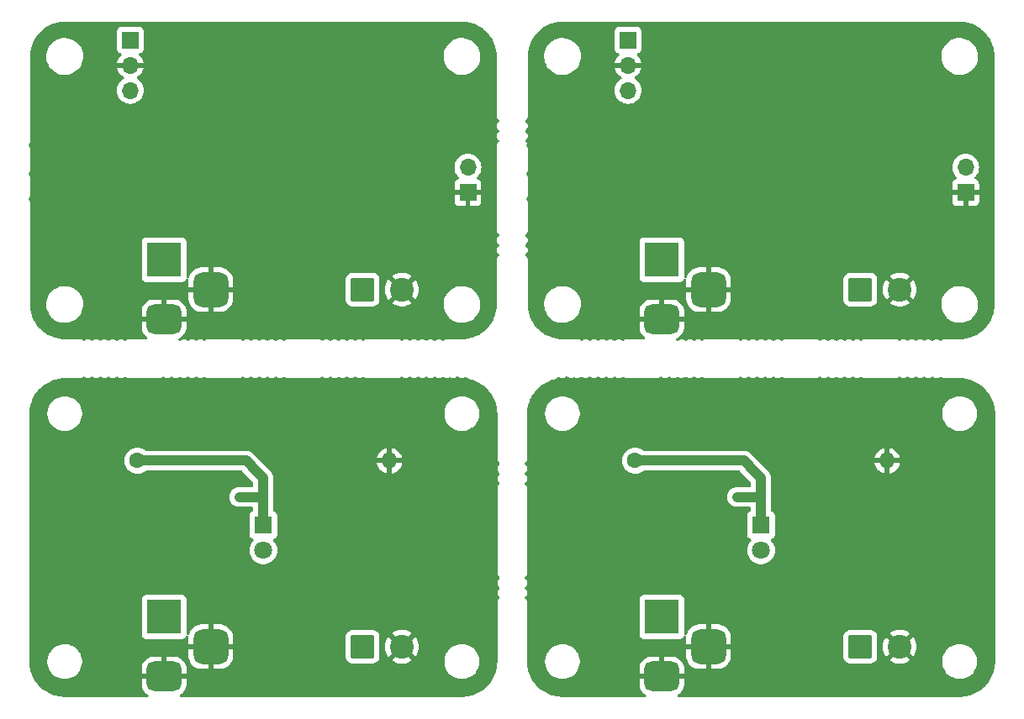
<source format=gbr>
%TF.GenerationSoftware,KiCad,Pcbnew,7.0.10*%
%TF.CreationDate,2024-03-03T12:06:43+01:00*%
%TF.ProjectId,explorer-panel,6578706c-6f72-4657-922d-70616e656c2e,rev?*%
%TF.SameCoordinates,Original*%
%TF.FileFunction,Copper,L2,Bot*%
%TF.FilePolarity,Positive*%
%FSLAX46Y46*%
G04 Gerber Fmt 4.6, Leading zero omitted, Abs format (unit mm)*
G04 Created by KiCad (PCBNEW 7.0.10) date 2024-03-03 12:06:43*
%MOMM*%
%LPD*%
G01*
G04 APERTURE LIST*
G04 Aperture macros list*
%AMRoundRect*
0 Rectangle with rounded corners*
0 $1 Rounding radius*
0 $2 $3 $4 $5 $6 $7 $8 $9 X,Y pos of 4 corners*
0 Add a 4 corners polygon primitive as box body*
4,1,4,$2,$3,$4,$5,$6,$7,$8,$9,$2,$3,0*
0 Add four circle primitives for the rounded corners*
1,1,$1+$1,$2,$3*
1,1,$1+$1,$4,$5*
1,1,$1+$1,$6,$7*
1,1,$1+$1,$8,$9*
0 Add four rect primitives between the rounded corners*
20,1,$1+$1,$2,$3,$4,$5,0*
20,1,$1+$1,$4,$5,$6,$7,0*
20,1,$1+$1,$6,$7,$8,$9,0*
20,1,$1+$1,$8,$9,$2,$3,0*%
G04 Aperture macros list end*
%TA.AperFunction,ComponentPad*%
%ADD10R,3.500000X3.500000*%
%TD*%
%TA.AperFunction,ComponentPad*%
%ADD11RoundRect,0.750000X1.000000X-0.750000X1.000000X0.750000X-1.000000X0.750000X-1.000000X-0.750000X0*%
%TD*%
%TA.AperFunction,ComponentPad*%
%ADD12RoundRect,0.875000X0.875000X-0.875000X0.875000X0.875000X-0.875000X0.875000X-0.875000X-0.875000X0*%
%TD*%
%TA.AperFunction,ComponentPad*%
%ADD13RoundRect,0.250001X-0.949999X-0.949999X0.949999X-0.949999X0.949999X0.949999X-0.949999X0.949999X0*%
%TD*%
%TA.AperFunction,ComponentPad*%
%ADD14C,2.400000*%
%TD*%
%TA.AperFunction,ComponentPad*%
%ADD15R,1.800000X1.800000*%
%TD*%
%TA.AperFunction,ComponentPad*%
%ADD16C,1.800000*%
%TD*%
%TA.AperFunction,ComponentPad*%
%ADD17R,1.700000X1.700000*%
%TD*%
%TA.AperFunction,ComponentPad*%
%ADD18O,1.700000X1.700000*%
%TD*%
%TA.AperFunction,ComponentPad*%
%ADD19C,1.600000*%
%TD*%
%TA.AperFunction,ComponentPad*%
%ADD20O,1.600000X1.600000*%
%TD*%
%TA.AperFunction,ViaPad*%
%ADD21C,0.800000*%
%TD*%
%TA.AperFunction,Conductor*%
%ADD22C,1.000000*%
%TD*%
G04 APERTURE END LIST*
D10*
%TO.P,J2,1,Pin_1*%
%TO.N,Board_1-Board_0-/PWR*%
X64192000Y-24500000D03*
D11*
%TO.P,J2,2,Pin_2*%
%TO.N,Board_1-Board_0-GND*%
X64192000Y-30500000D03*
D12*
%TO.P,J2,3,Pin_3*%
X68892000Y-27500000D03*
%TD*%
D13*
%TO.P,_J1,1,Pin_1*%
%TO.N,Board_0-Board_1-VCC*%
X34064000Y-63500000D03*
D14*
%TO.P,_J1,2,Pin_2*%
%TO.N,Board_0-Board_1-GND*%
X38024000Y-63500000D03*
%TD*%
D15*
%TO.P,_D2,1,K*%
%TO.N,Board_1-Board_1-Net-(D1-K)*%
X74192000Y-51250000D03*
D16*
%TO.P,_D2,2,A*%
%TO.N,Board_1-Board_1-VCC*%
X74192000Y-53790000D03*
%TD*%
D17*
%TO.P,JPROG1,1,Pin_1*%
%TO.N,Board_0-Board_0-VCC*%
X10668000Y-2349000D03*
D18*
%TO.P,JPROG1,2,Pin_2*%
%TO.N,Board_0-Board_0-GND*%
X10668000Y-4889000D03*
%TO.P,JPROG1,3,Pin_3*%
%TO.N,Board_0-Board_0-Net-(JPROG1-Pin_3)*%
X10668000Y-7429000D03*
%TD*%
D13*
%TO.P,J1,1,Pin_1*%
%TO.N,Board_0-Board_0-/PWR*%
X34064000Y-27500000D03*
D14*
%TO.P,J1,2,Pin_2*%
%TO.N,Board_0-Board_0-GND*%
X38024000Y-27500000D03*
%TD*%
D17*
%TO.P,JSPK1,1,Pin_1*%
%TO.N,Board_1-Board_0-GND*%
X94792000Y-17724000D03*
D18*
%TO.P,JSPK1,2,Pin_2*%
%TO.N,Board_1-Board_0-/AUDIO_OUT_FILTER*%
X94792000Y-15184000D03*
%TD*%
D10*
%TO.P,_J2,1,Pin_1*%
%TO.N,Board_0-Board_1-VCC*%
X14064000Y-60500000D03*
D11*
%TO.P,_J2,2,Pin_2*%
%TO.N,Board_0-Board_1-GND*%
X14064000Y-66500000D03*
D12*
%TO.P,_J2,3,Pin_3*%
X18764000Y-63500000D03*
%TD*%
D15*
%TO.P,_D2,1,K*%
%TO.N,Board_0-Board_1-Net-(D1-K)*%
X24064000Y-51250000D03*
D16*
%TO.P,_D2,2,A*%
%TO.N,Board_0-Board_1-VCC*%
X24064000Y-53790000D03*
%TD*%
D17*
%TO.P,JPROG1,1,Pin_1*%
%TO.N,Board_1-Board_0-VCC*%
X60796000Y-2349000D03*
D18*
%TO.P,JPROG1,2,Pin_2*%
%TO.N,Board_1-Board_0-GND*%
X60796000Y-4889000D03*
%TO.P,JPROG1,3,Pin_3*%
%TO.N,Board_1-Board_0-Net-(JPROG1-Pin_3)*%
X60796000Y-7429000D03*
%TD*%
D19*
%TO.P,_R1,1*%
%TO.N,Board_1-Board_1-Net-(D1-K)*%
X61492000Y-44750000D03*
D20*
%TO.P,_R1,2*%
%TO.N,Board_1-Board_1-GND*%
X86892000Y-44750000D03*
%TD*%
D10*
%TO.P,_J2,1,Pin_1*%
%TO.N,Board_1-Board_1-VCC*%
X64192000Y-60500000D03*
D11*
%TO.P,_J2,2,Pin_2*%
%TO.N,Board_1-Board_1-GND*%
X64192000Y-66500000D03*
D12*
%TO.P,_J2,3,Pin_3*%
X68892000Y-63500000D03*
%TD*%
D13*
%TO.P,J1,1,Pin_1*%
%TO.N,Board_1-Board_0-/PWR*%
X84192000Y-27500000D03*
D14*
%TO.P,J1,2,Pin_2*%
%TO.N,Board_1-Board_0-GND*%
X88152000Y-27500000D03*
%TD*%
D19*
%TO.P,_R1,1*%
%TO.N,Board_0-Board_1-Net-(D1-K)*%
X11364000Y-44750000D03*
D20*
%TO.P,_R1,2*%
%TO.N,Board_0-Board_1-GND*%
X36764000Y-44750000D03*
%TD*%
D13*
%TO.P,_J1,1,Pin_1*%
%TO.N,Board_1-Board_1-VCC*%
X84192000Y-63500000D03*
D14*
%TO.P,_J1,2,Pin_2*%
%TO.N,Board_1-Board_1-GND*%
X88152000Y-63500000D03*
%TD*%
D17*
%TO.P,JSPK1,1,Pin_1*%
%TO.N,Board_0-Board_0-GND*%
X44664000Y-17724000D03*
D18*
%TO.P,JSPK1,2,Pin_2*%
%TO.N,Board_0-Board_0-/AUDIO_OUT_FILTER*%
X44664000Y-15184000D03*
%TD*%
D10*
%TO.P,J2,1,Pin_1*%
%TO.N,Board_0-Board_0-/PWR*%
X14064000Y-24500000D03*
D11*
%TO.P,J2,2,Pin_2*%
%TO.N,Board_0-Board_0-GND*%
X14064000Y-30500000D03*
D12*
%TO.P,J2,3,Pin_3*%
X18764000Y-27500000D03*
%TD*%
D21*
%TO.N,Board_1-Board_1-Net-(D1-K)*%
X71792000Y-48400000D03*
%TO.N,Board_1-Board_0-GND*%
X60492000Y-15100000D03*
X50992000Y-18400000D03*
X59092000Y-15100000D03*
X50992000Y-13000000D03*
X84291000Y-16700000D03*
X78192000Y-15900000D03*
X76521000Y-15900000D03*
X61892000Y-15100000D03*
X76692000Y-5500000D03*
X59092000Y-16300000D03*
X70192000Y-12600000D03*
X74792000Y-15900000D03*
X86831000Y-16700000D03*
X50992000Y-15800000D03*
X63992000Y-12600000D03*
X60492000Y-16300000D03*
X67092000Y-12600000D03*
X61892000Y-16300000D03*
%TO.N,Board_0-Board_1-Net-(D1-K)*%
X21664000Y-48400000D03*
%TO.N,Board_0-Board_0-GND*%
X8964000Y-15100000D03*
X16964000Y-12600000D03*
X10364000Y-16300000D03*
X24664000Y-15900000D03*
X864000Y-13000000D03*
X26564000Y-5500000D03*
X34163000Y-16700000D03*
X864000Y-15800000D03*
X10364000Y-15100000D03*
X8964000Y-16300000D03*
X11764000Y-16300000D03*
X20064000Y-12600000D03*
X11764000Y-15100000D03*
X26393000Y-15900000D03*
X28064000Y-15900000D03*
X864000Y-18400000D03*
X13864000Y-12600000D03*
X36703000Y-16700000D03*
%TD*%
D22*
%TO.N,Board_1-Board_1-Net-(D1-K)*%
X73567000Y-45875000D02*
X72442000Y-44750000D01*
X74192000Y-51250000D02*
X74192000Y-48400000D01*
X74192000Y-46500000D02*
X73567000Y-45875000D01*
X71792000Y-48400000D02*
X74192000Y-48400000D01*
X72442000Y-44750000D02*
X61492000Y-44750000D01*
X74192000Y-48400000D02*
X74192000Y-46500000D01*
%TO.N,Board_0-Board_1-Net-(D1-K)*%
X24064000Y-48400000D02*
X24064000Y-46500000D01*
X21664000Y-48400000D02*
X24064000Y-48400000D01*
X23439000Y-45875000D02*
X22314000Y-44750000D01*
X24064000Y-46500000D02*
X23439000Y-45875000D01*
X22314000Y-44750000D02*
X11364000Y-44750000D01*
X24064000Y-51250000D02*
X24064000Y-48400000D01*
%TD*%
%TA.AperFunction,Conductor*%
%TO.N,Board_1-Board_0-GND*%
G36*
X94187231Y-500540D02*
G01*
X94366093Y-505070D01*
X94372350Y-505387D01*
X94542902Y-518375D01*
X94549093Y-519005D01*
X94718826Y-540621D01*
X94724940Y-541558D01*
X94893347Y-571742D01*
X94899448Y-572996D01*
X95066069Y-611661D01*
X95072119Y-613227D01*
X95236559Y-660279D01*
X95242522Y-662150D01*
X95404366Y-717470D01*
X95404372Y-717472D01*
X95410262Y-719654D01*
X95415154Y-721608D01*
X95569071Y-783089D01*
X95574799Y-785546D01*
X95730268Y-856979D01*
X95735838Y-859712D01*
X95887469Y-938919D01*
X95892931Y-941951D01*
X96040335Y-1028720D01*
X96045597Y-1032000D01*
X96188438Y-1126142D01*
X96193582Y-1129723D01*
X96331445Y-1230957D01*
X96336401Y-1234793D01*
X96384411Y-1273940D01*
X96468946Y-1342869D01*
X96473703Y-1346953D01*
X96589011Y-1451129D01*
X96600595Y-1461595D01*
X96605149Y-1465924D01*
X96726064Y-1586839D01*
X96730393Y-1591393D01*
X96845043Y-1718294D01*
X96849135Y-1723060D01*
X96957204Y-1855596D01*
X96961049Y-1860564D01*
X97062266Y-1998401D01*
X97065855Y-2003557D01*
X97159962Y-2146347D01*
X97163286Y-2151680D01*
X97250039Y-2299053D01*
X97253087Y-2304545D01*
X97310796Y-2415022D01*
X97322220Y-2436892D01*
X97332263Y-2456117D01*
X97335029Y-2461754D01*
X97339155Y-2470734D01*
X97406432Y-2617157D01*
X97408909Y-2622930D01*
X97472345Y-2781738D01*
X97474525Y-2787623D01*
X97474525Y-2787625D01*
X97474527Y-2787629D01*
X97529843Y-2949460D01*
X97531724Y-2955456D01*
X97578765Y-3119859D01*
X97580339Y-3125940D01*
X97618995Y-3292522D01*
X97620260Y-3298676D01*
X97650434Y-3467027D01*
X97651380Y-3473203D01*
X97672987Y-3642855D01*
X97672987Y-3642856D01*
X97673622Y-3649105D01*
X97686609Y-3819642D01*
X97686927Y-3825916D01*
X97691460Y-4004744D01*
X97691500Y-4007886D01*
X97691500Y-28992112D01*
X97691460Y-28995254D01*
X97686927Y-29174081D01*
X97686609Y-29180355D01*
X97673622Y-29350892D01*
X97672987Y-29357131D01*
X97651381Y-29526788D01*
X97650434Y-29532970D01*
X97620260Y-29701321D01*
X97618995Y-29707475D01*
X97580339Y-29874057D01*
X97578765Y-29880138D01*
X97531724Y-30044541D01*
X97529843Y-30050537D01*
X97474527Y-30212368D01*
X97472345Y-30218259D01*
X97408909Y-30377067D01*
X97406432Y-30382840D01*
X97335031Y-30538239D01*
X97332263Y-30543880D01*
X97253087Y-30695452D01*
X97250039Y-30700944D01*
X97163286Y-30848317D01*
X97159962Y-30853650D01*
X97065855Y-30996440D01*
X97062266Y-31001596D01*
X96961049Y-31139433D01*
X96957204Y-31144401D01*
X96849135Y-31276937D01*
X96845043Y-31281703D01*
X96730393Y-31408604D01*
X96726064Y-31413158D01*
X96605149Y-31534073D01*
X96600595Y-31538402D01*
X96473712Y-31653036D01*
X96468946Y-31657128D01*
X96336414Y-31765194D01*
X96331445Y-31769040D01*
X96193582Y-31870274D01*
X96188428Y-31873862D01*
X96142870Y-31903888D01*
X96045625Y-31967978D01*
X96040302Y-31971297D01*
X95892951Y-32058035D01*
X95887461Y-32061082D01*
X95735858Y-32140275D01*
X95730235Y-32143033D01*
X95577023Y-32213430D01*
X95574838Y-32214434D01*
X95569064Y-32216911D01*
X95410262Y-32280343D01*
X95404372Y-32282525D01*
X95242544Y-32337840D01*
X95236549Y-32339721D01*
X95072135Y-32386766D01*
X95066053Y-32388340D01*
X94899475Y-32426995D01*
X94893321Y-32428260D01*
X94724970Y-32458434D01*
X94718788Y-32459381D01*
X94549132Y-32480987D01*
X94542893Y-32481622D01*
X94372354Y-32494609D01*
X94366080Y-32494927D01*
X94187255Y-32499460D01*
X94184113Y-32499500D01*
X92763961Y-32499500D01*
X92620039Y-32499500D01*
X92620036Y-32499500D01*
X92620034Y-32499501D01*
X92593842Y-32507190D01*
X92576568Y-32510948D01*
X92549544Y-32514834D01*
X92549541Y-32514835D01*
X92524710Y-32526175D01*
X92508141Y-32532355D01*
X92495171Y-32536163D01*
X92481947Y-32540047D01*
X92481945Y-32540047D01*
X92481945Y-32540048D01*
X92458982Y-32554805D01*
X92443461Y-32563280D01*
X92418628Y-32574621D01*
X92418625Y-32574623D01*
X92398000Y-32592495D01*
X92383840Y-32603095D01*
X92360876Y-32617853D01*
X92354173Y-32623662D01*
X92352074Y-32621240D01*
X92306482Y-32650499D01*
X92236612Y-32650453D01*
X92190423Y-32625212D01*
X92132043Y-32574625D01*
X92132037Y-32574622D01*
X92001122Y-32514834D01*
X91921277Y-32503355D01*
X91894465Y-32499500D01*
X91822867Y-32499500D01*
X91809460Y-32501427D01*
X91716209Y-32514834D01*
X91585294Y-32574622D01*
X91585293Y-32574623D01*
X91523201Y-32628425D01*
X91459645Y-32657449D01*
X91390486Y-32647505D01*
X91360797Y-32628424D01*
X91298710Y-32574625D01*
X91298704Y-32574622D01*
X91167789Y-32514834D01*
X91087944Y-32503355D01*
X91061132Y-32499500D01*
X90989534Y-32499500D01*
X90976127Y-32501427D01*
X90882876Y-32514834D01*
X90751961Y-32574622D01*
X90751960Y-32574623D01*
X90689868Y-32628425D01*
X90626312Y-32657449D01*
X90557153Y-32647505D01*
X90527464Y-32628424D01*
X90465377Y-32574625D01*
X90465371Y-32574622D01*
X90334456Y-32514834D01*
X90254611Y-32503355D01*
X90227799Y-32499500D01*
X90156201Y-32499500D01*
X90142794Y-32501427D01*
X90049543Y-32514834D01*
X89918628Y-32574622D01*
X89918627Y-32574623D01*
X89856535Y-32628425D01*
X89792979Y-32657449D01*
X89723820Y-32647505D01*
X89694131Y-32628425D01*
X89659367Y-32598303D01*
X89632039Y-32574623D01*
X89629845Y-32573621D01*
X89501122Y-32514834D01*
X89421277Y-32503355D01*
X89394465Y-32499500D01*
X89322867Y-32499500D01*
X89309460Y-32501427D01*
X89216209Y-32514834D01*
X89085294Y-32574622D01*
X89085293Y-32574623D01*
X89023201Y-32628425D01*
X88959645Y-32657449D01*
X88890486Y-32647505D01*
X88860797Y-32628424D01*
X88798710Y-32574625D01*
X88798704Y-32574622D01*
X88667789Y-32514834D01*
X88587944Y-32503355D01*
X88561132Y-32499500D01*
X88489534Y-32499500D01*
X88476127Y-32501427D01*
X88382876Y-32514834D01*
X88251961Y-32574622D01*
X88251960Y-32574623D01*
X88193575Y-32625213D01*
X88130019Y-32654237D01*
X88060860Y-32644293D01*
X88031196Y-32622083D01*
X88029828Y-32623663D01*
X88023123Y-32617853D01*
X88000160Y-32603095D01*
X87986000Y-32592496D01*
X87971781Y-32580176D01*
X87965373Y-32574623D01*
X87940541Y-32563282D01*
X87925019Y-32554806D01*
X87925017Y-32554805D01*
X87902053Y-32540047D01*
X87902051Y-32540046D01*
X87875858Y-32532355D01*
X87859288Y-32526174D01*
X87834457Y-32514835D01*
X87807423Y-32510947D01*
X87790154Y-32507190D01*
X87763963Y-32499500D01*
X87763961Y-32499500D01*
X87727799Y-32499500D01*
X84763961Y-32499500D01*
X84620039Y-32499500D01*
X84620036Y-32499500D01*
X84620034Y-32499501D01*
X84593842Y-32507190D01*
X84576568Y-32510948D01*
X84549544Y-32514834D01*
X84549541Y-32514835D01*
X84524710Y-32526175D01*
X84508141Y-32532355D01*
X84495171Y-32536163D01*
X84481947Y-32540047D01*
X84481945Y-32540047D01*
X84481945Y-32540048D01*
X84458982Y-32554805D01*
X84443461Y-32563280D01*
X84418628Y-32574621D01*
X84418625Y-32574623D01*
X84398000Y-32592495D01*
X84383840Y-32603095D01*
X84360876Y-32617853D01*
X84354173Y-32623662D01*
X84352074Y-32621240D01*
X84306482Y-32650499D01*
X84236612Y-32650453D01*
X84190423Y-32625212D01*
X84132043Y-32574625D01*
X84132037Y-32574622D01*
X84001122Y-32514834D01*
X83921277Y-32503355D01*
X83894465Y-32499500D01*
X83822867Y-32499500D01*
X83809460Y-32501427D01*
X83716209Y-32514834D01*
X83585294Y-32574622D01*
X83585293Y-32574623D01*
X83523201Y-32628425D01*
X83459645Y-32657449D01*
X83390486Y-32647505D01*
X83360797Y-32628424D01*
X83298710Y-32574625D01*
X83298704Y-32574622D01*
X83167789Y-32514834D01*
X83087944Y-32503355D01*
X83061132Y-32499500D01*
X82989534Y-32499500D01*
X82976127Y-32501427D01*
X82882876Y-32514834D01*
X82751961Y-32574622D01*
X82751960Y-32574623D01*
X82689868Y-32628425D01*
X82626312Y-32657449D01*
X82557153Y-32647505D01*
X82527464Y-32628424D01*
X82465377Y-32574625D01*
X82465371Y-32574622D01*
X82334456Y-32514834D01*
X82254611Y-32503355D01*
X82227799Y-32499500D01*
X82156201Y-32499500D01*
X82142794Y-32501427D01*
X82049543Y-32514834D01*
X81918628Y-32574622D01*
X81918627Y-32574623D01*
X81856535Y-32628425D01*
X81792979Y-32657449D01*
X81723820Y-32647505D01*
X81694131Y-32628425D01*
X81659367Y-32598303D01*
X81632039Y-32574623D01*
X81629845Y-32573621D01*
X81501122Y-32514834D01*
X81421277Y-32503355D01*
X81394465Y-32499500D01*
X81322867Y-32499500D01*
X81309460Y-32501427D01*
X81216209Y-32514834D01*
X81085294Y-32574622D01*
X81085293Y-32574623D01*
X81023201Y-32628425D01*
X80959645Y-32657449D01*
X80890486Y-32647505D01*
X80860797Y-32628424D01*
X80798710Y-32574625D01*
X80798704Y-32574622D01*
X80667789Y-32514834D01*
X80587944Y-32503355D01*
X80561132Y-32499500D01*
X80489534Y-32499500D01*
X80476127Y-32501427D01*
X80382876Y-32514834D01*
X80251961Y-32574622D01*
X80251960Y-32574623D01*
X80193575Y-32625213D01*
X80130019Y-32654237D01*
X80060860Y-32644293D01*
X80031196Y-32622083D01*
X80029828Y-32623663D01*
X80023123Y-32617853D01*
X80000160Y-32603095D01*
X79986000Y-32592496D01*
X79971781Y-32580176D01*
X79965373Y-32574623D01*
X79940541Y-32563282D01*
X79925019Y-32554806D01*
X79925017Y-32554805D01*
X79902053Y-32540047D01*
X79902051Y-32540046D01*
X79875858Y-32532355D01*
X79859288Y-32526174D01*
X79834457Y-32514835D01*
X79807423Y-32510947D01*
X79790154Y-32507190D01*
X79763963Y-32499500D01*
X79763961Y-32499500D01*
X79727799Y-32499500D01*
X76763961Y-32499500D01*
X76620039Y-32499500D01*
X76620036Y-32499500D01*
X76620034Y-32499501D01*
X76593842Y-32507190D01*
X76576568Y-32510948D01*
X76549544Y-32514834D01*
X76549541Y-32514835D01*
X76524710Y-32526175D01*
X76508141Y-32532355D01*
X76495171Y-32536163D01*
X76481947Y-32540047D01*
X76481945Y-32540047D01*
X76481945Y-32540048D01*
X76458982Y-32554805D01*
X76443461Y-32563280D01*
X76418628Y-32574621D01*
X76418625Y-32574623D01*
X76398000Y-32592495D01*
X76383840Y-32603095D01*
X76360876Y-32617853D01*
X76354173Y-32623662D01*
X76352074Y-32621240D01*
X76306482Y-32650499D01*
X76236612Y-32650453D01*
X76190423Y-32625212D01*
X76132043Y-32574625D01*
X76132037Y-32574622D01*
X76001122Y-32514834D01*
X75921277Y-32503355D01*
X75894465Y-32499500D01*
X75822867Y-32499500D01*
X75809460Y-32501427D01*
X75716209Y-32514834D01*
X75585294Y-32574622D01*
X75585293Y-32574623D01*
X75523201Y-32628425D01*
X75459645Y-32657449D01*
X75390486Y-32647505D01*
X75360797Y-32628424D01*
X75298710Y-32574625D01*
X75298704Y-32574622D01*
X75167789Y-32514834D01*
X75087944Y-32503355D01*
X75061132Y-32499500D01*
X74989534Y-32499500D01*
X74976127Y-32501427D01*
X74882876Y-32514834D01*
X74751961Y-32574622D01*
X74751960Y-32574623D01*
X74689868Y-32628425D01*
X74626312Y-32657449D01*
X74557153Y-32647505D01*
X74527464Y-32628424D01*
X74465377Y-32574625D01*
X74465371Y-32574622D01*
X74334456Y-32514834D01*
X74254611Y-32503355D01*
X74227799Y-32499500D01*
X74156201Y-32499500D01*
X74142794Y-32501427D01*
X74049543Y-32514834D01*
X73918628Y-32574622D01*
X73918627Y-32574623D01*
X73856535Y-32628425D01*
X73792979Y-32657449D01*
X73723820Y-32647505D01*
X73694131Y-32628424D01*
X73632044Y-32574625D01*
X73632038Y-32574622D01*
X73501123Y-32514834D01*
X73421278Y-32503355D01*
X73394466Y-32499500D01*
X73322868Y-32499500D01*
X73309461Y-32501427D01*
X73216210Y-32514834D01*
X73085295Y-32574622D01*
X73085294Y-32574623D01*
X73023202Y-32628425D01*
X72959646Y-32657449D01*
X72890487Y-32647505D01*
X72860798Y-32628424D01*
X72798711Y-32574625D01*
X72798705Y-32574622D01*
X72667790Y-32514834D01*
X72587945Y-32503355D01*
X72561133Y-32499500D01*
X72489535Y-32499500D01*
X72476128Y-32501427D01*
X72382877Y-32514834D01*
X72251962Y-32574622D01*
X72251956Y-32574625D01*
X72193574Y-32625213D01*
X72130018Y-32654237D01*
X72060859Y-32644292D01*
X72031196Y-32622083D01*
X72029828Y-32623663D01*
X72023123Y-32617853D01*
X72000160Y-32603095D01*
X71986000Y-32592496D01*
X71971781Y-32580176D01*
X71965373Y-32574623D01*
X71940541Y-32563282D01*
X71925019Y-32554806D01*
X71925017Y-32554805D01*
X71902053Y-32540047D01*
X71902051Y-32540046D01*
X71875858Y-32532355D01*
X71859288Y-32526174D01*
X71834457Y-32514835D01*
X71807423Y-32510947D01*
X71790154Y-32507190D01*
X71763963Y-32499500D01*
X71763961Y-32499500D01*
X71727799Y-32499500D01*
X68763961Y-32499500D01*
X68620039Y-32499500D01*
X68620036Y-32499500D01*
X68620034Y-32499501D01*
X68593842Y-32507190D01*
X68576568Y-32510948D01*
X68549544Y-32514834D01*
X68549541Y-32514835D01*
X68524710Y-32526175D01*
X68508141Y-32532355D01*
X68495171Y-32536163D01*
X68481947Y-32540047D01*
X68481945Y-32540047D01*
X68481945Y-32540048D01*
X68458982Y-32554805D01*
X68443461Y-32563280D01*
X68418628Y-32574621D01*
X68418625Y-32574623D01*
X68398000Y-32592495D01*
X68383840Y-32603095D01*
X68360876Y-32617853D01*
X68354173Y-32623662D01*
X68352070Y-32621235D01*
X68306526Y-32650486D01*
X68236657Y-32650466D01*
X68190424Y-32625212D01*
X68132044Y-32574625D01*
X68132038Y-32574622D01*
X68001123Y-32514834D01*
X67921278Y-32503355D01*
X67894466Y-32499500D01*
X67822868Y-32499500D01*
X67809461Y-32501427D01*
X67716210Y-32514834D01*
X67585295Y-32574622D01*
X67585294Y-32574623D01*
X67523202Y-32628425D01*
X67459646Y-32657449D01*
X67390487Y-32647505D01*
X67360798Y-32628424D01*
X67298711Y-32574625D01*
X67298705Y-32574622D01*
X67167790Y-32514834D01*
X67087945Y-32503355D01*
X67061133Y-32499500D01*
X66989535Y-32499500D01*
X66976128Y-32501427D01*
X66882877Y-32514834D01*
X66751962Y-32574622D01*
X66751961Y-32574623D01*
X66689869Y-32628425D01*
X66626313Y-32657449D01*
X66557154Y-32647505D01*
X66527465Y-32628425D01*
X66492701Y-32598303D01*
X66465373Y-32574623D01*
X66463179Y-32573621D01*
X66334456Y-32514834D01*
X66254611Y-32503355D01*
X66227799Y-32499500D01*
X66156201Y-32499500D01*
X66142794Y-32501427D01*
X66049543Y-32514834D01*
X65918628Y-32574622D01*
X65918627Y-32574623D01*
X65856535Y-32628425D01*
X65792979Y-32657449D01*
X65723820Y-32647505D01*
X65694130Y-32628423D01*
X65663407Y-32601801D01*
X65625633Y-32543023D01*
X65625633Y-32473153D01*
X65663408Y-32414375D01*
X65693329Y-32395190D01*
X65811375Y-32341571D01*
X65811380Y-32341568D01*
X65996323Y-32213440D01*
X65996335Y-32213430D01*
X66155430Y-32054335D01*
X66155440Y-32054323D01*
X66283568Y-31869380D01*
X66283571Y-31869374D01*
X66376622Y-31664519D01*
X66431599Y-31446332D01*
X66441999Y-31314196D01*
X66442000Y-31314184D01*
X66442000Y-30750000D01*
X65625686Y-30750000D01*
X65651493Y-30709844D01*
X65692000Y-30571889D01*
X65692000Y-30428111D01*
X65651493Y-30290156D01*
X65625686Y-30250000D01*
X66441999Y-30250000D01*
X66441999Y-29685817D01*
X66441998Y-29685802D01*
X66431599Y-29553667D01*
X66376622Y-29335480D01*
X66283571Y-29130625D01*
X66283568Y-29130619D01*
X66155440Y-28945676D01*
X66155430Y-28945664D01*
X65996335Y-28786569D01*
X65996323Y-28786559D01*
X65811380Y-28658431D01*
X65811374Y-28658428D01*
X65606519Y-28565377D01*
X65388332Y-28510400D01*
X65256196Y-28500000D01*
X64442000Y-28500000D01*
X64442000Y-30000000D01*
X63942000Y-30000000D01*
X63942000Y-28500000D01*
X63127817Y-28500000D01*
X63127802Y-28500001D01*
X62995667Y-28510400D01*
X62777480Y-28565377D01*
X62572625Y-28658428D01*
X62572619Y-28658431D01*
X62387676Y-28786559D01*
X62387664Y-28786569D01*
X62228569Y-28945664D01*
X62228559Y-28945676D01*
X62100431Y-29130619D01*
X62100428Y-29130625D01*
X62007377Y-29335480D01*
X61952400Y-29553667D01*
X61942000Y-29685803D01*
X61942000Y-30250000D01*
X62758314Y-30250000D01*
X62732507Y-30290156D01*
X62692000Y-30428111D01*
X62692000Y-30571889D01*
X62732507Y-30709844D01*
X62758314Y-30750000D01*
X61942001Y-30750000D01*
X61942001Y-31314197D01*
X61952400Y-31446332D01*
X62007377Y-31664519D01*
X62100428Y-31869374D01*
X62100431Y-31869380D01*
X62228559Y-32054323D01*
X62228569Y-32054335D01*
X62387664Y-32213430D01*
X62387669Y-32213434D01*
X62474472Y-32273571D01*
X62518368Y-32327930D01*
X62525908Y-32397392D01*
X62494697Y-32459903D01*
X62434645Y-32495617D01*
X62403856Y-32499500D01*
X60763961Y-32499500D01*
X60620039Y-32499500D01*
X60620036Y-32499500D01*
X60620034Y-32499501D01*
X60593842Y-32507190D01*
X60576568Y-32510948D01*
X60549544Y-32514834D01*
X60549541Y-32514835D01*
X60524710Y-32526175D01*
X60508141Y-32532355D01*
X60495171Y-32536163D01*
X60481947Y-32540047D01*
X60481945Y-32540047D01*
X60481945Y-32540048D01*
X60458982Y-32554805D01*
X60443461Y-32563280D01*
X60418628Y-32574621D01*
X60418625Y-32574623D01*
X60398000Y-32592495D01*
X60383840Y-32603095D01*
X60360876Y-32617853D01*
X60354173Y-32623662D01*
X60352070Y-32621235D01*
X60306526Y-32650486D01*
X60236657Y-32650466D01*
X60190424Y-32625212D01*
X60132044Y-32574625D01*
X60132038Y-32574622D01*
X60001123Y-32514834D01*
X59921278Y-32503355D01*
X59894466Y-32499500D01*
X59822868Y-32499500D01*
X59809461Y-32501427D01*
X59716210Y-32514834D01*
X59585295Y-32574622D01*
X59585294Y-32574623D01*
X59523202Y-32628425D01*
X59459646Y-32657449D01*
X59390487Y-32647505D01*
X59360798Y-32628424D01*
X59298711Y-32574625D01*
X59298705Y-32574622D01*
X59167790Y-32514834D01*
X59087945Y-32503355D01*
X59061133Y-32499500D01*
X58989535Y-32499500D01*
X58976128Y-32501427D01*
X58882877Y-32514834D01*
X58751962Y-32574622D01*
X58751961Y-32574623D01*
X58689869Y-32628425D01*
X58626313Y-32657449D01*
X58557154Y-32647505D01*
X58527465Y-32628425D01*
X58492701Y-32598303D01*
X58465373Y-32574623D01*
X58463179Y-32573621D01*
X58334456Y-32514834D01*
X58254611Y-32503355D01*
X58227799Y-32499500D01*
X58156201Y-32499500D01*
X58142794Y-32501427D01*
X58049543Y-32514834D01*
X57918628Y-32574622D01*
X57918627Y-32574623D01*
X57856535Y-32628425D01*
X57792979Y-32657449D01*
X57723820Y-32647505D01*
X57694131Y-32628424D01*
X57632044Y-32574625D01*
X57632038Y-32574622D01*
X57501123Y-32514834D01*
X57421278Y-32503355D01*
X57394466Y-32499500D01*
X57322868Y-32499500D01*
X57309461Y-32501427D01*
X57216210Y-32514834D01*
X57085295Y-32574622D01*
X57085294Y-32574623D01*
X57023202Y-32628425D01*
X56959646Y-32657449D01*
X56890487Y-32647505D01*
X56860798Y-32628424D01*
X56798711Y-32574625D01*
X56798705Y-32574622D01*
X56667790Y-32514834D01*
X56587945Y-32503355D01*
X56561133Y-32499500D01*
X56489535Y-32499500D01*
X56476128Y-32501427D01*
X56382877Y-32514834D01*
X56251962Y-32574622D01*
X56251956Y-32574625D01*
X56193574Y-32625213D01*
X56130018Y-32654237D01*
X56060859Y-32644292D01*
X56031196Y-32622083D01*
X56029828Y-32623663D01*
X56023123Y-32617853D01*
X56000160Y-32603095D01*
X55986000Y-32592496D01*
X55971781Y-32580176D01*
X55965373Y-32574623D01*
X55940541Y-32563282D01*
X55925019Y-32554806D01*
X55925017Y-32554805D01*
X55902053Y-32540047D01*
X55902051Y-32540046D01*
X55875858Y-32532355D01*
X55859288Y-32526174D01*
X55834457Y-32514835D01*
X55807423Y-32510947D01*
X55790154Y-32507190D01*
X55763963Y-32499500D01*
X55763961Y-32499500D01*
X55727799Y-32499500D01*
X54199887Y-32499500D01*
X54196745Y-32499460D01*
X54017916Y-32494927D01*
X54011642Y-32494609D01*
X53841105Y-32481622D01*
X53834870Y-32480988D01*
X53665203Y-32459380D01*
X53659027Y-32458434D01*
X53490676Y-32428260D01*
X53484522Y-32426995D01*
X53317940Y-32388339D01*
X53311859Y-32386765D01*
X53147456Y-32339724D01*
X53141460Y-32337843D01*
X52979629Y-32282527D01*
X52973738Y-32280345D01*
X52968846Y-32278391D01*
X52814929Y-32216908D01*
X52809157Y-32214432D01*
X52653758Y-32143031D01*
X52648117Y-32140263D01*
X52496545Y-32061087D01*
X52491053Y-32058039D01*
X52343680Y-31971286D01*
X52338347Y-31967962D01*
X52195557Y-31873855D01*
X52190401Y-31870266D01*
X52052564Y-31769049D01*
X52047596Y-31765204D01*
X51915060Y-31657135D01*
X51910294Y-31653043D01*
X51783393Y-31538393D01*
X51778839Y-31534064D01*
X51657924Y-31413149D01*
X51653595Y-31408595D01*
X51568309Y-31314196D01*
X51538953Y-31281703D01*
X51534869Y-31276946D01*
X51484360Y-31215002D01*
X51426793Y-31144401D01*
X51422957Y-31139445D01*
X51321723Y-31001582D01*
X51318147Y-30996446D01*
X51224000Y-30853597D01*
X51220720Y-30848335D01*
X51133951Y-30700931D01*
X51130915Y-30695461D01*
X51051712Y-30543838D01*
X51048979Y-30538268D01*
X50977546Y-30382799D01*
X50975086Y-30377064D01*
X50911654Y-30218262D01*
X50909472Y-30212372D01*
X50892420Y-30162484D01*
X50854150Y-30050522D01*
X50852276Y-30044549D01*
X50852274Y-30044541D01*
X50805227Y-29880119D01*
X50803657Y-29874053D01*
X50774870Y-29749998D01*
X50764996Y-29707448D01*
X50763742Y-29701347D01*
X50733558Y-29532940D01*
X50732621Y-29526826D01*
X50711005Y-29357093D01*
X50710375Y-29350893D01*
X50709318Y-29337018D01*
X50697387Y-29180350D01*
X50697070Y-29174083D01*
X50697013Y-29171848D01*
X50694377Y-29067763D01*
X52337787Y-29067763D01*
X52367413Y-29337013D01*
X52367415Y-29337024D01*
X52424053Y-29553667D01*
X52435928Y-29599088D01*
X52541870Y-29848390D01*
X52590902Y-29928731D01*
X52682979Y-30079605D01*
X52682986Y-30079615D01*
X52856253Y-30287819D01*
X52856259Y-30287824D01*
X52960439Y-30381169D01*
X53057998Y-30468582D01*
X53283910Y-30618044D01*
X53529176Y-30733020D01*
X53529183Y-30733022D01*
X53529185Y-30733023D01*
X53788557Y-30811057D01*
X53788564Y-30811058D01*
X53788569Y-30811060D01*
X54056561Y-30850500D01*
X54056566Y-30850500D01*
X54259629Y-30850500D01*
X54259631Y-30850500D01*
X54259636Y-30850499D01*
X54259648Y-30850499D01*
X54297191Y-30847750D01*
X54462156Y-30835677D01*
X54589311Y-30807352D01*
X54726546Y-30776782D01*
X54726548Y-30776781D01*
X54726553Y-30776780D01*
X54979558Y-30680014D01*
X55215777Y-30547441D01*
X55430177Y-30381888D01*
X55618186Y-30186881D01*
X55775799Y-29966579D01*
X55849787Y-29822669D01*
X55899649Y-29725690D01*
X55899651Y-29725684D01*
X55899656Y-29725675D01*
X55987118Y-29469305D01*
X56036319Y-29202933D01*
X56046212Y-28932235D01*
X56016586Y-28662982D01*
X55948072Y-28400912D01*
X55842130Y-28151610D01*
X55701018Y-27920390D01*
X55611747Y-27813119D01*
X55527746Y-27712180D01*
X55527740Y-27712175D01*
X55326002Y-27531418D01*
X55100092Y-27381957D01*
X55100090Y-27381956D01*
X54854824Y-27266980D01*
X54854819Y-27266978D01*
X54854814Y-27266976D01*
X54595442Y-27188942D01*
X54595428Y-27188939D01*
X54479791Y-27171921D01*
X54327439Y-27149500D01*
X54124369Y-27149500D01*
X54124351Y-27149500D01*
X53921844Y-27164323D01*
X53921831Y-27164325D01*
X53657453Y-27223217D01*
X53657446Y-27223220D01*
X53404439Y-27319987D01*
X53168226Y-27452557D01*
X52953822Y-27618112D01*
X52765822Y-27813109D01*
X52765816Y-27813116D01*
X52608202Y-28033419D01*
X52608199Y-28033424D01*
X52484350Y-28274309D01*
X52484343Y-28274327D01*
X52396884Y-28530685D01*
X52396881Y-28530699D01*
X52347681Y-28797068D01*
X52347680Y-28797075D01*
X52337787Y-29067763D01*
X50694377Y-29067763D01*
X50692540Y-28995231D01*
X50692500Y-28992091D01*
X50692500Y-26297870D01*
X61941500Y-26297870D01*
X61941501Y-26297876D01*
X61947908Y-26357483D01*
X61998202Y-26492328D01*
X61998206Y-26492335D01*
X62084452Y-26607544D01*
X62084455Y-26607547D01*
X62199664Y-26693793D01*
X62199671Y-26693797D01*
X62334517Y-26744091D01*
X62334516Y-26744091D01*
X62341444Y-26744835D01*
X62394127Y-26750500D01*
X65989872Y-26750499D01*
X66049483Y-26744091D01*
X66184331Y-26693796D01*
X66299546Y-26607546D01*
X66385796Y-26492331D01*
X66404012Y-26443491D01*
X66445880Y-26387560D01*
X66511344Y-26363141D01*
X66579617Y-26377991D01*
X66629024Y-26427396D01*
X66644018Y-26493401D01*
X66642001Y-26531374D01*
X66642000Y-26531421D01*
X66642000Y-27250000D01*
X68392000Y-27250000D01*
X68392000Y-27750000D01*
X66642001Y-27750000D01*
X66642001Y-28468588D01*
X66644794Y-28521191D01*
X66689237Y-28750987D01*
X66771879Y-28969975D01*
X66890339Y-29171841D01*
X66890344Y-29171848D01*
X67041211Y-29350786D01*
X67041213Y-29350788D01*
X67220151Y-29501655D01*
X67220158Y-29501660D01*
X67422024Y-29620120D01*
X67641012Y-29702762D01*
X67870809Y-29747205D01*
X67923382Y-29749998D01*
X67923421Y-29749999D01*
X68641999Y-29749999D01*
X68642000Y-29749998D01*
X68642000Y-28933686D01*
X68682156Y-28959493D01*
X68820111Y-29000000D01*
X68963889Y-29000000D01*
X69101844Y-28959493D01*
X69142000Y-28933686D01*
X69142000Y-29749999D01*
X69860576Y-29749999D01*
X69860588Y-29749998D01*
X69913191Y-29747205D01*
X70142987Y-29702762D01*
X70361975Y-29620120D01*
X70563841Y-29501660D01*
X70563848Y-29501655D01*
X70742786Y-29350788D01*
X70742788Y-29350786D01*
X70893655Y-29171848D01*
X70893660Y-29171841D01*
X71012120Y-28969975D01*
X71094762Y-28750987D01*
X71139205Y-28521191D01*
X71139205Y-28521190D01*
X71140330Y-28500015D01*
X82491500Y-28500015D01*
X82502000Y-28602795D01*
X82502001Y-28602796D01*
X82557186Y-28769335D01*
X82557187Y-28769337D01*
X82649286Y-28918651D01*
X82649289Y-28918655D01*
X82773344Y-29042710D01*
X82773348Y-29042713D01*
X82922662Y-29134812D01*
X82922664Y-29134813D01*
X82922666Y-29134814D01*
X83089203Y-29189999D01*
X83191992Y-29200500D01*
X83191997Y-29200500D01*
X85192003Y-29200500D01*
X85192008Y-29200500D01*
X85294797Y-29189999D01*
X85461334Y-29134814D01*
X85610655Y-29042711D01*
X85734711Y-28918655D01*
X85826814Y-28769334D01*
X85881999Y-28602797D01*
X85892500Y-28500008D01*
X85892500Y-27500004D01*
X86447233Y-27500004D01*
X86466273Y-27754079D01*
X86522968Y-28002477D01*
X86522973Y-28002494D01*
X86616058Y-28239671D01*
X86616057Y-28239671D01*
X86743454Y-28460327D01*
X86743461Y-28460338D01*
X86785452Y-28512991D01*
X86785453Y-28512992D01*
X87511859Y-27786586D01*
X87571680Y-27900566D01*
X87684405Y-28027806D01*
X87824305Y-28124371D01*
X87865542Y-28140010D01*
X87138813Y-28866738D01*
X87299616Y-28976371D01*
X87299624Y-28976376D01*
X87529176Y-29086921D01*
X87529174Y-29086921D01*
X87772652Y-29162024D01*
X87772658Y-29162026D01*
X88024595Y-29199999D01*
X88024604Y-29200000D01*
X88279396Y-29200000D01*
X88279404Y-29199999D01*
X88531341Y-29162026D01*
X88531347Y-29162024D01*
X88774824Y-29086921D01*
X88814607Y-29067763D01*
X92337787Y-29067763D01*
X92367413Y-29337013D01*
X92367415Y-29337024D01*
X92424053Y-29553667D01*
X92435928Y-29599088D01*
X92541870Y-29848390D01*
X92590902Y-29928731D01*
X92682979Y-30079605D01*
X92682986Y-30079615D01*
X92856253Y-30287819D01*
X92856259Y-30287824D01*
X92960439Y-30381169D01*
X93057998Y-30468582D01*
X93283910Y-30618044D01*
X93529176Y-30733020D01*
X93529183Y-30733022D01*
X93529185Y-30733023D01*
X93788557Y-30811057D01*
X93788564Y-30811058D01*
X93788569Y-30811060D01*
X94056561Y-30850500D01*
X94056566Y-30850500D01*
X94259629Y-30850500D01*
X94259631Y-30850500D01*
X94259636Y-30850499D01*
X94259648Y-30850499D01*
X94297191Y-30847750D01*
X94462156Y-30835677D01*
X94589311Y-30807352D01*
X94726546Y-30776782D01*
X94726548Y-30776781D01*
X94726553Y-30776780D01*
X94979558Y-30680014D01*
X95215777Y-30547441D01*
X95430177Y-30381888D01*
X95618186Y-30186881D01*
X95775799Y-29966579D01*
X95849787Y-29822669D01*
X95899649Y-29725690D01*
X95899651Y-29725684D01*
X95899656Y-29725675D01*
X95987118Y-29469305D01*
X96036319Y-29202933D01*
X96046212Y-28932235D01*
X96016586Y-28662982D01*
X95948072Y-28400912D01*
X95842130Y-28151610D01*
X95701018Y-27920390D01*
X95611747Y-27813119D01*
X95527746Y-27712180D01*
X95527740Y-27712175D01*
X95326002Y-27531418D01*
X95100092Y-27381957D01*
X95100090Y-27381956D01*
X94854824Y-27266980D01*
X94854819Y-27266978D01*
X94854814Y-27266976D01*
X94595442Y-27188942D01*
X94595428Y-27188939D01*
X94479791Y-27171921D01*
X94327439Y-27149500D01*
X94124369Y-27149500D01*
X94124351Y-27149500D01*
X93921844Y-27164323D01*
X93921831Y-27164325D01*
X93657453Y-27223217D01*
X93657446Y-27223220D01*
X93404439Y-27319987D01*
X93168226Y-27452557D01*
X92953822Y-27618112D01*
X92765822Y-27813109D01*
X92765816Y-27813116D01*
X92608202Y-28033419D01*
X92608199Y-28033424D01*
X92484350Y-28274309D01*
X92484343Y-28274327D01*
X92396884Y-28530685D01*
X92396881Y-28530699D01*
X92347681Y-28797068D01*
X92347680Y-28797075D01*
X92337787Y-29067763D01*
X88814607Y-29067763D01*
X89004376Y-28976376D01*
X89004377Y-28976375D01*
X89165185Y-28866738D01*
X88438457Y-28140010D01*
X88479695Y-28124371D01*
X88619595Y-28027806D01*
X88732320Y-27900566D01*
X88792139Y-27786587D01*
X89518544Y-28512992D01*
X89518546Y-28512991D01*
X89560544Y-28460330D01*
X89687941Y-28239671D01*
X89781026Y-28002494D01*
X89781031Y-28002477D01*
X89837726Y-27754079D01*
X89856767Y-27500004D01*
X89856767Y-27499995D01*
X89837726Y-27245920D01*
X89781031Y-26997522D01*
X89781026Y-26997505D01*
X89687941Y-26760328D01*
X89687942Y-26760328D01*
X89560545Y-26539672D01*
X89518545Y-26487006D01*
X88792139Y-27213412D01*
X88732320Y-27099434D01*
X88619595Y-26972194D01*
X88479695Y-26875629D01*
X88438457Y-26859989D01*
X89165185Y-26133260D01*
X89004384Y-26023628D01*
X89004376Y-26023623D01*
X88774823Y-25913078D01*
X88774825Y-25913078D01*
X88531347Y-25837975D01*
X88531341Y-25837973D01*
X88279404Y-25800000D01*
X88024595Y-25800000D01*
X87772658Y-25837973D01*
X87772652Y-25837975D01*
X87529175Y-25913078D01*
X87299622Y-26023625D01*
X87299609Y-26023632D01*
X87138813Y-26133259D01*
X87865543Y-26859989D01*
X87824305Y-26875629D01*
X87684405Y-26972194D01*
X87571680Y-27099434D01*
X87511859Y-27213413D01*
X86785452Y-26487006D01*
X86743457Y-26539667D01*
X86616058Y-26760328D01*
X86522973Y-26997505D01*
X86522968Y-26997522D01*
X86466273Y-27245920D01*
X86447233Y-27499995D01*
X86447233Y-27500004D01*
X85892500Y-27500004D01*
X85892500Y-26499992D01*
X85881999Y-26397203D01*
X85826814Y-26230666D01*
X85824491Y-26226900D01*
X85734713Y-26081348D01*
X85734710Y-26081344D01*
X85610655Y-25957289D01*
X85610651Y-25957286D01*
X85461337Y-25865187D01*
X85461335Y-25865186D01*
X85349570Y-25828151D01*
X85294797Y-25810001D01*
X85294795Y-25810000D01*
X85192015Y-25799500D01*
X85192008Y-25799500D01*
X83191992Y-25799500D01*
X83191984Y-25799500D01*
X83089204Y-25810000D01*
X83089203Y-25810001D01*
X82922664Y-25865186D01*
X82922662Y-25865187D01*
X82773348Y-25957286D01*
X82773344Y-25957289D01*
X82649289Y-26081344D01*
X82649286Y-26081348D01*
X82557187Y-26230662D01*
X82557186Y-26230664D01*
X82502001Y-26397203D01*
X82502000Y-26397204D01*
X82491500Y-26499984D01*
X82491500Y-28500015D01*
X71140330Y-28500015D01*
X71141998Y-28468617D01*
X71142000Y-28468578D01*
X71142000Y-27750000D01*
X69392000Y-27750000D01*
X69392000Y-27250000D01*
X71141999Y-27250000D01*
X71141999Y-26531423D01*
X71141998Y-26531411D01*
X71139205Y-26478808D01*
X71094762Y-26249012D01*
X71012120Y-26030024D01*
X70893660Y-25828158D01*
X70893655Y-25828151D01*
X70742788Y-25649213D01*
X70742786Y-25649211D01*
X70563848Y-25498344D01*
X70563841Y-25498339D01*
X70361975Y-25379879D01*
X70142987Y-25297237D01*
X69913190Y-25252794D01*
X69860617Y-25250001D01*
X69860579Y-25250000D01*
X69142000Y-25250000D01*
X69142000Y-26066313D01*
X69101844Y-26040507D01*
X68963889Y-26000000D01*
X68820111Y-26000000D01*
X68682156Y-26040507D01*
X68642000Y-26066313D01*
X68642000Y-25250000D01*
X67923423Y-25250000D01*
X67923411Y-25250001D01*
X67870808Y-25252794D01*
X67641012Y-25297237D01*
X67422024Y-25379879D01*
X67220158Y-25498339D01*
X67220151Y-25498344D01*
X67041213Y-25649211D01*
X67041211Y-25649213D01*
X66890344Y-25828151D01*
X66890339Y-25828158D01*
X66771879Y-26030024D01*
X66689236Y-26249014D01*
X66688241Y-26254161D01*
X66656179Y-26316240D01*
X66595644Y-26351130D01*
X66525856Y-26347754D01*
X66468972Y-26307184D01*
X66443052Y-26242300D01*
X66442499Y-26230624D01*
X66442499Y-22702128D01*
X66436091Y-22642517D01*
X66417732Y-22593295D01*
X66385797Y-22507671D01*
X66385793Y-22507664D01*
X66299547Y-22392455D01*
X66299544Y-22392452D01*
X66184335Y-22306206D01*
X66184328Y-22306202D01*
X66049482Y-22255908D01*
X66049483Y-22255908D01*
X65989883Y-22249501D01*
X65989881Y-22249500D01*
X65989873Y-22249500D01*
X65989864Y-22249500D01*
X62394129Y-22249500D01*
X62394123Y-22249501D01*
X62334516Y-22255908D01*
X62199671Y-22306202D01*
X62199664Y-22306206D01*
X62084455Y-22392452D01*
X62084452Y-22392455D01*
X61998206Y-22507664D01*
X61998202Y-22507671D01*
X61947908Y-22642517D01*
X61941501Y-22702116D01*
X61941501Y-22702123D01*
X61941500Y-22702135D01*
X61941500Y-26297870D01*
X50692500Y-26297870D01*
X50692500Y-24449373D01*
X50692499Y-24449371D01*
X50692448Y-24449193D01*
X50684811Y-24423184D01*
X50681050Y-24405896D01*
X50677165Y-24378879D01*
X50677165Y-24378876D01*
X50677163Y-24378871D01*
X50665826Y-24354046D01*
X50659643Y-24337469D01*
X50651953Y-24311281D01*
X50651953Y-24311279D01*
X50637192Y-24288311D01*
X50628714Y-24272784D01*
X50628005Y-24271232D01*
X50617377Y-24247960D01*
X50599500Y-24227329D01*
X50588905Y-24213177D01*
X50574143Y-24190205D01*
X50574142Y-24190204D01*
X50553510Y-24172325D01*
X50541006Y-24159821D01*
X50523128Y-24139190D01*
X50523123Y-24139186D01*
X50501775Y-24125466D01*
X50456021Y-24072662D01*
X50446078Y-24003503D01*
X50475104Y-23939948D01*
X50487614Y-23927439D01*
X50574143Y-23852462D01*
X50651953Y-23731387D01*
X50692500Y-23593295D01*
X50692500Y-23449373D01*
X50651953Y-23311281D01*
X50574143Y-23190206D01*
X50487403Y-23115046D01*
X50449629Y-23056270D01*
X50449629Y-22986400D01*
X50487403Y-22927622D01*
X50487404Y-22927621D01*
X50574143Y-22852462D01*
X50651953Y-22731387D01*
X50692500Y-22593295D01*
X50692500Y-22449373D01*
X50651953Y-22311281D01*
X50574143Y-22190206D01*
X50487611Y-22115226D01*
X50449837Y-22056448D01*
X50449837Y-21986578D01*
X50487611Y-21927800D01*
X50501772Y-21917199D01*
X50523128Y-21903476D01*
X50540999Y-21882850D01*
X50553513Y-21870337D01*
X50574143Y-21852462D01*
X50588907Y-21829486D01*
X50599502Y-21815333D01*
X50617377Y-21794706D01*
X50628716Y-21769873D01*
X50637187Y-21754361D01*
X50651953Y-21731387D01*
X50659644Y-21705188D01*
X50665824Y-21688620D01*
X50677165Y-21663790D01*
X50681051Y-21636757D01*
X50684807Y-21619492D01*
X50692500Y-21593295D01*
X50692500Y-21449373D01*
X50692500Y-21449372D01*
X50692500Y-15184000D01*
X93436341Y-15184000D01*
X93456936Y-15419403D01*
X93456938Y-15419413D01*
X93518094Y-15647655D01*
X93518096Y-15647659D01*
X93518097Y-15647663D01*
X93617965Y-15861830D01*
X93617967Y-15861834D01*
X93726281Y-16016521D01*
X93753501Y-16055396D01*
X93753506Y-16055402D01*
X93875818Y-16177714D01*
X93909303Y-16239037D01*
X93904319Y-16308729D01*
X93862447Y-16364662D01*
X93831471Y-16381577D01*
X93699912Y-16430646D01*
X93699906Y-16430649D01*
X93584812Y-16516809D01*
X93584809Y-16516812D01*
X93498649Y-16631906D01*
X93498645Y-16631913D01*
X93448403Y-16766620D01*
X93448401Y-16766627D01*
X93442000Y-16826155D01*
X93442000Y-17474000D01*
X94358314Y-17474000D01*
X94332507Y-17514156D01*
X94292000Y-17652111D01*
X94292000Y-17795889D01*
X94332507Y-17933844D01*
X94358314Y-17974000D01*
X93442000Y-17974000D01*
X93442000Y-18621844D01*
X93448401Y-18681372D01*
X93448403Y-18681379D01*
X93498645Y-18816086D01*
X93498649Y-18816093D01*
X93584809Y-18931187D01*
X93584812Y-18931190D01*
X93699906Y-19017350D01*
X93699913Y-19017354D01*
X93834620Y-19067596D01*
X93834627Y-19067598D01*
X93894155Y-19073999D01*
X93894172Y-19074000D01*
X94542000Y-19074000D01*
X94542000Y-18159501D01*
X94649685Y-18208680D01*
X94756237Y-18224000D01*
X94827763Y-18224000D01*
X94934315Y-18208680D01*
X95042000Y-18159501D01*
X95042000Y-19074000D01*
X95689828Y-19074000D01*
X95689844Y-19073999D01*
X95749372Y-19067598D01*
X95749379Y-19067596D01*
X95884086Y-19017354D01*
X95884093Y-19017350D01*
X95999187Y-18931190D01*
X95999190Y-18931187D01*
X96085350Y-18816093D01*
X96085354Y-18816086D01*
X96135596Y-18681379D01*
X96135598Y-18681372D01*
X96141999Y-18621844D01*
X96142000Y-18621827D01*
X96142000Y-17974000D01*
X95225686Y-17974000D01*
X95251493Y-17933844D01*
X95292000Y-17795889D01*
X95292000Y-17652111D01*
X95251493Y-17514156D01*
X95225686Y-17474000D01*
X96142000Y-17474000D01*
X96142000Y-16826172D01*
X96141999Y-16826155D01*
X96135598Y-16766627D01*
X96135596Y-16766620D01*
X96085354Y-16631913D01*
X96085350Y-16631906D01*
X95999190Y-16516812D01*
X95999187Y-16516809D01*
X95884093Y-16430649D01*
X95884088Y-16430646D01*
X95752528Y-16381577D01*
X95696595Y-16339705D01*
X95672178Y-16274241D01*
X95687030Y-16205968D01*
X95708175Y-16177720D01*
X95830495Y-16055401D01*
X95966035Y-15861830D01*
X96065903Y-15647663D01*
X96127063Y-15419408D01*
X96147659Y-15184000D01*
X96127063Y-14948592D01*
X96065903Y-14720337D01*
X95966035Y-14506171D01*
X95830495Y-14312599D01*
X95830494Y-14312597D01*
X95663402Y-14145506D01*
X95663395Y-14145501D01*
X95469834Y-14009967D01*
X95469830Y-14009965D01*
X95469828Y-14009964D01*
X95255663Y-13910097D01*
X95255659Y-13910096D01*
X95255655Y-13910094D01*
X95027413Y-13848938D01*
X95027403Y-13848936D01*
X94792001Y-13828341D01*
X94791999Y-13828341D01*
X94556596Y-13848936D01*
X94556586Y-13848938D01*
X94328344Y-13910094D01*
X94328335Y-13910098D01*
X94114171Y-14009964D01*
X94114169Y-14009965D01*
X93920597Y-14145505D01*
X93753505Y-14312597D01*
X93617965Y-14506169D01*
X93617964Y-14506171D01*
X93518098Y-14720335D01*
X93518094Y-14720344D01*
X93456938Y-14948586D01*
X93456936Y-14948596D01*
X93436341Y-15183999D01*
X93436341Y-15184000D01*
X50692500Y-15184000D01*
X50692500Y-12974867D01*
X50692500Y-12938706D01*
X50692500Y-12938705D01*
X50692500Y-12938704D01*
X50684811Y-12912521D01*
X50681049Y-12895226D01*
X50677165Y-12868210D01*
X50677164Y-12868207D01*
X50665826Y-12843379D01*
X50659643Y-12826802D01*
X50651953Y-12800614D01*
X50651953Y-12800612D01*
X50637192Y-12777644D01*
X50628714Y-12762117D01*
X50628005Y-12760565D01*
X50617377Y-12737293D01*
X50599500Y-12716662D01*
X50588905Y-12702510D01*
X50574143Y-12679538D01*
X50574142Y-12679537D01*
X50553510Y-12661658D01*
X50541006Y-12649154D01*
X50523128Y-12628523D01*
X50523123Y-12628519D01*
X50501775Y-12614799D01*
X50456021Y-12561995D01*
X50446078Y-12492836D01*
X50475104Y-12429281D01*
X50487614Y-12416772D01*
X50574143Y-12341795D01*
X50651953Y-12220720D01*
X50692500Y-12082628D01*
X50692500Y-11938706D01*
X50651953Y-11800614D01*
X50574143Y-11679539D01*
X50487403Y-11604379D01*
X50449629Y-11545603D01*
X50449629Y-11475733D01*
X50487403Y-11416955D01*
X50487404Y-11416954D01*
X50574143Y-11341795D01*
X50651953Y-11220720D01*
X50692500Y-11082628D01*
X50692500Y-10938706D01*
X50651953Y-10800614D01*
X50574143Y-10679539D01*
X50487611Y-10604559D01*
X50449837Y-10545781D01*
X50449837Y-10475911D01*
X50487611Y-10417133D01*
X50501772Y-10406532D01*
X50523128Y-10392809D01*
X50540999Y-10372183D01*
X50553513Y-10359670D01*
X50574143Y-10341795D01*
X50588907Y-10318819D01*
X50599502Y-10304666D01*
X50617377Y-10284039D01*
X50628716Y-10259206D01*
X50637187Y-10243694D01*
X50651953Y-10220720D01*
X50659644Y-10194521D01*
X50665824Y-10177953D01*
X50677165Y-10153123D01*
X50681051Y-10126090D01*
X50684807Y-10108825D01*
X50692500Y-10082628D01*
X50692500Y-9938706D01*
X50692500Y-9938705D01*
X50692500Y-7429000D01*
X59440341Y-7429000D01*
X59460936Y-7664403D01*
X59460938Y-7664413D01*
X59522094Y-7892655D01*
X59522096Y-7892659D01*
X59522097Y-7892663D01*
X59621965Y-8106830D01*
X59621967Y-8106834D01*
X59730281Y-8261521D01*
X59757505Y-8300401D01*
X59924599Y-8467495D01*
X60021384Y-8535265D01*
X60118165Y-8603032D01*
X60118167Y-8603033D01*
X60118170Y-8603035D01*
X60332337Y-8702903D01*
X60560592Y-8764063D01*
X60748918Y-8780539D01*
X60795999Y-8784659D01*
X60796000Y-8784659D01*
X60796001Y-8784659D01*
X60835234Y-8781226D01*
X61031408Y-8764063D01*
X61259663Y-8702903D01*
X61473830Y-8603035D01*
X61667401Y-8467495D01*
X61834495Y-8300401D01*
X61970035Y-8106830D01*
X62069903Y-7892663D01*
X62131063Y-7664408D01*
X62151659Y-7429000D01*
X62131063Y-7193592D01*
X62069903Y-6965337D01*
X61970035Y-6751171D01*
X61834495Y-6557599D01*
X61834494Y-6557597D01*
X61667402Y-6390506D01*
X61667401Y-6390505D01*
X61481405Y-6260269D01*
X61437781Y-6205692D01*
X61430588Y-6136193D01*
X61462110Y-6073839D01*
X61481405Y-6057119D01*
X61667082Y-5927105D01*
X61834105Y-5760082D01*
X61969600Y-5566578D01*
X62069429Y-5352492D01*
X62069432Y-5352486D01*
X62126636Y-5139000D01*
X61229686Y-5139000D01*
X61255493Y-5098844D01*
X61296000Y-4960889D01*
X61296000Y-4817111D01*
X61255493Y-4679156D01*
X61229686Y-4639000D01*
X62126636Y-4639000D01*
X62126635Y-4638999D01*
X62069432Y-4425513D01*
X62069429Y-4425507D01*
X61969600Y-4211422D01*
X61969599Y-4211420D01*
X61869009Y-4067763D01*
X92337787Y-4067763D01*
X92367413Y-4337013D01*
X92367415Y-4337024D01*
X92425239Y-4558202D01*
X92435928Y-4599088D01*
X92541870Y-4848390D01*
X92613998Y-4966575D01*
X92682979Y-5079605D01*
X92682986Y-5079615D01*
X92856253Y-5287819D01*
X92856259Y-5287824D01*
X93057998Y-5468582D01*
X93283910Y-5618044D01*
X93529176Y-5733020D01*
X93529183Y-5733022D01*
X93529185Y-5733023D01*
X93788557Y-5811057D01*
X93788564Y-5811058D01*
X93788569Y-5811060D01*
X94056561Y-5850500D01*
X94056566Y-5850500D01*
X94259629Y-5850500D01*
X94259631Y-5850500D01*
X94259636Y-5850499D01*
X94259648Y-5850499D01*
X94297191Y-5847750D01*
X94462156Y-5835677D01*
X94574758Y-5810593D01*
X94726546Y-5776782D01*
X94726548Y-5776781D01*
X94726553Y-5776780D01*
X94979558Y-5680014D01*
X95215777Y-5547441D01*
X95430177Y-5381888D01*
X95618186Y-5186881D01*
X95775799Y-4966579D01*
X95852646Y-4817111D01*
X95899649Y-4725690D01*
X95899651Y-4725684D01*
X95899656Y-4725675D01*
X95987118Y-4469305D01*
X96036319Y-4202933D01*
X96046212Y-3932235D01*
X96016586Y-3662982D01*
X95948072Y-3400912D01*
X95842130Y-3151610D01*
X95701018Y-2920390D01*
X95679158Y-2894122D01*
X95527746Y-2712180D01*
X95527740Y-2712175D01*
X95326002Y-2531418D01*
X95100092Y-2381957D01*
X95100090Y-2381956D01*
X94854824Y-2266980D01*
X94854819Y-2266978D01*
X94854814Y-2266976D01*
X94595442Y-2188942D01*
X94595428Y-2188939D01*
X94479791Y-2171921D01*
X94327439Y-2149500D01*
X94124369Y-2149500D01*
X94124351Y-2149500D01*
X93921844Y-2164323D01*
X93921831Y-2164325D01*
X93657453Y-2223217D01*
X93657446Y-2223220D01*
X93404439Y-2319987D01*
X93168226Y-2452557D01*
X93168224Y-2452558D01*
X93168223Y-2452559D01*
X93105893Y-2500688D01*
X92953822Y-2618112D01*
X92765822Y-2813109D01*
X92765816Y-2813116D01*
X92608202Y-3033419D01*
X92608199Y-3033424D01*
X92484350Y-3274309D01*
X92484343Y-3274327D01*
X92396884Y-3530685D01*
X92396882Y-3530695D01*
X92348046Y-3795094D01*
X92347681Y-3797068D01*
X92347680Y-3797075D01*
X92337787Y-4067763D01*
X61869009Y-4067763D01*
X61834113Y-4017926D01*
X61834108Y-4017920D01*
X61712053Y-3895865D01*
X61678568Y-3834542D01*
X61683552Y-3764850D01*
X61725424Y-3708917D01*
X61756400Y-3692002D01*
X61871416Y-3649105D01*
X61888326Y-3642798D01*
X61888326Y-3642797D01*
X61888331Y-3642796D01*
X62003546Y-3556546D01*
X62089796Y-3441331D01*
X62140091Y-3306483D01*
X62146500Y-3246873D01*
X62146499Y-1451128D01*
X62140091Y-1391517D01*
X62122685Y-1344850D01*
X62089797Y-1256671D01*
X62089793Y-1256664D01*
X62003547Y-1141455D01*
X62003544Y-1141452D01*
X61888335Y-1055206D01*
X61888328Y-1055202D01*
X61753482Y-1004908D01*
X61753483Y-1004908D01*
X61693883Y-998501D01*
X61693881Y-998500D01*
X61693873Y-998500D01*
X61693864Y-998500D01*
X59898129Y-998500D01*
X59898123Y-998501D01*
X59838516Y-1004908D01*
X59703671Y-1055202D01*
X59703664Y-1055206D01*
X59588455Y-1141452D01*
X59588452Y-1141455D01*
X59502206Y-1256664D01*
X59502202Y-1256671D01*
X59451908Y-1391517D01*
X59445885Y-1447547D01*
X59445501Y-1451123D01*
X59445500Y-1451135D01*
X59445500Y-3246870D01*
X59445501Y-3246876D01*
X59451908Y-3306483D01*
X59502202Y-3441328D01*
X59502206Y-3441335D01*
X59588452Y-3556544D01*
X59588455Y-3556547D01*
X59703664Y-3642793D01*
X59703671Y-3642797D01*
X59757801Y-3662986D01*
X59835598Y-3692002D01*
X59891531Y-3733873D01*
X59915949Y-3799337D01*
X59901098Y-3867610D01*
X59879947Y-3895865D01*
X59757886Y-4017926D01*
X59622400Y-4211420D01*
X59622399Y-4211422D01*
X59522570Y-4425507D01*
X59522567Y-4425513D01*
X59465364Y-4638999D01*
X59465364Y-4639000D01*
X60362314Y-4639000D01*
X60336507Y-4679156D01*
X60296000Y-4817111D01*
X60296000Y-4960889D01*
X60336507Y-5098844D01*
X60362314Y-5139000D01*
X59465364Y-5139000D01*
X59522567Y-5352486D01*
X59522570Y-5352492D01*
X59622399Y-5566578D01*
X59757894Y-5760082D01*
X59924917Y-5927105D01*
X60110595Y-6057119D01*
X60154219Y-6111696D01*
X60161412Y-6181195D01*
X60129890Y-6243549D01*
X60110595Y-6260269D01*
X59924594Y-6390508D01*
X59757505Y-6557597D01*
X59621965Y-6751169D01*
X59621964Y-6751171D01*
X59522098Y-6965335D01*
X59522094Y-6965344D01*
X59460938Y-7193586D01*
X59460936Y-7193596D01*
X59440341Y-7428999D01*
X59440341Y-7429000D01*
X50692500Y-7429000D01*
X50692500Y-4067763D01*
X52337787Y-4067763D01*
X52367413Y-4337013D01*
X52367415Y-4337024D01*
X52425239Y-4558202D01*
X52435928Y-4599088D01*
X52541870Y-4848390D01*
X52613998Y-4966575D01*
X52682979Y-5079605D01*
X52682986Y-5079615D01*
X52856253Y-5287819D01*
X52856259Y-5287824D01*
X53057998Y-5468582D01*
X53283910Y-5618044D01*
X53529176Y-5733020D01*
X53529183Y-5733022D01*
X53529185Y-5733023D01*
X53788557Y-5811057D01*
X53788564Y-5811058D01*
X53788569Y-5811060D01*
X54056561Y-5850500D01*
X54056566Y-5850500D01*
X54259629Y-5850500D01*
X54259631Y-5850500D01*
X54259636Y-5850499D01*
X54259648Y-5850499D01*
X54297191Y-5847750D01*
X54462156Y-5835677D01*
X54574758Y-5810593D01*
X54726546Y-5776782D01*
X54726548Y-5776781D01*
X54726553Y-5776780D01*
X54979558Y-5680014D01*
X55215777Y-5547441D01*
X55430177Y-5381888D01*
X55618186Y-5186881D01*
X55775799Y-4966579D01*
X55852646Y-4817111D01*
X55899649Y-4725690D01*
X55899651Y-4725684D01*
X55899656Y-4725675D01*
X55987118Y-4469305D01*
X56036319Y-4202933D01*
X56046212Y-3932235D01*
X56016586Y-3662982D01*
X55948072Y-3400912D01*
X55842130Y-3151610D01*
X55701018Y-2920390D01*
X55679158Y-2894122D01*
X55527746Y-2712180D01*
X55527740Y-2712175D01*
X55326002Y-2531418D01*
X55100092Y-2381957D01*
X55100090Y-2381956D01*
X54854824Y-2266980D01*
X54854819Y-2266978D01*
X54854814Y-2266976D01*
X54595442Y-2188942D01*
X54595428Y-2188939D01*
X54479791Y-2171921D01*
X54327439Y-2149500D01*
X54124369Y-2149500D01*
X54124351Y-2149500D01*
X53921844Y-2164323D01*
X53921831Y-2164325D01*
X53657453Y-2223217D01*
X53657446Y-2223220D01*
X53404439Y-2319987D01*
X53168226Y-2452557D01*
X53168224Y-2452558D01*
X53168223Y-2452559D01*
X53105893Y-2500688D01*
X52953822Y-2618112D01*
X52765822Y-2813109D01*
X52765816Y-2813116D01*
X52608202Y-3033419D01*
X52608199Y-3033424D01*
X52484350Y-3274309D01*
X52484343Y-3274327D01*
X52396884Y-3530685D01*
X52396882Y-3530695D01*
X52348046Y-3795094D01*
X52347681Y-3797068D01*
X52347680Y-3797075D01*
X52337787Y-4067763D01*
X50692500Y-4067763D01*
X50692500Y-4007886D01*
X50692540Y-4004767D01*
X50692821Y-3993664D01*
X50697070Y-3825902D01*
X50697388Y-3819638D01*
X50698290Y-3807793D01*
X50710376Y-3649091D01*
X50711004Y-3642908D01*
X50732622Y-3473165D01*
X50733557Y-3467062D01*
X50763743Y-3298642D01*
X50764994Y-3292557D01*
X50803663Y-3125918D01*
X50805224Y-3119887D01*
X50852282Y-2955426D01*
X50854146Y-2949486D01*
X50909478Y-2787607D01*
X50911654Y-2781735D01*
X50939439Y-2712175D01*
X50975095Y-2622911D01*
X50977540Y-2617212D01*
X51048986Y-2461714D01*
X51051704Y-2456174D01*
X51130928Y-2304511D01*
X51133941Y-2299083D01*
X51220731Y-2151644D01*
X51223989Y-2146417D01*
X51318159Y-2003533D01*
X51321723Y-1998415D01*
X51336088Y-1978851D01*
X51422964Y-1860542D01*
X51426780Y-1855611D01*
X51534893Y-1723022D01*
X51538936Y-1718313D01*
X51653613Y-1591382D01*
X51657904Y-1586868D01*
X51778859Y-1465913D01*
X51783393Y-1461604D01*
X51910294Y-1346954D01*
X51915060Y-1342862D01*
X52047610Y-1234782D01*
X52052549Y-1230958D01*
X52190426Y-1129713D01*
X52195532Y-1126159D01*
X52338365Y-1032023D01*
X52343680Y-1028711D01*
X52491053Y-941958D01*
X52496536Y-938915D01*
X52648152Y-859716D01*
X52653722Y-856983D01*
X52809190Y-785550D01*
X52814895Y-783102D01*
X52973779Y-719636D01*
X52979588Y-717484D01*
X53141492Y-662143D01*
X53147434Y-660279D01*
X53311873Y-613228D01*
X53317914Y-611664D01*
X53484557Y-572994D01*
X53490642Y-571743D01*
X53659062Y-541557D01*
X53665165Y-540622D01*
X53834908Y-519004D01*
X53841092Y-518376D01*
X54011649Y-505387D01*
X54017902Y-505070D01*
X54196768Y-500540D01*
X54199908Y-500500D01*
X94184091Y-500500D01*
X94187231Y-500540D01*
G37*
%TD.AperFunction*%
%TD*%
%TA.AperFunction,Conductor*%
%TO.N,Board_0-Board_1-GND*%
G36*
X43674725Y-36267966D02*
G01*
X43704416Y-36287047D01*
X43790194Y-36361374D01*
X43790197Y-36361375D01*
X43790199Y-36361377D01*
X43921115Y-36421165D01*
X44027773Y-36436500D01*
X44027776Y-36436500D01*
X44099368Y-36436500D01*
X44099371Y-36436500D01*
X44206029Y-36421165D01*
X44336945Y-36361377D01*
X44368220Y-36334276D01*
X44431774Y-36305252D01*
X44500932Y-36315195D01*
X44548925Y-36356779D01*
X44549331Y-36356428D01*
X44551776Y-36359249D01*
X44553733Y-36360946D01*
X44555136Y-36363128D01*
X44555484Y-36363430D01*
X44574556Y-36384200D01*
X44574827Y-36384572D01*
X44574828Y-36384573D01*
X44574831Y-36384576D01*
X44617594Y-36417519D01*
X44623090Y-36422010D01*
X44663906Y-36457377D01*
X44664309Y-36457561D01*
X44688481Y-36472129D01*
X44688839Y-36472405D01*
X44739159Y-36491969D01*
X44745713Y-36494737D01*
X44794822Y-36517165D01*
X44839710Y-36523618D01*
X44850067Y-36525560D01*
X44954101Y-36549702D01*
X44960168Y-36551273D01*
X45127721Y-36599217D01*
X45133705Y-36601094D01*
X45298615Y-36657461D01*
X45304478Y-36659632D01*
X45466324Y-36724282D01*
X45472071Y-36726749D01*
X45472088Y-36726757D01*
X45630398Y-36799496D01*
X45636039Y-36802262D01*
X45790508Y-36882950D01*
X45796001Y-36885999D01*
X45946176Y-36974402D01*
X45951507Y-36977725D01*
X46097002Y-37073613D01*
X46102135Y-37077185D01*
X46242656Y-37180373D01*
X46247535Y-37184149D01*
X46382639Y-37294312D01*
X46387386Y-37298387D01*
X46516687Y-37415207D01*
X46521240Y-37419535D01*
X46644462Y-37542757D01*
X46648790Y-37547310D01*
X46765610Y-37676611D01*
X46769688Y-37681361D01*
X46879843Y-37816457D01*
X46883629Y-37821346D01*
X46986806Y-37961854D01*
X46990384Y-37966995D01*
X47086272Y-38112490D01*
X47089595Y-38117821D01*
X47177998Y-38267996D01*
X47181047Y-38273489D01*
X47261735Y-38427958D01*
X47264501Y-38433599D01*
X47337240Y-38591908D01*
X47339718Y-38597681D01*
X47404361Y-38759512D01*
X47406543Y-38765404D01*
X47462899Y-38930279D01*
X47464780Y-38936273D01*
X47512726Y-39103834D01*
X47514300Y-39109916D01*
X47553686Y-39279642D01*
X47554951Y-39285797D01*
X47585695Y-39457335D01*
X47586646Y-39463544D01*
X47608658Y-39636377D01*
X47609294Y-39642628D01*
X47622526Y-39816400D01*
X47622844Y-39822672D01*
X47627460Y-40004750D01*
X47627500Y-40007893D01*
X47627500Y-44614629D01*
X47635190Y-44640820D01*
X47638947Y-44658089D01*
X47642835Y-44685123D01*
X47654173Y-44709949D01*
X47660355Y-44726524D01*
X47668046Y-44752717D01*
X47668047Y-44752719D01*
X47682806Y-44775685D01*
X47691282Y-44791207D01*
X47702623Y-44816039D01*
X47714437Y-44829673D01*
X47720496Y-44836666D01*
X47731095Y-44850826D01*
X47745853Y-44873789D01*
X47745857Y-44873794D01*
X47766488Y-44891672D01*
X47778992Y-44904176D01*
X47796871Y-44924808D01*
X47796872Y-44924809D01*
X47818222Y-44938529D01*
X47863978Y-44991331D01*
X47873923Y-45060489D01*
X47844901Y-45124046D01*
X47832388Y-45136559D01*
X47745856Y-45211539D01*
X47668045Y-45332615D01*
X47627500Y-45470702D01*
X47627500Y-45614629D01*
X47668045Y-45752716D01*
X47668047Y-45752719D01*
X47745857Y-45873794D01*
X47832596Y-45948953D01*
X47870370Y-46007731D01*
X47870370Y-46077601D01*
X47832596Y-46136378D01*
X47795449Y-46168567D01*
X47745856Y-46211539D01*
X47668045Y-46332615D01*
X47627500Y-46470702D01*
X47627500Y-46614629D01*
X47668045Y-46752716D01*
X47668047Y-46752719D01*
X47745857Y-46873794D01*
X47821600Y-46939425D01*
X47832387Y-46948772D01*
X47870161Y-47007550D01*
X47870161Y-47077420D01*
X47832387Y-47136198D01*
X47818225Y-47146799D01*
X47796876Y-47160519D01*
X47796871Y-47160523D01*
X47778993Y-47181155D01*
X47766489Y-47193659D01*
X47745857Y-47211537D01*
X47745853Y-47211542D01*
X47731095Y-47234506D01*
X47720495Y-47248666D01*
X47702623Y-47269291D01*
X47702621Y-47269294D01*
X47691280Y-47294127D01*
X47682805Y-47309648D01*
X47668048Y-47332611D01*
X47660355Y-47358807D01*
X47654175Y-47375376D01*
X47642835Y-47400207D01*
X47642834Y-47400210D01*
X47638948Y-47427234D01*
X47635190Y-47444508D01*
X47627501Y-47470700D01*
X47627500Y-47470708D01*
X47627500Y-56125296D01*
X47635190Y-56151487D01*
X47638947Y-56168756D01*
X47642835Y-56195790D01*
X47654173Y-56220616D01*
X47660355Y-56237191D01*
X47668046Y-56263384D01*
X47668047Y-56263386D01*
X47682806Y-56286352D01*
X47691282Y-56301874D01*
X47702623Y-56326706D01*
X47714437Y-56340340D01*
X47720496Y-56347333D01*
X47731095Y-56361493D01*
X47745853Y-56384456D01*
X47745857Y-56384461D01*
X47766488Y-56402339D01*
X47778992Y-56414843D01*
X47796871Y-56435475D01*
X47796872Y-56435476D01*
X47818222Y-56449196D01*
X47863978Y-56501998D01*
X47873923Y-56571156D01*
X47844901Y-56634713D01*
X47832388Y-56647226D01*
X47745856Y-56722206D01*
X47668045Y-56843282D01*
X47627500Y-56981369D01*
X47627500Y-57125296D01*
X47668045Y-57263383D01*
X47668047Y-57263386D01*
X47745857Y-57384461D01*
X47832596Y-57459620D01*
X47870370Y-57518398D01*
X47870370Y-57588268D01*
X47832596Y-57647046D01*
X47745856Y-57722206D01*
X47668045Y-57843282D01*
X47627500Y-57981369D01*
X47627500Y-58125296D01*
X47668045Y-58263383D01*
X47668047Y-58263386D01*
X47745857Y-58384461D01*
X47832387Y-58459439D01*
X47870161Y-58518217D01*
X47870161Y-58588087D01*
X47832387Y-58646865D01*
X47818225Y-58657466D01*
X47796876Y-58671186D01*
X47796871Y-58671190D01*
X47778993Y-58691822D01*
X47766489Y-58704326D01*
X47745857Y-58722204D01*
X47745853Y-58722209D01*
X47731095Y-58745173D01*
X47720495Y-58759333D01*
X47702623Y-58779958D01*
X47702621Y-58779961D01*
X47691280Y-58804794D01*
X47682805Y-58820315D01*
X47668048Y-58843278D01*
X47660355Y-58869474D01*
X47654175Y-58886043D01*
X47642835Y-58910874D01*
X47642834Y-58910877D01*
X47638948Y-58937901D01*
X47635190Y-58955175D01*
X47627501Y-58981367D01*
X47627500Y-58981375D01*
X47627500Y-64992105D01*
X47627460Y-64995248D01*
X47622844Y-65177325D01*
X47622526Y-65183597D01*
X47609294Y-65357369D01*
X47608658Y-65363620D01*
X47586646Y-65536453D01*
X47585695Y-65542662D01*
X47554951Y-65714200D01*
X47553686Y-65720355D01*
X47514300Y-65890081D01*
X47512726Y-65896163D01*
X47464780Y-66063724D01*
X47462899Y-66069718D01*
X47406543Y-66234593D01*
X47404361Y-66240485D01*
X47339718Y-66402316D01*
X47337240Y-66408089D01*
X47264501Y-66566398D01*
X47261735Y-66572039D01*
X47181047Y-66726508D01*
X47177998Y-66732001D01*
X47089595Y-66882176D01*
X47086272Y-66887507D01*
X46990384Y-67033002D01*
X46986795Y-67038159D01*
X46883643Y-67178631D01*
X46879844Y-67183540D01*
X46782196Y-67303296D01*
X46769703Y-67318619D01*
X46765610Y-67323386D01*
X46648790Y-67452687D01*
X46644462Y-67457240D01*
X46521240Y-67580462D01*
X46516687Y-67584790D01*
X46387386Y-67701610D01*
X46382619Y-67705703D01*
X46247559Y-67815828D01*
X46242631Y-67819643D01*
X46115724Y-67912833D01*
X46102159Y-67922795D01*
X46097002Y-67926384D01*
X45951507Y-68022272D01*
X45946176Y-68025595D01*
X45796001Y-68113998D01*
X45790508Y-68117047D01*
X45636039Y-68197735D01*
X45630398Y-68200501D01*
X45472084Y-68273242D01*
X45466311Y-68275720D01*
X45304492Y-68340359D01*
X45298600Y-68342541D01*
X45133714Y-68398900D01*
X45127720Y-68400781D01*
X44960166Y-68448725D01*
X44954084Y-68450299D01*
X44784353Y-68489686D01*
X44778199Y-68490951D01*
X44606664Y-68521696D01*
X44600482Y-68522643D01*
X44427617Y-68544658D01*
X44421372Y-68545293D01*
X44247597Y-68558526D01*
X44241325Y-68558844D01*
X44065769Y-68563294D01*
X44059247Y-68563460D01*
X44056106Y-68563500D01*
X15759765Y-68563500D01*
X15692726Y-68543815D01*
X15646971Y-68491011D01*
X15637027Y-68421853D01*
X15666052Y-68358297D01*
X15689149Y-68337571D01*
X15868330Y-68213434D01*
X15868335Y-68213430D01*
X16027430Y-68054335D01*
X16027440Y-68054323D01*
X16155568Y-67869380D01*
X16155571Y-67869374D01*
X16248622Y-67664519D01*
X16303599Y-67446332D01*
X16313999Y-67314196D01*
X16314000Y-67314184D01*
X16314000Y-66750000D01*
X15497686Y-66750000D01*
X15523493Y-66709844D01*
X15564000Y-66571889D01*
X15564000Y-66428111D01*
X15523493Y-66290156D01*
X15497686Y-66250000D01*
X16313999Y-66250000D01*
X16313999Y-65685817D01*
X16313998Y-65685802D01*
X16303599Y-65553667D01*
X16248622Y-65335480D01*
X16155571Y-65130625D01*
X16155568Y-65130619D01*
X16027440Y-64945676D01*
X16027430Y-64945664D01*
X15868335Y-64786569D01*
X15868323Y-64786559D01*
X15683380Y-64658431D01*
X15683374Y-64658428D01*
X15478519Y-64565377D01*
X15260332Y-64510400D01*
X15128196Y-64500000D01*
X14314000Y-64500000D01*
X14314000Y-66000000D01*
X13814000Y-66000000D01*
X13814000Y-64500000D01*
X12999817Y-64500000D01*
X12999802Y-64500001D01*
X12867667Y-64510400D01*
X12649480Y-64565377D01*
X12444625Y-64658428D01*
X12444619Y-64658431D01*
X12259676Y-64786559D01*
X12259664Y-64786569D01*
X12100569Y-64945664D01*
X12100559Y-64945676D01*
X11972431Y-65130619D01*
X11972428Y-65130625D01*
X11879377Y-65335480D01*
X11824400Y-65553667D01*
X11814000Y-65685803D01*
X11814000Y-66250000D01*
X12630314Y-66250000D01*
X12604507Y-66290156D01*
X12564000Y-66428111D01*
X12564000Y-66571889D01*
X12604507Y-66709844D01*
X12630314Y-66750000D01*
X11814001Y-66750000D01*
X11814001Y-67314197D01*
X11824400Y-67446332D01*
X11879377Y-67664519D01*
X11972428Y-67869374D01*
X11972431Y-67869380D01*
X12100559Y-68054323D01*
X12100569Y-68054335D01*
X12259664Y-68213430D01*
X12259669Y-68213434D01*
X12438851Y-68337571D01*
X12482747Y-68391930D01*
X12490287Y-68461392D01*
X12459076Y-68523903D01*
X12399024Y-68559617D01*
X12368235Y-68563500D01*
X4071894Y-68563500D01*
X4068752Y-68563460D01*
X4062087Y-68563291D01*
X3886672Y-68558844D01*
X3880400Y-68558526D01*
X3706628Y-68545294D01*
X3700377Y-68544658D01*
X3527544Y-68522646D01*
X3521335Y-68521695D01*
X3349797Y-68490951D01*
X3343642Y-68489686D01*
X3173916Y-68450300D01*
X3167834Y-68448726D01*
X3000273Y-68400780D01*
X2994279Y-68398899D01*
X2829404Y-68342543D01*
X2823512Y-68340361D01*
X2661681Y-68275718D01*
X2655908Y-68273240D01*
X2497599Y-68200501D01*
X2491958Y-68197735D01*
X2337489Y-68117047D01*
X2331996Y-68113998D01*
X2181821Y-68025595D01*
X2176490Y-68022272D01*
X2030995Y-67926384D01*
X2025854Y-67922806D01*
X1885346Y-67819629D01*
X1880457Y-67815843D01*
X1745361Y-67705688D01*
X1740611Y-67701610D01*
X1611310Y-67584790D01*
X1606757Y-67580462D01*
X1483535Y-67457240D01*
X1479207Y-67452687D01*
X1427304Y-67395239D01*
X1362385Y-67323383D01*
X1358312Y-67318639D01*
X1248149Y-67183535D01*
X1244373Y-67178656D01*
X1141185Y-67038135D01*
X1137613Y-67033002D01*
X1041725Y-66887507D01*
X1038402Y-66882176D01*
X949999Y-66732001D01*
X946950Y-66726508D01*
X866262Y-66572039D01*
X863496Y-66566398D01*
X799957Y-66428111D01*
X790749Y-66408071D01*
X788277Y-66402311D01*
X787484Y-66400325D01*
X723632Y-66240478D01*
X721456Y-66234600D01*
X682941Y-66121920D01*
X665094Y-66069705D01*
X663216Y-66063720D01*
X628277Y-65941614D01*
X615268Y-65896150D01*
X613698Y-65890084D01*
X574307Y-65720334D01*
X573050Y-65714219D01*
X542296Y-65542634D01*
X541359Y-65536521D01*
X519334Y-65363575D01*
X518704Y-65357373D01*
X518202Y-65350786D01*
X505470Y-65183595D01*
X505153Y-65177325D01*
X504765Y-65162026D01*
X503984Y-65131187D01*
X2313500Y-65131187D01*
X2323948Y-65200499D01*
X2352604Y-65390615D01*
X2352605Y-65390617D01*
X2352606Y-65390623D01*
X2429938Y-65641326D01*
X2543767Y-65877696D01*
X2543768Y-65877697D01*
X2543770Y-65877700D01*
X2543772Y-65877704D01*
X2674685Y-66069718D01*
X2691567Y-66094479D01*
X2870014Y-66286801D01*
X2870018Y-66286804D01*
X2870019Y-66286805D01*
X3075143Y-66450386D01*
X3302357Y-66581568D01*
X3546584Y-66677420D01*
X3802370Y-66735802D01*
X3802376Y-66735802D01*
X3802379Y-66735803D01*
X3998484Y-66750499D01*
X3998503Y-66750499D01*
X3998506Y-66750500D01*
X3998508Y-66750500D01*
X4129492Y-66750500D01*
X4129494Y-66750500D01*
X4129496Y-66750499D01*
X4129515Y-66750499D01*
X4325620Y-66735803D01*
X4325622Y-66735802D01*
X4325630Y-66735802D01*
X4581416Y-66677420D01*
X4825643Y-66581568D01*
X5052857Y-66450386D01*
X5257981Y-66286805D01*
X5436433Y-66094479D01*
X5584228Y-65877704D01*
X5698063Y-65641323D01*
X5775396Y-65390615D01*
X5814500Y-65131182D01*
X5814500Y-64868818D01*
X5775396Y-64609385D01*
X5698063Y-64358677D01*
X5640753Y-64239671D01*
X5584232Y-64122303D01*
X5584231Y-64122302D01*
X5584230Y-64122301D01*
X5584228Y-64122296D01*
X5436433Y-63905521D01*
X5388214Y-63853553D01*
X5257985Y-63713198D01*
X5097223Y-63584995D01*
X5052857Y-63549614D01*
X4825643Y-63418432D01*
X4581416Y-63322580D01*
X4581411Y-63322578D01*
X4581402Y-63322576D01*
X4363818Y-63272914D01*
X4325630Y-63264198D01*
X4325629Y-63264197D01*
X4325625Y-63264197D01*
X4325620Y-63264196D01*
X4129515Y-63249500D01*
X4129494Y-63249500D01*
X3998506Y-63249500D01*
X3998484Y-63249500D01*
X3802379Y-63264196D01*
X3802374Y-63264197D01*
X3546597Y-63322576D01*
X3546578Y-63322582D01*
X3302356Y-63418432D01*
X3075143Y-63549614D01*
X2870014Y-63713198D01*
X2691567Y-63905520D01*
X2543768Y-64122302D01*
X2543767Y-64122303D01*
X2429938Y-64358673D01*
X2352606Y-64609376D01*
X2352605Y-64609381D01*
X2352604Y-64609385D01*
X2337853Y-64707247D01*
X2313500Y-64868812D01*
X2313500Y-65131187D01*
X503984Y-65131187D01*
X500540Y-64995223D01*
X500500Y-64992083D01*
X500500Y-62297870D01*
X11813500Y-62297870D01*
X11813501Y-62297876D01*
X11819908Y-62357483D01*
X11870202Y-62492328D01*
X11870206Y-62492335D01*
X11956452Y-62607544D01*
X11956455Y-62607547D01*
X12071664Y-62693793D01*
X12071671Y-62693797D01*
X12206517Y-62744091D01*
X12206516Y-62744091D01*
X12213444Y-62744835D01*
X12266127Y-62750500D01*
X15861872Y-62750499D01*
X15921483Y-62744091D01*
X16056331Y-62693796D01*
X16171546Y-62607546D01*
X16257796Y-62492331D01*
X16276012Y-62443491D01*
X16317880Y-62387560D01*
X16383344Y-62363141D01*
X16451617Y-62377991D01*
X16501024Y-62427396D01*
X16516018Y-62493401D01*
X16514001Y-62531374D01*
X16514000Y-62531421D01*
X16514000Y-63250000D01*
X18264000Y-63250000D01*
X18264000Y-63750000D01*
X16514001Y-63750000D01*
X16514001Y-64468588D01*
X16516794Y-64521191D01*
X16561237Y-64750987D01*
X16643879Y-64969975D01*
X16762339Y-65171841D01*
X16762344Y-65171848D01*
X16913211Y-65350786D01*
X16913213Y-65350788D01*
X17092151Y-65501655D01*
X17092158Y-65501660D01*
X17294024Y-65620120D01*
X17513012Y-65702762D01*
X17742809Y-65747205D01*
X17795382Y-65749998D01*
X17795421Y-65749999D01*
X18513999Y-65749999D01*
X18514000Y-65749998D01*
X18514000Y-64933686D01*
X18554156Y-64959493D01*
X18692111Y-65000000D01*
X18835889Y-65000000D01*
X18973844Y-64959493D01*
X19014000Y-64933686D01*
X19014000Y-65749999D01*
X19732576Y-65749999D01*
X19732588Y-65749998D01*
X19785191Y-65747205D01*
X20014987Y-65702762D01*
X20233975Y-65620120D01*
X20435841Y-65501660D01*
X20435848Y-65501655D01*
X20614786Y-65350788D01*
X20614788Y-65350786D01*
X20765655Y-65171848D01*
X20765660Y-65171841D01*
X20884120Y-64969975D01*
X20966762Y-64750987D01*
X21011205Y-64521191D01*
X21011205Y-64521190D01*
X21012330Y-64500015D01*
X32363500Y-64500015D01*
X32374000Y-64602795D01*
X32374001Y-64602796D01*
X32429186Y-64769335D01*
X32429187Y-64769337D01*
X32521286Y-64918651D01*
X32521289Y-64918655D01*
X32645344Y-65042710D01*
X32645348Y-65042713D01*
X32794662Y-65134812D01*
X32794664Y-65134813D01*
X32794666Y-65134814D01*
X32961203Y-65189999D01*
X33063992Y-65200500D01*
X33063997Y-65200500D01*
X35064003Y-65200500D01*
X35064008Y-65200500D01*
X35166797Y-65189999D01*
X35333334Y-65134814D01*
X35482655Y-65042711D01*
X35606711Y-64918655D01*
X35698814Y-64769334D01*
X35753999Y-64602797D01*
X35764500Y-64500008D01*
X35764500Y-63500004D01*
X36319233Y-63500004D01*
X36338273Y-63754079D01*
X36394968Y-64002477D01*
X36394973Y-64002494D01*
X36488058Y-64239671D01*
X36488057Y-64239671D01*
X36615454Y-64460327D01*
X36615461Y-64460338D01*
X36657452Y-64512991D01*
X36657453Y-64512992D01*
X37383859Y-63786586D01*
X37443680Y-63900566D01*
X37556405Y-64027806D01*
X37696305Y-64124371D01*
X37737542Y-64140010D01*
X37010813Y-64866738D01*
X37171616Y-64976371D01*
X37171624Y-64976376D01*
X37401176Y-65086921D01*
X37401174Y-65086921D01*
X37644652Y-65162024D01*
X37644658Y-65162026D01*
X37896595Y-65199999D01*
X37896604Y-65200000D01*
X38151396Y-65200000D01*
X38151404Y-65199999D01*
X38403341Y-65162026D01*
X38403347Y-65162024D01*
X38503318Y-65131187D01*
X42313500Y-65131187D01*
X42323948Y-65200499D01*
X42352604Y-65390615D01*
X42352605Y-65390617D01*
X42352606Y-65390623D01*
X42429938Y-65641326D01*
X42543767Y-65877696D01*
X42543768Y-65877697D01*
X42543770Y-65877700D01*
X42543772Y-65877704D01*
X42674685Y-66069718D01*
X42691567Y-66094479D01*
X42870014Y-66286801D01*
X42870018Y-66286804D01*
X42870019Y-66286805D01*
X43075143Y-66450386D01*
X43302357Y-66581568D01*
X43546584Y-66677420D01*
X43802370Y-66735802D01*
X43802376Y-66735802D01*
X43802379Y-66735803D01*
X43998484Y-66750499D01*
X43998503Y-66750499D01*
X43998506Y-66750500D01*
X43998508Y-66750500D01*
X44129492Y-66750500D01*
X44129494Y-66750500D01*
X44129496Y-66750499D01*
X44129515Y-66750499D01*
X44325620Y-66735803D01*
X44325622Y-66735802D01*
X44325630Y-66735802D01*
X44581416Y-66677420D01*
X44825643Y-66581568D01*
X45052857Y-66450386D01*
X45257981Y-66286805D01*
X45436433Y-66094479D01*
X45584228Y-65877704D01*
X45698063Y-65641323D01*
X45775396Y-65390615D01*
X45814500Y-65131182D01*
X45814500Y-64868818D01*
X45775396Y-64609385D01*
X45698063Y-64358677D01*
X45640753Y-64239671D01*
X45584232Y-64122303D01*
X45584231Y-64122302D01*
X45584230Y-64122301D01*
X45584228Y-64122296D01*
X45436433Y-63905521D01*
X45388214Y-63853553D01*
X45257985Y-63713198D01*
X45097223Y-63584995D01*
X45052857Y-63549614D01*
X44825643Y-63418432D01*
X44581416Y-63322580D01*
X44581411Y-63322578D01*
X44581402Y-63322576D01*
X44363818Y-63272914D01*
X44325630Y-63264198D01*
X44325629Y-63264197D01*
X44325625Y-63264197D01*
X44325620Y-63264196D01*
X44129515Y-63249500D01*
X44129494Y-63249500D01*
X43998506Y-63249500D01*
X43998484Y-63249500D01*
X43802379Y-63264196D01*
X43802374Y-63264197D01*
X43546597Y-63322576D01*
X43546578Y-63322582D01*
X43302356Y-63418432D01*
X43075143Y-63549614D01*
X42870014Y-63713198D01*
X42691567Y-63905520D01*
X42543768Y-64122302D01*
X42543767Y-64122303D01*
X42429938Y-64358673D01*
X42352606Y-64609376D01*
X42352605Y-64609381D01*
X42352604Y-64609385D01*
X42337853Y-64707247D01*
X42313500Y-64868812D01*
X42313500Y-65131187D01*
X38503318Y-65131187D01*
X38646824Y-65086921D01*
X38876376Y-64976376D01*
X38876377Y-64976375D01*
X39037185Y-64866738D01*
X38310457Y-64140010D01*
X38351695Y-64124371D01*
X38491595Y-64027806D01*
X38604320Y-63900566D01*
X38664139Y-63786587D01*
X39390544Y-64512992D01*
X39390546Y-64512991D01*
X39432544Y-64460330D01*
X39559941Y-64239671D01*
X39653026Y-64002494D01*
X39653031Y-64002477D01*
X39709726Y-63754079D01*
X39728767Y-63500004D01*
X39728767Y-63499995D01*
X39709726Y-63245920D01*
X39653031Y-62997522D01*
X39653026Y-62997505D01*
X39559941Y-62760328D01*
X39559942Y-62760328D01*
X39432545Y-62539672D01*
X39390545Y-62487006D01*
X38664139Y-63213412D01*
X38604320Y-63099434D01*
X38491595Y-62972194D01*
X38351695Y-62875629D01*
X38310457Y-62859989D01*
X39037185Y-62133260D01*
X38876384Y-62023628D01*
X38876376Y-62023623D01*
X38646823Y-61913078D01*
X38646825Y-61913078D01*
X38403347Y-61837975D01*
X38403341Y-61837973D01*
X38151404Y-61800000D01*
X37896595Y-61800000D01*
X37644658Y-61837973D01*
X37644652Y-61837975D01*
X37401175Y-61913078D01*
X37171622Y-62023625D01*
X37171609Y-62023632D01*
X37010813Y-62133259D01*
X37737543Y-62859989D01*
X37696305Y-62875629D01*
X37556405Y-62972194D01*
X37443680Y-63099434D01*
X37383859Y-63213413D01*
X36657452Y-62487006D01*
X36615457Y-62539667D01*
X36488058Y-62760328D01*
X36394973Y-62997505D01*
X36394968Y-62997522D01*
X36338273Y-63245920D01*
X36319233Y-63499995D01*
X36319233Y-63500004D01*
X35764500Y-63500004D01*
X35764500Y-62499992D01*
X35753999Y-62397203D01*
X35698814Y-62230666D01*
X35696491Y-62226900D01*
X35606713Y-62081348D01*
X35606710Y-62081344D01*
X35482655Y-61957289D01*
X35482651Y-61957286D01*
X35333337Y-61865187D01*
X35333335Y-61865186D01*
X35221570Y-61828151D01*
X35166797Y-61810001D01*
X35166795Y-61810000D01*
X35064015Y-61799500D01*
X35064008Y-61799500D01*
X33063992Y-61799500D01*
X33063984Y-61799500D01*
X32961204Y-61810000D01*
X32961203Y-61810001D01*
X32794664Y-61865186D01*
X32794662Y-61865187D01*
X32645348Y-61957286D01*
X32645344Y-61957289D01*
X32521289Y-62081344D01*
X32521286Y-62081348D01*
X32429187Y-62230662D01*
X32429186Y-62230664D01*
X32374001Y-62397203D01*
X32374000Y-62397204D01*
X32363500Y-62499984D01*
X32363500Y-64500015D01*
X21012330Y-64500015D01*
X21013998Y-64468617D01*
X21014000Y-64468578D01*
X21014000Y-63750000D01*
X19264000Y-63750000D01*
X19264000Y-63250000D01*
X21013999Y-63250000D01*
X21013999Y-62531423D01*
X21013998Y-62531411D01*
X21011205Y-62478808D01*
X20966762Y-62249012D01*
X20884120Y-62030024D01*
X20765660Y-61828158D01*
X20765655Y-61828151D01*
X20614788Y-61649213D01*
X20614786Y-61649211D01*
X20435848Y-61498344D01*
X20435841Y-61498339D01*
X20233975Y-61379879D01*
X20014987Y-61297237D01*
X19785190Y-61252794D01*
X19732617Y-61250001D01*
X19732579Y-61250000D01*
X19014000Y-61250000D01*
X19014000Y-62066313D01*
X18973844Y-62040507D01*
X18835889Y-62000000D01*
X18692111Y-62000000D01*
X18554156Y-62040507D01*
X18514000Y-62066313D01*
X18514000Y-61250000D01*
X17795423Y-61250000D01*
X17795411Y-61250001D01*
X17742808Y-61252794D01*
X17513012Y-61297237D01*
X17294024Y-61379879D01*
X17092158Y-61498339D01*
X17092151Y-61498344D01*
X16913213Y-61649211D01*
X16913211Y-61649213D01*
X16762344Y-61828151D01*
X16762339Y-61828158D01*
X16643879Y-62030024D01*
X16561236Y-62249014D01*
X16560241Y-62254161D01*
X16528179Y-62316240D01*
X16467644Y-62351130D01*
X16397856Y-62347754D01*
X16340972Y-62307184D01*
X16315052Y-62242300D01*
X16314499Y-62230624D01*
X16314499Y-58702128D01*
X16308091Y-58642517D01*
X16269294Y-58538498D01*
X16257797Y-58507671D01*
X16257793Y-58507664D01*
X16171547Y-58392455D01*
X16171544Y-58392452D01*
X16056335Y-58306206D01*
X16056328Y-58306202D01*
X15921482Y-58255908D01*
X15921483Y-58255908D01*
X15861883Y-58249501D01*
X15861881Y-58249500D01*
X15861873Y-58249500D01*
X15861864Y-58249500D01*
X12266129Y-58249500D01*
X12266123Y-58249501D01*
X12206516Y-58255908D01*
X12071671Y-58306202D01*
X12071664Y-58306206D01*
X11956455Y-58392452D01*
X11956452Y-58392455D01*
X11870206Y-58507664D01*
X11870202Y-58507671D01*
X11819908Y-58642517D01*
X11813501Y-58702116D01*
X11813501Y-58702123D01*
X11813500Y-58702135D01*
X11813500Y-62297870D01*
X500500Y-62297870D01*
X500500Y-44750001D01*
X10058532Y-44750001D01*
X10078364Y-44976686D01*
X10078366Y-44976697D01*
X10137258Y-45196488D01*
X10137261Y-45196497D01*
X10233431Y-45402732D01*
X10233432Y-45402734D01*
X10363954Y-45589141D01*
X10524858Y-45750045D01*
X10524861Y-45750047D01*
X10711266Y-45880568D01*
X10917504Y-45976739D01*
X10917509Y-45976740D01*
X10917511Y-45976741D01*
X10970415Y-45990916D01*
X11137308Y-46035635D01*
X11299230Y-46049801D01*
X11363998Y-46055468D01*
X11364000Y-46055468D01*
X11364002Y-46055468D01*
X11420673Y-46050509D01*
X11590692Y-46035635D01*
X11810496Y-45976739D01*
X12016734Y-45880568D01*
X12170465Y-45772924D01*
X12236671Y-45750598D01*
X12241588Y-45750500D01*
X21848217Y-45750500D01*
X21915256Y-45770185D01*
X21935898Y-45786819D01*
X23027181Y-46878102D01*
X23060666Y-46939425D01*
X23063500Y-46965783D01*
X23063500Y-47275500D01*
X23043815Y-47342539D01*
X22991011Y-47388294D01*
X22939500Y-47399500D01*
X21613257Y-47399500D01*
X21461560Y-47414925D01*
X21267420Y-47475837D01*
X21267405Y-47475844D01*
X21089500Y-47574589D01*
X21089495Y-47574592D01*
X20935106Y-47707132D01*
X20935104Y-47707134D01*
X20810554Y-47868037D01*
X20810553Y-47868040D01*
X20720940Y-48050728D01*
X20669937Y-48247714D01*
X20659631Y-48450936D01*
X20690442Y-48652063D01*
X20690445Y-48652075D01*
X20761111Y-48842881D01*
X20761115Y-48842888D01*
X20868745Y-49015567D01*
X20868747Y-49015569D01*
X20868748Y-49015571D01*
X21008941Y-49163053D01*
X21137344Y-49252424D01*
X21175949Y-49279294D01*
X21175950Y-49279294D01*
X21175951Y-49279295D01*
X21362942Y-49359540D01*
X21562259Y-49400500D01*
X22939500Y-49400500D01*
X23006539Y-49420185D01*
X23052294Y-49472989D01*
X23063500Y-49524500D01*
X23063500Y-49767209D01*
X23043815Y-49834248D01*
X22991011Y-49880003D01*
X22982833Y-49883391D01*
X22921671Y-49906202D01*
X22921664Y-49906206D01*
X22806455Y-49992452D01*
X22806452Y-49992455D01*
X22720206Y-50107664D01*
X22720202Y-50107671D01*
X22669908Y-50242517D01*
X22663501Y-50302116D01*
X22663501Y-50302123D01*
X22663500Y-50302135D01*
X22663500Y-52197870D01*
X22663501Y-52197876D01*
X22669908Y-52257483D01*
X22720202Y-52392328D01*
X22720206Y-52392335D01*
X22806452Y-52507544D01*
X22806455Y-52507547D01*
X22921664Y-52593793D01*
X22921673Y-52593798D01*
X23001904Y-52623722D01*
X23057838Y-52665593D01*
X23082256Y-52731057D01*
X23067405Y-52799330D01*
X23049802Y-52823886D01*
X22955019Y-52926849D01*
X22828075Y-53121151D01*
X22734842Y-53333699D01*
X22677866Y-53558691D01*
X22677864Y-53558702D01*
X22658700Y-53789993D01*
X22658700Y-53790006D01*
X22677864Y-54021297D01*
X22677866Y-54021308D01*
X22734842Y-54246300D01*
X22828075Y-54458848D01*
X22955016Y-54653147D01*
X22955019Y-54653151D01*
X22955021Y-54653153D01*
X23112216Y-54823913D01*
X23112219Y-54823915D01*
X23112222Y-54823918D01*
X23295365Y-54966464D01*
X23295371Y-54966468D01*
X23295374Y-54966470D01*
X23499497Y-55076936D01*
X23613487Y-55116068D01*
X23719015Y-55152297D01*
X23719017Y-55152297D01*
X23719019Y-55152298D01*
X23947951Y-55190500D01*
X23947952Y-55190500D01*
X24180048Y-55190500D01*
X24180049Y-55190500D01*
X24408981Y-55152298D01*
X24628503Y-55076936D01*
X24832626Y-54966470D01*
X25015784Y-54823913D01*
X25172979Y-54653153D01*
X25299924Y-54458849D01*
X25393157Y-54246300D01*
X25450134Y-54021305D01*
X25469300Y-53790000D01*
X25469300Y-53789993D01*
X25450135Y-53558702D01*
X25450133Y-53558691D01*
X25393157Y-53333699D01*
X25299924Y-53121151D01*
X25172983Y-52926852D01*
X25172980Y-52926849D01*
X25172979Y-52926847D01*
X25078195Y-52823884D01*
X25047275Y-52761232D01*
X25055135Y-52691806D01*
X25099283Y-52637651D01*
X25126095Y-52623722D01*
X25206326Y-52593798D01*
X25206326Y-52593797D01*
X25206331Y-52593796D01*
X25321546Y-52507546D01*
X25407796Y-52392331D01*
X25458091Y-52257483D01*
X25464500Y-52197873D01*
X25464499Y-50302128D01*
X25458091Y-50242517D01*
X25407796Y-50107669D01*
X25407795Y-50107668D01*
X25407793Y-50107664D01*
X25321547Y-49992455D01*
X25321544Y-49992452D01*
X25206335Y-49906206D01*
X25206328Y-49906202D01*
X25145167Y-49883391D01*
X25089233Y-49841520D01*
X25064816Y-49776056D01*
X25064500Y-49767209D01*
X25064500Y-48428499D01*
X25064659Y-48422219D01*
X25068369Y-48349064D01*
X25065930Y-48333142D01*
X25064500Y-48314366D01*
X25064500Y-46514237D01*
X25064540Y-46511095D01*
X25066756Y-46423642D01*
X25066755Y-46423641D01*
X25066756Y-46423636D01*
X25056345Y-46365554D01*
X25055042Y-46356260D01*
X25049074Y-46297562D01*
X25047396Y-46292214D01*
X25039967Y-46268536D01*
X25036224Y-46253287D01*
X25030858Y-46223348D01*
X25008976Y-46168567D01*
X25005822Y-46159709D01*
X24988159Y-46103412D01*
X24988158Y-46103411D01*
X24988157Y-46103406D01*
X24973396Y-46076814D01*
X24966659Y-46062629D01*
X24955378Y-46034385D01*
X24955375Y-46034380D01*
X24922918Y-45985131D01*
X24918036Y-45977074D01*
X24917850Y-45976739D01*
X24889409Y-45925498D01*
X24869588Y-45902410D01*
X24860144Y-45889885D01*
X24843402Y-45864481D01*
X24801699Y-45822778D01*
X24795294Y-45815868D01*
X24756867Y-45771106D01*
X24732804Y-45752479D01*
X24721027Y-45742106D01*
X24225472Y-45246552D01*
X24225470Y-45246549D01*
X23628244Y-44649324D01*
X23478919Y-44499999D01*
X35485127Y-44499999D01*
X35485128Y-44500000D01*
X36448314Y-44500000D01*
X36436359Y-44511955D01*
X36378835Y-44624852D01*
X36359014Y-44750000D01*
X36378835Y-44875148D01*
X36436359Y-44988045D01*
X36448314Y-45000000D01*
X35485128Y-45000000D01*
X35537730Y-45196317D01*
X35537734Y-45196326D01*
X35633865Y-45402482D01*
X35764342Y-45588820D01*
X35925179Y-45749657D01*
X36111517Y-45880134D01*
X36317673Y-45976265D01*
X36317682Y-45976269D01*
X36513999Y-46028872D01*
X36514000Y-46028871D01*
X36514000Y-45065686D01*
X36525955Y-45077641D01*
X36638852Y-45135165D01*
X36732519Y-45150000D01*
X36795481Y-45150000D01*
X36889148Y-45135165D01*
X37002045Y-45077641D01*
X37014000Y-45065686D01*
X37014000Y-46028872D01*
X37210317Y-45976269D01*
X37210326Y-45976265D01*
X37416482Y-45880134D01*
X37602820Y-45749657D01*
X37763657Y-45588820D01*
X37894134Y-45402482D01*
X37990265Y-45196326D01*
X37990269Y-45196317D01*
X38042872Y-45000000D01*
X37079686Y-45000000D01*
X37091641Y-44988045D01*
X37149165Y-44875148D01*
X37168986Y-44750000D01*
X37149165Y-44624852D01*
X37091641Y-44511955D01*
X37079686Y-44500000D01*
X38042872Y-44500000D01*
X38042872Y-44499999D01*
X37990269Y-44303682D01*
X37990265Y-44303673D01*
X37894134Y-44097517D01*
X37763657Y-43911179D01*
X37602820Y-43750342D01*
X37416482Y-43619865D01*
X37210328Y-43523734D01*
X37014000Y-43471127D01*
X37014000Y-44434314D01*
X37002045Y-44422359D01*
X36889148Y-44364835D01*
X36795481Y-44350000D01*
X36732519Y-44350000D01*
X36638852Y-44364835D01*
X36525955Y-44422359D01*
X36514000Y-44434314D01*
X36514000Y-43471127D01*
X36317671Y-43523734D01*
X36111517Y-43619865D01*
X35925179Y-43750342D01*
X35764342Y-43911179D01*
X35633865Y-44097517D01*
X35537734Y-44303673D01*
X35537730Y-44303682D01*
X35485127Y-44499999D01*
X23478919Y-44499999D01*
X23031565Y-44052645D01*
X23029373Y-44050397D01*
X22969061Y-43986949D01*
X22969060Y-43986948D01*
X22969059Y-43986947D01*
X22920640Y-43953246D01*
X22913120Y-43947575D01*
X22867413Y-43910305D01*
X22867406Y-43910301D01*
X22840441Y-43896216D01*
X22827026Y-43888089D01*
X22802049Y-43870705D01*
X22802046Y-43870703D01*
X22802045Y-43870703D01*
X22802041Y-43870701D01*
X22747845Y-43847443D01*
X22739336Y-43843402D01*
X22687057Y-43816094D01*
X22687046Y-43816090D01*
X22657806Y-43807723D01*
X22643021Y-43802459D01*
X22615058Y-43790459D01*
X22557273Y-43778583D01*
X22548127Y-43776338D01*
X22491423Y-43760113D01*
X22467699Y-43758306D01*
X22461072Y-43757801D01*
X22445533Y-43755622D01*
X22415742Y-43749500D01*
X22415741Y-43749500D01*
X22356759Y-43749500D01*
X22347344Y-43749142D01*
X22344643Y-43748936D01*
X22288524Y-43744662D01*
X22258349Y-43748506D01*
X22242682Y-43749500D01*
X12241588Y-43749500D01*
X12174549Y-43729815D01*
X12170465Y-43727075D01*
X12016734Y-43619432D01*
X12016732Y-43619431D01*
X11810497Y-43523261D01*
X11810488Y-43523258D01*
X11590697Y-43464366D01*
X11590693Y-43464365D01*
X11590692Y-43464365D01*
X11590691Y-43464364D01*
X11590686Y-43464364D01*
X11364002Y-43444532D01*
X11363998Y-43444532D01*
X11137313Y-43464364D01*
X11137302Y-43464366D01*
X10917511Y-43523258D01*
X10917502Y-43523261D01*
X10711267Y-43619431D01*
X10711265Y-43619432D01*
X10524858Y-43749954D01*
X10363954Y-43910858D01*
X10233432Y-44097265D01*
X10233431Y-44097267D01*
X10137261Y-44303502D01*
X10137258Y-44303511D01*
X10078366Y-44523302D01*
X10078364Y-44523313D01*
X10058532Y-44749998D01*
X10058532Y-44750001D01*
X500500Y-44750001D01*
X500500Y-40131187D01*
X2313500Y-40131187D01*
X2333794Y-40265823D01*
X2352604Y-40390615D01*
X2352605Y-40390617D01*
X2352606Y-40390623D01*
X2429938Y-40641326D01*
X2543767Y-40877696D01*
X2543768Y-40877697D01*
X2543770Y-40877700D01*
X2543772Y-40877704D01*
X2691567Y-41094479D01*
X2870014Y-41286801D01*
X2870018Y-41286804D01*
X2870019Y-41286805D01*
X3075143Y-41450386D01*
X3302357Y-41581568D01*
X3546584Y-41677420D01*
X3802370Y-41735802D01*
X3802376Y-41735802D01*
X3802379Y-41735803D01*
X3998484Y-41750499D01*
X3998503Y-41750499D01*
X3998506Y-41750500D01*
X3998508Y-41750500D01*
X4129492Y-41750500D01*
X4129494Y-41750500D01*
X4129496Y-41750499D01*
X4129515Y-41750499D01*
X4325620Y-41735803D01*
X4325622Y-41735802D01*
X4325630Y-41735802D01*
X4581416Y-41677420D01*
X4825643Y-41581568D01*
X5052857Y-41450386D01*
X5257981Y-41286805D01*
X5436433Y-41094479D01*
X5584228Y-40877704D01*
X5698063Y-40641323D01*
X5775396Y-40390615D01*
X5814499Y-40131187D01*
X42313500Y-40131187D01*
X42333794Y-40265823D01*
X42352604Y-40390615D01*
X42352605Y-40390617D01*
X42352606Y-40390623D01*
X42429938Y-40641326D01*
X42543767Y-40877696D01*
X42543768Y-40877697D01*
X42543770Y-40877700D01*
X42543772Y-40877704D01*
X42691567Y-41094479D01*
X42870014Y-41286801D01*
X42870018Y-41286804D01*
X42870019Y-41286805D01*
X43075143Y-41450386D01*
X43302357Y-41581568D01*
X43546584Y-41677420D01*
X43802370Y-41735802D01*
X43802376Y-41735802D01*
X43802379Y-41735803D01*
X43998484Y-41750499D01*
X43998503Y-41750499D01*
X43998506Y-41750500D01*
X43998508Y-41750500D01*
X44129492Y-41750500D01*
X44129494Y-41750500D01*
X44129496Y-41750499D01*
X44129515Y-41750499D01*
X44325620Y-41735803D01*
X44325622Y-41735802D01*
X44325630Y-41735802D01*
X44581416Y-41677420D01*
X44825643Y-41581568D01*
X45052857Y-41450386D01*
X45257981Y-41286805D01*
X45436433Y-41094479D01*
X45584228Y-40877704D01*
X45698063Y-40641323D01*
X45775396Y-40390615D01*
X45814500Y-40131182D01*
X45814500Y-39868818D01*
X45775396Y-39609385D01*
X45698063Y-39358677D01*
X45657085Y-39273585D01*
X45584232Y-39122303D01*
X45584231Y-39122302D01*
X45584230Y-39122301D01*
X45584228Y-39122296D01*
X45436433Y-38905521D01*
X45369458Y-38833339D01*
X45257985Y-38713198D01*
X45158054Y-38633506D01*
X45052857Y-38549614D01*
X44825643Y-38418432D01*
X44581416Y-38322580D01*
X44581411Y-38322578D01*
X44581402Y-38322576D01*
X44342270Y-38267996D01*
X44325630Y-38264198D01*
X44325629Y-38264197D01*
X44325625Y-38264197D01*
X44325620Y-38264196D01*
X44129515Y-38249500D01*
X44129494Y-38249500D01*
X43998506Y-38249500D01*
X43998484Y-38249500D01*
X43802379Y-38264196D01*
X43802374Y-38264197D01*
X43546597Y-38322576D01*
X43546578Y-38322582D01*
X43302356Y-38418432D01*
X43075143Y-38549614D01*
X42870014Y-38713198D01*
X42691567Y-38905520D01*
X42543768Y-39122302D01*
X42543767Y-39122303D01*
X42429938Y-39358673D01*
X42352606Y-39609376D01*
X42352605Y-39609381D01*
X42352604Y-39609385D01*
X42337853Y-39707247D01*
X42313500Y-39868812D01*
X42313500Y-40131187D01*
X5814499Y-40131187D01*
X5814500Y-40131182D01*
X5814500Y-39868818D01*
X5775396Y-39609385D01*
X5698063Y-39358677D01*
X5657085Y-39273585D01*
X5584232Y-39122303D01*
X5584231Y-39122302D01*
X5584230Y-39122301D01*
X5584228Y-39122296D01*
X5436433Y-38905521D01*
X5369458Y-38833339D01*
X5257985Y-38713198D01*
X5158054Y-38633506D01*
X5052857Y-38549614D01*
X4825643Y-38418432D01*
X4581416Y-38322580D01*
X4581411Y-38322578D01*
X4581402Y-38322576D01*
X4342270Y-38267996D01*
X4325630Y-38264198D01*
X4325629Y-38264197D01*
X4325625Y-38264197D01*
X4325620Y-38264196D01*
X4129515Y-38249500D01*
X4129494Y-38249500D01*
X3998506Y-38249500D01*
X3998484Y-38249500D01*
X3802379Y-38264196D01*
X3802374Y-38264197D01*
X3546597Y-38322576D01*
X3546578Y-38322582D01*
X3302356Y-38418432D01*
X3075143Y-38549614D01*
X2870014Y-38713198D01*
X2691567Y-38905520D01*
X2543768Y-39122302D01*
X2543767Y-39122303D01*
X2429938Y-39358673D01*
X2352606Y-39609376D01*
X2352605Y-39609381D01*
X2352604Y-39609385D01*
X2337853Y-39707247D01*
X2313500Y-39868812D01*
X2313500Y-40131187D01*
X500500Y-40131187D01*
X500500Y-40007915D01*
X500540Y-40004775D01*
X505153Y-39822672D01*
X505471Y-39816397D01*
X518705Y-39642613D01*
X519333Y-39636426D01*
X541360Y-39463470D01*
X542295Y-39457369D01*
X573051Y-39285771D01*
X574305Y-39279670D01*
X613704Y-39109888D01*
X615265Y-39103856D01*
X663222Y-38936256D01*
X665090Y-38930303D01*
X721466Y-38765369D01*
X723627Y-38759532D01*
X788288Y-38597659D01*
X790743Y-38591940D01*
X863502Y-38433585D01*
X866262Y-38427958D01*
X884630Y-38392796D01*
X946954Y-38273480D01*
X949999Y-38267996D01*
X952235Y-38264198D01*
X1038413Y-38117802D01*
X1041713Y-38112508D01*
X1137624Y-37966978D01*
X1141172Y-37961880D01*
X1244387Y-37821321D01*
X1248134Y-37816481D01*
X1358328Y-37681338D01*
X1362367Y-37676633D01*
X1479225Y-37547290D01*
X1483515Y-37542777D01*
X1606777Y-37419515D01*
X1611290Y-37415225D01*
X1740633Y-37298367D01*
X1745338Y-37294328D01*
X1880481Y-37184134D01*
X1885321Y-37180387D01*
X2025880Y-37077172D01*
X2030978Y-37073624D01*
X2176508Y-36977713D01*
X2181802Y-36974413D01*
X2332004Y-36885994D01*
X2337480Y-36882954D01*
X2491970Y-36802255D01*
X2497586Y-36799502D01*
X2655936Y-36726744D01*
X2661653Y-36724290D01*
X2823539Y-36659625D01*
X2829377Y-36657463D01*
X2994300Y-36601091D01*
X3000252Y-36599223D01*
X3167859Y-36551264D01*
X3173891Y-36549703D01*
X3343677Y-36510303D01*
X3349769Y-36509051D01*
X3521338Y-36478301D01*
X3527539Y-36477351D01*
X3700377Y-36455340D01*
X3706621Y-36454704D01*
X3880406Y-36441470D01*
X3886661Y-36441153D01*
X4068776Y-36436539D01*
X4071916Y-36436500D01*
X5635960Y-36436500D01*
X5635961Y-36436500D01*
X5662153Y-36428809D01*
X5679436Y-36425050D01*
X5683882Y-36424410D01*
X5706457Y-36421165D01*
X5731287Y-36409824D01*
X5747862Y-36403642D01*
X5774053Y-36395953D01*
X5797020Y-36381192D01*
X5812540Y-36372717D01*
X5837373Y-36361377D01*
X5858006Y-36343497D01*
X5872148Y-36332910D01*
X5895128Y-36318143D01*
X5895131Y-36318138D01*
X5901831Y-36312334D01*
X5903939Y-36314766D01*
X5949424Y-36285527D01*
X6019293Y-36285518D01*
X6065575Y-36310786D01*
X6123961Y-36361377D01*
X6254877Y-36421165D01*
X6361535Y-36436500D01*
X6361538Y-36436500D01*
X6433130Y-36436500D01*
X6433133Y-36436500D01*
X6539791Y-36421165D01*
X6670707Y-36361377D01*
X6732799Y-36307573D01*
X6796352Y-36278550D01*
X6865511Y-36288493D01*
X6895202Y-36307575D01*
X6957289Y-36361374D01*
X6957292Y-36361375D01*
X6957294Y-36361377D01*
X7088210Y-36421165D01*
X7194868Y-36436500D01*
X7194871Y-36436500D01*
X7266463Y-36436500D01*
X7266466Y-36436500D01*
X7373124Y-36421165D01*
X7504040Y-36361377D01*
X7566132Y-36307573D01*
X7629685Y-36278550D01*
X7698844Y-36288493D01*
X7728535Y-36307575D01*
X7790622Y-36361374D01*
X7790625Y-36361375D01*
X7790627Y-36361377D01*
X7921543Y-36421165D01*
X8028201Y-36436500D01*
X8028204Y-36436500D01*
X8099796Y-36436500D01*
X8099799Y-36436500D01*
X8206457Y-36421165D01*
X8337373Y-36361377D01*
X8399467Y-36307572D01*
X8463019Y-36278549D01*
X8532178Y-36288492D01*
X8561864Y-36307570D01*
X8623961Y-36361377D01*
X8754877Y-36421165D01*
X8861535Y-36436500D01*
X8861538Y-36436500D01*
X8933130Y-36436500D01*
X8933133Y-36436500D01*
X9039791Y-36421165D01*
X9170707Y-36361377D01*
X9232799Y-36307573D01*
X9296352Y-36278550D01*
X9365511Y-36288493D01*
X9395202Y-36307575D01*
X9457289Y-36361374D01*
X9457292Y-36361375D01*
X9457294Y-36361377D01*
X9588210Y-36421165D01*
X9694868Y-36436500D01*
X9694871Y-36436500D01*
X9766463Y-36436500D01*
X9766466Y-36436500D01*
X9873124Y-36421165D01*
X10004040Y-36361377D01*
X10004042Y-36361374D01*
X10004044Y-36361374D01*
X10062423Y-36310788D01*
X10125978Y-36281762D01*
X10195137Y-36291705D01*
X10224805Y-36313916D01*
X10226173Y-36312338D01*
X10232870Y-36318141D01*
X10232872Y-36318143D01*
X10255844Y-36332905D01*
X10269996Y-36343500D01*
X10290627Y-36361377D01*
X10306084Y-36368436D01*
X10315451Y-36372714D01*
X10330978Y-36381192D01*
X10353947Y-36395953D01*
X10380136Y-36403643D01*
X10396713Y-36409826D01*
X10421538Y-36421163D01*
X10421539Y-36421163D01*
X10421543Y-36421165D01*
X10448564Y-36425050D01*
X10465846Y-36428809D01*
X10492039Y-36436500D01*
X13635960Y-36436500D01*
X13635961Y-36436500D01*
X13662153Y-36428809D01*
X13679436Y-36425050D01*
X13683882Y-36424410D01*
X13706457Y-36421165D01*
X13731287Y-36409824D01*
X13747862Y-36403642D01*
X13774053Y-36395953D01*
X13797020Y-36381192D01*
X13812540Y-36372717D01*
X13837373Y-36361377D01*
X13858006Y-36343497D01*
X13872148Y-36332910D01*
X13895128Y-36318143D01*
X13895131Y-36318138D01*
X13901831Y-36312334D01*
X13903939Y-36314766D01*
X13949424Y-36285527D01*
X14019293Y-36285518D01*
X14065575Y-36310786D01*
X14123961Y-36361377D01*
X14254877Y-36421165D01*
X14361535Y-36436500D01*
X14361538Y-36436500D01*
X14433130Y-36436500D01*
X14433133Y-36436500D01*
X14539791Y-36421165D01*
X14670707Y-36361377D01*
X14732799Y-36307573D01*
X14796352Y-36278550D01*
X14865511Y-36288493D01*
X14895202Y-36307575D01*
X14957289Y-36361374D01*
X14957292Y-36361375D01*
X14957294Y-36361377D01*
X15088210Y-36421165D01*
X15194868Y-36436500D01*
X15194871Y-36436500D01*
X15266463Y-36436500D01*
X15266466Y-36436500D01*
X15373124Y-36421165D01*
X15504040Y-36361377D01*
X15566132Y-36307573D01*
X15629685Y-36278550D01*
X15698844Y-36288493D01*
X15728535Y-36307575D01*
X15790622Y-36361374D01*
X15790625Y-36361375D01*
X15790627Y-36361377D01*
X15921543Y-36421165D01*
X16028201Y-36436500D01*
X16028204Y-36436500D01*
X16099796Y-36436500D01*
X16099799Y-36436500D01*
X16206457Y-36421165D01*
X16337373Y-36361377D01*
X16399467Y-36307572D01*
X16463019Y-36278549D01*
X16532178Y-36288492D01*
X16561864Y-36307570D01*
X16623961Y-36361377D01*
X16754877Y-36421165D01*
X16861535Y-36436500D01*
X16861538Y-36436500D01*
X16933130Y-36436500D01*
X16933133Y-36436500D01*
X17039791Y-36421165D01*
X17170707Y-36361377D01*
X17232799Y-36307573D01*
X17296352Y-36278550D01*
X17365511Y-36288493D01*
X17395202Y-36307575D01*
X17457289Y-36361374D01*
X17457292Y-36361375D01*
X17457294Y-36361377D01*
X17588210Y-36421165D01*
X17694868Y-36436500D01*
X17694871Y-36436500D01*
X17766463Y-36436500D01*
X17766466Y-36436500D01*
X17873124Y-36421165D01*
X18004040Y-36361377D01*
X18004042Y-36361374D01*
X18004044Y-36361374D01*
X18062423Y-36310788D01*
X18125978Y-36281762D01*
X18195137Y-36291705D01*
X18224805Y-36313916D01*
X18226173Y-36312338D01*
X18232870Y-36318141D01*
X18232872Y-36318143D01*
X18255844Y-36332905D01*
X18269996Y-36343500D01*
X18290627Y-36361377D01*
X18306084Y-36368436D01*
X18315451Y-36372714D01*
X18330978Y-36381192D01*
X18353947Y-36395953D01*
X18380136Y-36403643D01*
X18396713Y-36409826D01*
X18421538Y-36421163D01*
X18421539Y-36421163D01*
X18421543Y-36421165D01*
X18448564Y-36425050D01*
X18465846Y-36428809D01*
X18492039Y-36436500D01*
X21635960Y-36436500D01*
X21635961Y-36436500D01*
X21662153Y-36428809D01*
X21679436Y-36425050D01*
X21683882Y-36424410D01*
X21706457Y-36421165D01*
X21731287Y-36409824D01*
X21747862Y-36403642D01*
X21774053Y-36395953D01*
X21797020Y-36381192D01*
X21812540Y-36372717D01*
X21837373Y-36361377D01*
X21858006Y-36343497D01*
X21872148Y-36332910D01*
X21895128Y-36318143D01*
X21895131Y-36318138D01*
X21901831Y-36312334D01*
X21903939Y-36314766D01*
X21949424Y-36285527D01*
X22019293Y-36285518D01*
X22065575Y-36310786D01*
X22123961Y-36361377D01*
X22254877Y-36421165D01*
X22361535Y-36436500D01*
X22361538Y-36436500D01*
X22433130Y-36436500D01*
X22433133Y-36436500D01*
X22539791Y-36421165D01*
X22670707Y-36361377D01*
X22732799Y-36307573D01*
X22796352Y-36278550D01*
X22865511Y-36288493D01*
X22895202Y-36307575D01*
X22957289Y-36361374D01*
X22957292Y-36361375D01*
X22957294Y-36361377D01*
X23088210Y-36421165D01*
X23194868Y-36436500D01*
X23194871Y-36436500D01*
X23266463Y-36436500D01*
X23266466Y-36436500D01*
X23373124Y-36421165D01*
X23504040Y-36361377D01*
X23566132Y-36307573D01*
X23629685Y-36278550D01*
X23698844Y-36288493D01*
X23728535Y-36307575D01*
X23790622Y-36361374D01*
X23790625Y-36361375D01*
X23790627Y-36361377D01*
X23921543Y-36421165D01*
X24028201Y-36436500D01*
X24028204Y-36436500D01*
X24099796Y-36436500D01*
X24099799Y-36436500D01*
X24206457Y-36421165D01*
X24337373Y-36361377D01*
X24399465Y-36307573D01*
X24463018Y-36278550D01*
X24532177Y-36288493D01*
X24561868Y-36307575D01*
X24623955Y-36361374D01*
X24623958Y-36361375D01*
X24623960Y-36361377D01*
X24754876Y-36421165D01*
X24861534Y-36436500D01*
X24861537Y-36436500D01*
X24933129Y-36436500D01*
X24933132Y-36436500D01*
X25039790Y-36421165D01*
X25170706Y-36361377D01*
X25232798Y-36307573D01*
X25296351Y-36278550D01*
X25365510Y-36288493D01*
X25395201Y-36307575D01*
X25457288Y-36361374D01*
X25457291Y-36361375D01*
X25457293Y-36361377D01*
X25588209Y-36421165D01*
X25694867Y-36436500D01*
X25694870Y-36436500D01*
X25766462Y-36436500D01*
X25766465Y-36436500D01*
X25873123Y-36421165D01*
X26004039Y-36361377D01*
X26004041Y-36361374D01*
X26004043Y-36361374D01*
X26062422Y-36310788D01*
X26125977Y-36281762D01*
X26195136Y-36291705D01*
X26224809Y-36313911D01*
X26226173Y-36312338D01*
X26232870Y-36318141D01*
X26232872Y-36318143D01*
X26255844Y-36332905D01*
X26269996Y-36343500D01*
X26290627Y-36361377D01*
X26306084Y-36368436D01*
X26315451Y-36372714D01*
X26330978Y-36381192D01*
X26353947Y-36395953D01*
X26380136Y-36403643D01*
X26396713Y-36409826D01*
X26421538Y-36421163D01*
X26421539Y-36421163D01*
X26421543Y-36421165D01*
X26448564Y-36425050D01*
X26465846Y-36428809D01*
X26492039Y-36436500D01*
X29635960Y-36436500D01*
X29635961Y-36436500D01*
X29662153Y-36428809D01*
X29679436Y-36425050D01*
X29683882Y-36424410D01*
X29706457Y-36421165D01*
X29731287Y-36409824D01*
X29747862Y-36403642D01*
X29774053Y-36395953D01*
X29797020Y-36381192D01*
X29812540Y-36372717D01*
X29837373Y-36361377D01*
X29858006Y-36343497D01*
X29872148Y-36332910D01*
X29895128Y-36318143D01*
X29895131Y-36318138D01*
X29901831Y-36312334D01*
X29903943Y-36314772D01*
X29949379Y-36285540D01*
X30019249Y-36285505D01*
X30065574Y-36310786D01*
X30123960Y-36361377D01*
X30254876Y-36421165D01*
X30361534Y-36436500D01*
X30361537Y-36436500D01*
X30433129Y-36436500D01*
X30433132Y-36436500D01*
X30539790Y-36421165D01*
X30670706Y-36361377D01*
X30732798Y-36307573D01*
X30796351Y-36278550D01*
X30865510Y-36288493D01*
X30895201Y-36307575D01*
X30957288Y-36361374D01*
X30957291Y-36361375D01*
X30957293Y-36361377D01*
X31088209Y-36421165D01*
X31194867Y-36436500D01*
X31194870Y-36436500D01*
X31266462Y-36436500D01*
X31266465Y-36436500D01*
X31373123Y-36421165D01*
X31504039Y-36361377D01*
X31566133Y-36307572D01*
X31629685Y-36278549D01*
X31698844Y-36288492D01*
X31728530Y-36307570D01*
X31790627Y-36361377D01*
X31921543Y-36421165D01*
X32028201Y-36436500D01*
X32028204Y-36436500D01*
X32099796Y-36436500D01*
X32099799Y-36436500D01*
X32206457Y-36421165D01*
X32337373Y-36361377D01*
X32399465Y-36307573D01*
X32463018Y-36278550D01*
X32532177Y-36288493D01*
X32561868Y-36307575D01*
X32623955Y-36361374D01*
X32623958Y-36361375D01*
X32623960Y-36361377D01*
X32754876Y-36421165D01*
X32861534Y-36436500D01*
X32861537Y-36436500D01*
X32933129Y-36436500D01*
X32933132Y-36436500D01*
X33039790Y-36421165D01*
X33170706Y-36361377D01*
X33232798Y-36307573D01*
X33296351Y-36278550D01*
X33365510Y-36288493D01*
X33395201Y-36307575D01*
X33457288Y-36361374D01*
X33457291Y-36361375D01*
X33457293Y-36361377D01*
X33588209Y-36421165D01*
X33694867Y-36436500D01*
X33694870Y-36436500D01*
X33766462Y-36436500D01*
X33766465Y-36436500D01*
X33873123Y-36421165D01*
X34004039Y-36361377D01*
X34004041Y-36361374D01*
X34004043Y-36361374D01*
X34062422Y-36310788D01*
X34125977Y-36281762D01*
X34195136Y-36291705D01*
X34224809Y-36313911D01*
X34226173Y-36312338D01*
X34232870Y-36318141D01*
X34232872Y-36318143D01*
X34255844Y-36332905D01*
X34269996Y-36343500D01*
X34290627Y-36361377D01*
X34306084Y-36368436D01*
X34315451Y-36372714D01*
X34330978Y-36381192D01*
X34353947Y-36395953D01*
X34380136Y-36403643D01*
X34396713Y-36409826D01*
X34421538Y-36421163D01*
X34421539Y-36421163D01*
X34421543Y-36421165D01*
X34448564Y-36425050D01*
X34465846Y-36428809D01*
X34492039Y-36436500D01*
X37635960Y-36436500D01*
X37635961Y-36436500D01*
X37662153Y-36428809D01*
X37679436Y-36425050D01*
X37683882Y-36424410D01*
X37706457Y-36421165D01*
X37731287Y-36409824D01*
X37747862Y-36403642D01*
X37774053Y-36395953D01*
X37797020Y-36381192D01*
X37812540Y-36372717D01*
X37837373Y-36361377D01*
X37858006Y-36343497D01*
X37872148Y-36332910D01*
X37895128Y-36318143D01*
X37895131Y-36318138D01*
X37901831Y-36312334D01*
X37903943Y-36314772D01*
X37949379Y-36285540D01*
X38019249Y-36285505D01*
X38065574Y-36310786D01*
X38123960Y-36361377D01*
X38254876Y-36421165D01*
X38361534Y-36436500D01*
X38361537Y-36436500D01*
X38433129Y-36436500D01*
X38433132Y-36436500D01*
X38539790Y-36421165D01*
X38670706Y-36361377D01*
X38732798Y-36307573D01*
X38796351Y-36278550D01*
X38865510Y-36288493D01*
X38895201Y-36307575D01*
X38957288Y-36361374D01*
X38957291Y-36361375D01*
X38957293Y-36361377D01*
X39088209Y-36421165D01*
X39194867Y-36436500D01*
X39194870Y-36436500D01*
X39266462Y-36436500D01*
X39266465Y-36436500D01*
X39373123Y-36421165D01*
X39504039Y-36361377D01*
X39566133Y-36307572D01*
X39629685Y-36278549D01*
X39698844Y-36288492D01*
X39728530Y-36307570D01*
X39790627Y-36361377D01*
X39921543Y-36421165D01*
X40028201Y-36436500D01*
X40028204Y-36436500D01*
X40099796Y-36436500D01*
X40099799Y-36436500D01*
X40206457Y-36421165D01*
X40337373Y-36361377D01*
X40399465Y-36307573D01*
X40463018Y-36278550D01*
X40532177Y-36288493D01*
X40561868Y-36307575D01*
X40623955Y-36361374D01*
X40623958Y-36361375D01*
X40623960Y-36361377D01*
X40754876Y-36421165D01*
X40861534Y-36436500D01*
X40861537Y-36436500D01*
X40933129Y-36436500D01*
X40933132Y-36436500D01*
X41039790Y-36421165D01*
X41170706Y-36361377D01*
X41232798Y-36307573D01*
X41296351Y-36278550D01*
X41365510Y-36288493D01*
X41395201Y-36307575D01*
X41457288Y-36361374D01*
X41457291Y-36361375D01*
X41457293Y-36361377D01*
X41588209Y-36421165D01*
X41694867Y-36436500D01*
X41694870Y-36436500D01*
X41766462Y-36436500D01*
X41766465Y-36436500D01*
X41873123Y-36421165D01*
X42004039Y-36361377D01*
X42066133Y-36307572D01*
X42129685Y-36278549D01*
X42198844Y-36288492D01*
X42228530Y-36307570D01*
X42290627Y-36361377D01*
X42421543Y-36421165D01*
X42528201Y-36436500D01*
X42528204Y-36436500D01*
X42599796Y-36436500D01*
X42599799Y-36436500D01*
X42706457Y-36421165D01*
X42821916Y-36368435D01*
X42891075Y-36358492D01*
X42924940Y-36368436D01*
X43022464Y-36412974D01*
X43040400Y-36421165D01*
X43147058Y-36436500D01*
X43147061Y-36436500D01*
X43218653Y-36436500D01*
X43218656Y-36436500D01*
X43325314Y-36421165D01*
X43456230Y-36361377D01*
X43542013Y-36287045D01*
X43605567Y-36258022D01*
X43674725Y-36267966D01*
G37*
%TD.AperFunction*%
%TD*%
%TA.AperFunction,Conductor*%
%TO.N,Board_1-Board_1-GND*%
G36*
X54684295Y-36267966D02*
G01*
X54713982Y-36287044D01*
X54799768Y-36361377D01*
X54930684Y-36421165D01*
X55037342Y-36436500D01*
X55037345Y-36436500D01*
X55108937Y-36436500D01*
X55108940Y-36436500D01*
X55215598Y-36421165D01*
X55331059Y-36368434D01*
X55400216Y-36358491D01*
X55434081Y-36368434D01*
X55549543Y-36421165D01*
X55656201Y-36436500D01*
X55656204Y-36436500D01*
X55727796Y-36436500D01*
X55727799Y-36436500D01*
X55834457Y-36421165D01*
X55965373Y-36361377D01*
X56027467Y-36307572D01*
X56091019Y-36278549D01*
X56160178Y-36288492D01*
X56189864Y-36307570D01*
X56251961Y-36361377D01*
X56382877Y-36421165D01*
X56489535Y-36436500D01*
X56489538Y-36436500D01*
X56561130Y-36436500D01*
X56561133Y-36436500D01*
X56667791Y-36421165D01*
X56798707Y-36361377D01*
X56860799Y-36307573D01*
X56924352Y-36278550D01*
X56993511Y-36288493D01*
X57023202Y-36307575D01*
X57085289Y-36361374D01*
X57085292Y-36361375D01*
X57085294Y-36361377D01*
X57216210Y-36421165D01*
X57322868Y-36436500D01*
X57322871Y-36436500D01*
X57394463Y-36436500D01*
X57394466Y-36436500D01*
X57501124Y-36421165D01*
X57632040Y-36361377D01*
X57694132Y-36307573D01*
X57757685Y-36278550D01*
X57826844Y-36288493D01*
X57856535Y-36307575D01*
X57918622Y-36361374D01*
X57918625Y-36361375D01*
X57918627Y-36361377D01*
X58049543Y-36421165D01*
X58156201Y-36436500D01*
X58156204Y-36436500D01*
X58227796Y-36436500D01*
X58227799Y-36436500D01*
X58334457Y-36421165D01*
X58465373Y-36361377D01*
X58527467Y-36307572D01*
X58591019Y-36278549D01*
X58660178Y-36288492D01*
X58689864Y-36307570D01*
X58751961Y-36361377D01*
X58882877Y-36421165D01*
X58989535Y-36436500D01*
X58989538Y-36436500D01*
X59061130Y-36436500D01*
X59061133Y-36436500D01*
X59167791Y-36421165D01*
X59298707Y-36361377D01*
X59360799Y-36307573D01*
X59424352Y-36278550D01*
X59493511Y-36288493D01*
X59523202Y-36307575D01*
X59585289Y-36361374D01*
X59585292Y-36361375D01*
X59585294Y-36361377D01*
X59716210Y-36421165D01*
X59822868Y-36436500D01*
X59822871Y-36436500D01*
X59894463Y-36436500D01*
X59894466Y-36436500D01*
X60001124Y-36421165D01*
X60132040Y-36361377D01*
X60132042Y-36361374D01*
X60132044Y-36361374D01*
X60185832Y-36314766D01*
X60190423Y-36310787D01*
X60253978Y-36281762D01*
X60323137Y-36291705D01*
X60352805Y-36313916D01*
X60354173Y-36312338D01*
X60360870Y-36318141D01*
X60360872Y-36318143D01*
X60383844Y-36332905D01*
X60397996Y-36343500D01*
X60418627Y-36361377D01*
X60434082Y-36368435D01*
X60443451Y-36372714D01*
X60458978Y-36381192D01*
X60481947Y-36395953D01*
X60508136Y-36403643D01*
X60524713Y-36409826D01*
X60549538Y-36421163D01*
X60549539Y-36421163D01*
X60549543Y-36421165D01*
X60576564Y-36425050D01*
X60593846Y-36428809D01*
X60620039Y-36436500D01*
X63763960Y-36436500D01*
X63763961Y-36436500D01*
X63790153Y-36428809D01*
X63807436Y-36425050D01*
X63811882Y-36424410D01*
X63834457Y-36421165D01*
X63859287Y-36409824D01*
X63875862Y-36403642D01*
X63902053Y-36395953D01*
X63925020Y-36381192D01*
X63940540Y-36372717D01*
X63965373Y-36361377D01*
X63986006Y-36343497D01*
X64000148Y-36332910D01*
X64023128Y-36318143D01*
X64023131Y-36318138D01*
X64029831Y-36312334D01*
X64031939Y-36314766D01*
X64077424Y-36285527D01*
X64147293Y-36285518D01*
X64193575Y-36310786D01*
X64251961Y-36361377D01*
X64382877Y-36421165D01*
X64489535Y-36436500D01*
X64489538Y-36436500D01*
X64561130Y-36436500D01*
X64561133Y-36436500D01*
X64667791Y-36421165D01*
X64798707Y-36361377D01*
X64860799Y-36307573D01*
X64924352Y-36278550D01*
X64993511Y-36288493D01*
X65023202Y-36307575D01*
X65085289Y-36361374D01*
X65085292Y-36361375D01*
X65085294Y-36361377D01*
X65216210Y-36421165D01*
X65322868Y-36436500D01*
X65322871Y-36436500D01*
X65394463Y-36436500D01*
X65394466Y-36436500D01*
X65501124Y-36421165D01*
X65632040Y-36361377D01*
X65694132Y-36307573D01*
X65757685Y-36278550D01*
X65826844Y-36288493D01*
X65856535Y-36307575D01*
X65918622Y-36361374D01*
X65918625Y-36361375D01*
X65918627Y-36361377D01*
X66049543Y-36421165D01*
X66156201Y-36436500D01*
X66156204Y-36436500D01*
X66227796Y-36436500D01*
X66227799Y-36436500D01*
X66334457Y-36421165D01*
X66465373Y-36361377D01*
X66527467Y-36307572D01*
X66591019Y-36278549D01*
X66660178Y-36288492D01*
X66689864Y-36307570D01*
X66751961Y-36361377D01*
X66882877Y-36421165D01*
X66989535Y-36436500D01*
X66989538Y-36436500D01*
X67061130Y-36436500D01*
X67061133Y-36436500D01*
X67167791Y-36421165D01*
X67298707Y-36361377D01*
X67360799Y-36307573D01*
X67424352Y-36278550D01*
X67493511Y-36288493D01*
X67523202Y-36307575D01*
X67585289Y-36361374D01*
X67585292Y-36361375D01*
X67585294Y-36361377D01*
X67716210Y-36421165D01*
X67822868Y-36436500D01*
X67822871Y-36436500D01*
X67894463Y-36436500D01*
X67894466Y-36436500D01*
X68001124Y-36421165D01*
X68132040Y-36361377D01*
X68132042Y-36361374D01*
X68132044Y-36361374D01*
X68185832Y-36314766D01*
X68190423Y-36310787D01*
X68253978Y-36281762D01*
X68323137Y-36291705D01*
X68352805Y-36313916D01*
X68354173Y-36312338D01*
X68360870Y-36318141D01*
X68360872Y-36318143D01*
X68383844Y-36332905D01*
X68397996Y-36343500D01*
X68418627Y-36361377D01*
X68434082Y-36368435D01*
X68443451Y-36372714D01*
X68458978Y-36381192D01*
X68481947Y-36395953D01*
X68508136Y-36403643D01*
X68524713Y-36409826D01*
X68549538Y-36421163D01*
X68549539Y-36421163D01*
X68549543Y-36421165D01*
X68576564Y-36425050D01*
X68593846Y-36428809D01*
X68620039Y-36436500D01*
X71763960Y-36436500D01*
X71763961Y-36436500D01*
X71790153Y-36428809D01*
X71807436Y-36425050D01*
X71811882Y-36424410D01*
X71834457Y-36421165D01*
X71859287Y-36409824D01*
X71875862Y-36403642D01*
X71902053Y-36395953D01*
X71925020Y-36381192D01*
X71940540Y-36372717D01*
X71965373Y-36361377D01*
X71986006Y-36343497D01*
X72000148Y-36332910D01*
X72023128Y-36318143D01*
X72023131Y-36318138D01*
X72029831Y-36312334D01*
X72031939Y-36314766D01*
X72077424Y-36285527D01*
X72147293Y-36285518D01*
X72193575Y-36310786D01*
X72251961Y-36361377D01*
X72382877Y-36421165D01*
X72489535Y-36436500D01*
X72489538Y-36436500D01*
X72561130Y-36436500D01*
X72561133Y-36436500D01*
X72667791Y-36421165D01*
X72798707Y-36361377D01*
X72860799Y-36307573D01*
X72924352Y-36278550D01*
X72993511Y-36288493D01*
X73023202Y-36307575D01*
X73085289Y-36361374D01*
X73085292Y-36361375D01*
X73085294Y-36361377D01*
X73216210Y-36421165D01*
X73322868Y-36436500D01*
X73322871Y-36436500D01*
X73394463Y-36436500D01*
X73394466Y-36436500D01*
X73501124Y-36421165D01*
X73632040Y-36361377D01*
X73694132Y-36307573D01*
X73757685Y-36278550D01*
X73826844Y-36288493D01*
X73856535Y-36307575D01*
X73918622Y-36361374D01*
X73918625Y-36361375D01*
X73918627Y-36361377D01*
X74049543Y-36421165D01*
X74156201Y-36436500D01*
X74156204Y-36436500D01*
X74227796Y-36436500D01*
X74227799Y-36436500D01*
X74334457Y-36421165D01*
X74465373Y-36361377D01*
X74527465Y-36307573D01*
X74591018Y-36278550D01*
X74660177Y-36288493D01*
X74689868Y-36307575D01*
X74751955Y-36361374D01*
X74751958Y-36361375D01*
X74751960Y-36361377D01*
X74882876Y-36421165D01*
X74989534Y-36436500D01*
X74989537Y-36436500D01*
X75061129Y-36436500D01*
X75061132Y-36436500D01*
X75167790Y-36421165D01*
X75298706Y-36361377D01*
X75360798Y-36307573D01*
X75424351Y-36278550D01*
X75493510Y-36288493D01*
X75523201Y-36307575D01*
X75585288Y-36361374D01*
X75585291Y-36361375D01*
X75585293Y-36361377D01*
X75716209Y-36421165D01*
X75822867Y-36436500D01*
X75822870Y-36436500D01*
X75894462Y-36436500D01*
X75894465Y-36436500D01*
X76001123Y-36421165D01*
X76132039Y-36361377D01*
X76132041Y-36361374D01*
X76132043Y-36361374D01*
X76185831Y-36314766D01*
X76190422Y-36310787D01*
X76253977Y-36281762D01*
X76323136Y-36291705D01*
X76352809Y-36313911D01*
X76354173Y-36312338D01*
X76360870Y-36318141D01*
X76360872Y-36318143D01*
X76383844Y-36332905D01*
X76397996Y-36343500D01*
X76418627Y-36361377D01*
X76434082Y-36368435D01*
X76443451Y-36372714D01*
X76458978Y-36381192D01*
X76481947Y-36395953D01*
X76508136Y-36403643D01*
X76524713Y-36409826D01*
X76549538Y-36421163D01*
X76549539Y-36421163D01*
X76549543Y-36421165D01*
X76576564Y-36425050D01*
X76593846Y-36428809D01*
X76620039Y-36436500D01*
X79763960Y-36436500D01*
X79763961Y-36436500D01*
X79790153Y-36428809D01*
X79807436Y-36425050D01*
X79811882Y-36424410D01*
X79834457Y-36421165D01*
X79859287Y-36409824D01*
X79875862Y-36403642D01*
X79902053Y-36395953D01*
X79925020Y-36381192D01*
X79940540Y-36372717D01*
X79965373Y-36361377D01*
X79986006Y-36343497D01*
X80000148Y-36332910D01*
X80023128Y-36318143D01*
X80023131Y-36318138D01*
X80029831Y-36312334D01*
X80031943Y-36314772D01*
X80077379Y-36285540D01*
X80147249Y-36285505D01*
X80193574Y-36310786D01*
X80251960Y-36361377D01*
X80382876Y-36421165D01*
X80489534Y-36436500D01*
X80489537Y-36436500D01*
X80561129Y-36436500D01*
X80561132Y-36436500D01*
X80667790Y-36421165D01*
X80798706Y-36361377D01*
X80860798Y-36307573D01*
X80924351Y-36278550D01*
X80993510Y-36288493D01*
X81023201Y-36307575D01*
X81085288Y-36361374D01*
X81085291Y-36361375D01*
X81085293Y-36361377D01*
X81216209Y-36421165D01*
X81322867Y-36436500D01*
X81322870Y-36436500D01*
X81394462Y-36436500D01*
X81394465Y-36436500D01*
X81501123Y-36421165D01*
X81632039Y-36361377D01*
X81694133Y-36307572D01*
X81757685Y-36278549D01*
X81826844Y-36288492D01*
X81856530Y-36307570D01*
X81918627Y-36361377D01*
X82049543Y-36421165D01*
X82156201Y-36436500D01*
X82156204Y-36436500D01*
X82227796Y-36436500D01*
X82227799Y-36436500D01*
X82334457Y-36421165D01*
X82465373Y-36361377D01*
X82527465Y-36307573D01*
X82591018Y-36278550D01*
X82660177Y-36288493D01*
X82689868Y-36307575D01*
X82751955Y-36361374D01*
X82751958Y-36361375D01*
X82751960Y-36361377D01*
X82882876Y-36421165D01*
X82989534Y-36436500D01*
X82989537Y-36436500D01*
X83061129Y-36436500D01*
X83061132Y-36436500D01*
X83167790Y-36421165D01*
X83298706Y-36361377D01*
X83360798Y-36307573D01*
X83424351Y-36278550D01*
X83493510Y-36288493D01*
X83523201Y-36307575D01*
X83585288Y-36361374D01*
X83585291Y-36361375D01*
X83585293Y-36361377D01*
X83716209Y-36421165D01*
X83822867Y-36436500D01*
X83822870Y-36436500D01*
X83894462Y-36436500D01*
X83894465Y-36436500D01*
X84001123Y-36421165D01*
X84132039Y-36361377D01*
X84132041Y-36361374D01*
X84132043Y-36361374D01*
X84185831Y-36314766D01*
X84190422Y-36310787D01*
X84253977Y-36281762D01*
X84323136Y-36291705D01*
X84352809Y-36313911D01*
X84354173Y-36312338D01*
X84360870Y-36318141D01*
X84360872Y-36318143D01*
X84383844Y-36332905D01*
X84397996Y-36343500D01*
X84418627Y-36361377D01*
X84434082Y-36368435D01*
X84443451Y-36372714D01*
X84458978Y-36381192D01*
X84481947Y-36395953D01*
X84508136Y-36403643D01*
X84524713Y-36409826D01*
X84549538Y-36421163D01*
X84549539Y-36421163D01*
X84549543Y-36421165D01*
X84576564Y-36425050D01*
X84593846Y-36428809D01*
X84620039Y-36436500D01*
X87763960Y-36436500D01*
X87763961Y-36436500D01*
X87790153Y-36428809D01*
X87807436Y-36425050D01*
X87811882Y-36424410D01*
X87834457Y-36421165D01*
X87859287Y-36409824D01*
X87875862Y-36403642D01*
X87902053Y-36395953D01*
X87925020Y-36381192D01*
X87940540Y-36372717D01*
X87965373Y-36361377D01*
X87986006Y-36343497D01*
X88000148Y-36332910D01*
X88023128Y-36318143D01*
X88023131Y-36318138D01*
X88029831Y-36312334D01*
X88031943Y-36314772D01*
X88077379Y-36285540D01*
X88147249Y-36285505D01*
X88193574Y-36310786D01*
X88251960Y-36361377D01*
X88382876Y-36421165D01*
X88489534Y-36436500D01*
X88489537Y-36436500D01*
X88561129Y-36436500D01*
X88561132Y-36436500D01*
X88667790Y-36421165D01*
X88798706Y-36361377D01*
X88860798Y-36307573D01*
X88924351Y-36278550D01*
X88993510Y-36288493D01*
X89023201Y-36307575D01*
X89085288Y-36361374D01*
X89085291Y-36361375D01*
X89085293Y-36361377D01*
X89216209Y-36421165D01*
X89322867Y-36436500D01*
X89322870Y-36436500D01*
X89394462Y-36436500D01*
X89394465Y-36436500D01*
X89501123Y-36421165D01*
X89632039Y-36361377D01*
X89694133Y-36307572D01*
X89757685Y-36278549D01*
X89826844Y-36288492D01*
X89856530Y-36307570D01*
X89918627Y-36361377D01*
X90049543Y-36421165D01*
X90156201Y-36436500D01*
X90156204Y-36436500D01*
X90227796Y-36436500D01*
X90227799Y-36436500D01*
X90334457Y-36421165D01*
X90465373Y-36361377D01*
X90527465Y-36307573D01*
X90591018Y-36278550D01*
X90660177Y-36288493D01*
X90689868Y-36307575D01*
X90751955Y-36361374D01*
X90751958Y-36361375D01*
X90751960Y-36361377D01*
X90882876Y-36421165D01*
X90989534Y-36436500D01*
X90989537Y-36436500D01*
X91061129Y-36436500D01*
X91061132Y-36436500D01*
X91167790Y-36421165D01*
X91298706Y-36361377D01*
X91360798Y-36307573D01*
X91424351Y-36278550D01*
X91493510Y-36288493D01*
X91523201Y-36307575D01*
X91585288Y-36361374D01*
X91585291Y-36361375D01*
X91585293Y-36361377D01*
X91716209Y-36421165D01*
X91822867Y-36436500D01*
X91822870Y-36436500D01*
X91894462Y-36436500D01*
X91894465Y-36436500D01*
X92001123Y-36421165D01*
X92132039Y-36361377D01*
X92132041Y-36361374D01*
X92132043Y-36361374D01*
X92185831Y-36314766D01*
X92190422Y-36310787D01*
X92253977Y-36281762D01*
X92323136Y-36291705D01*
X92352809Y-36313911D01*
X92354173Y-36312338D01*
X92360870Y-36318141D01*
X92360872Y-36318143D01*
X92383844Y-36332905D01*
X92397996Y-36343500D01*
X92418627Y-36361377D01*
X92434082Y-36368435D01*
X92443451Y-36372714D01*
X92458978Y-36381192D01*
X92481947Y-36395953D01*
X92508136Y-36403643D01*
X92524713Y-36409826D01*
X92549538Y-36421163D01*
X92549539Y-36421163D01*
X92549543Y-36421165D01*
X92576564Y-36425050D01*
X92593846Y-36428809D01*
X92620039Y-36436500D01*
X92656201Y-36436500D01*
X94184084Y-36436500D01*
X94187223Y-36436539D01*
X94369334Y-36441153D01*
X94375595Y-36441470D01*
X94549380Y-36454704D01*
X94555575Y-36455334D01*
X94728521Y-36477359D01*
X94734634Y-36478296D01*
X94906219Y-36509050D01*
X94912334Y-36510307D01*
X95082100Y-36549702D01*
X95088150Y-36551268D01*
X95255730Y-36599219D01*
X95261705Y-36601094D01*
X95426615Y-36657461D01*
X95432478Y-36659632D01*
X95594324Y-36724282D01*
X95600071Y-36726749D01*
X95600088Y-36726757D01*
X95758398Y-36799496D01*
X95764039Y-36802262D01*
X95918508Y-36882950D01*
X95924001Y-36885999D01*
X96074176Y-36974402D01*
X96079507Y-36977725D01*
X96225002Y-37073613D01*
X96230135Y-37077185D01*
X96370656Y-37180373D01*
X96375535Y-37184149D01*
X96510639Y-37294312D01*
X96515386Y-37298387D01*
X96644687Y-37415207D01*
X96649240Y-37419535D01*
X96772462Y-37542757D01*
X96776790Y-37547310D01*
X96893610Y-37676611D01*
X96897688Y-37681361D01*
X97007843Y-37816457D01*
X97011629Y-37821346D01*
X97114806Y-37961854D01*
X97118384Y-37966995D01*
X97214272Y-38112490D01*
X97217595Y-38117821D01*
X97305998Y-38267996D01*
X97309047Y-38273489D01*
X97389735Y-38427958D01*
X97392501Y-38433599D01*
X97465240Y-38591908D01*
X97467718Y-38597681D01*
X97532361Y-38759512D01*
X97534543Y-38765404D01*
X97590899Y-38930279D01*
X97592780Y-38936273D01*
X97640726Y-39103834D01*
X97642300Y-39109916D01*
X97681686Y-39279642D01*
X97682951Y-39285797D01*
X97713695Y-39457335D01*
X97714646Y-39463544D01*
X97736658Y-39636377D01*
X97737294Y-39642628D01*
X97750526Y-39816400D01*
X97750844Y-39822672D01*
X97755460Y-40004750D01*
X97755500Y-40007893D01*
X97755500Y-64992105D01*
X97755460Y-64995248D01*
X97750844Y-65177325D01*
X97750526Y-65183597D01*
X97737294Y-65357369D01*
X97736658Y-65363620D01*
X97714646Y-65536453D01*
X97713695Y-65542662D01*
X97682951Y-65714200D01*
X97681686Y-65720355D01*
X97642300Y-65890081D01*
X97640726Y-65896163D01*
X97592780Y-66063724D01*
X97590899Y-66069718D01*
X97534543Y-66234593D01*
X97532361Y-66240485D01*
X97467718Y-66402316D01*
X97465240Y-66408089D01*
X97392501Y-66566398D01*
X97389735Y-66572039D01*
X97309047Y-66726508D01*
X97305998Y-66732001D01*
X97217595Y-66882176D01*
X97214272Y-66887507D01*
X97118384Y-67033002D01*
X97114795Y-67038159D01*
X97011643Y-67178631D01*
X97007844Y-67183540D01*
X96910196Y-67303296D01*
X96897703Y-67318619D01*
X96893610Y-67323386D01*
X96776790Y-67452687D01*
X96772462Y-67457240D01*
X96649240Y-67580462D01*
X96644687Y-67584790D01*
X96515386Y-67701610D01*
X96510619Y-67705703D01*
X96375559Y-67815828D01*
X96370631Y-67819643D01*
X96243724Y-67912833D01*
X96230159Y-67922795D01*
X96225002Y-67926384D01*
X96079507Y-68022272D01*
X96074176Y-68025595D01*
X95924001Y-68113998D01*
X95918508Y-68117047D01*
X95764039Y-68197735D01*
X95758398Y-68200501D01*
X95600084Y-68273242D01*
X95594311Y-68275720D01*
X95432492Y-68340359D01*
X95426600Y-68342541D01*
X95261714Y-68398900D01*
X95255720Y-68400781D01*
X95088166Y-68448725D01*
X95082084Y-68450299D01*
X94912353Y-68489686D01*
X94906199Y-68490951D01*
X94734664Y-68521696D01*
X94728482Y-68522643D01*
X94555617Y-68544658D01*
X94549372Y-68545293D01*
X94375597Y-68558526D01*
X94369325Y-68558844D01*
X94193769Y-68563294D01*
X94187247Y-68563460D01*
X94184106Y-68563500D01*
X65887765Y-68563500D01*
X65820726Y-68543815D01*
X65774971Y-68491011D01*
X65765027Y-68421853D01*
X65794052Y-68358297D01*
X65817149Y-68337571D01*
X65996330Y-68213434D01*
X65996335Y-68213430D01*
X66155430Y-68054335D01*
X66155440Y-68054323D01*
X66283568Y-67869380D01*
X66283571Y-67869374D01*
X66376622Y-67664519D01*
X66431599Y-67446332D01*
X66441999Y-67314196D01*
X66442000Y-67314184D01*
X66442000Y-66750000D01*
X65625686Y-66750000D01*
X65651493Y-66709844D01*
X65692000Y-66571889D01*
X65692000Y-66428111D01*
X65651493Y-66290156D01*
X65625686Y-66250000D01*
X66441999Y-66250000D01*
X66441999Y-65685817D01*
X66441998Y-65685802D01*
X66431599Y-65553667D01*
X66376622Y-65335480D01*
X66283571Y-65130625D01*
X66283568Y-65130619D01*
X66155440Y-64945676D01*
X66155430Y-64945664D01*
X65996335Y-64786569D01*
X65996323Y-64786559D01*
X65811380Y-64658431D01*
X65811374Y-64658428D01*
X65606519Y-64565377D01*
X65388332Y-64510400D01*
X65256196Y-64500000D01*
X64442000Y-64500000D01*
X64442000Y-66000000D01*
X63942000Y-66000000D01*
X63942000Y-64500000D01*
X63127817Y-64500000D01*
X63127802Y-64500001D01*
X62995667Y-64510400D01*
X62777480Y-64565377D01*
X62572625Y-64658428D01*
X62572619Y-64658431D01*
X62387676Y-64786559D01*
X62387664Y-64786569D01*
X62228569Y-64945664D01*
X62228559Y-64945676D01*
X62100431Y-65130619D01*
X62100428Y-65130625D01*
X62007377Y-65335480D01*
X61952400Y-65553667D01*
X61942000Y-65685803D01*
X61942000Y-66250000D01*
X62758314Y-66250000D01*
X62732507Y-66290156D01*
X62692000Y-66428111D01*
X62692000Y-66571889D01*
X62732507Y-66709844D01*
X62758314Y-66750000D01*
X61942001Y-66750000D01*
X61942001Y-67314197D01*
X61952400Y-67446332D01*
X62007377Y-67664519D01*
X62100428Y-67869374D01*
X62100431Y-67869380D01*
X62228559Y-68054323D01*
X62228569Y-68054335D01*
X62387664Y-68213430D01*
X62387669Y-68213434D01*
X62566851Y-68337571D01*
X62610747Y-68391930D01*
X62618287Y-68461392D01*
X62587076Y-68523903D01*
X62527024Y-68559617D01*
X62496235Y-68563500D01*
X54199894Y-68563500D01*
X54196752Y-68563460D01*
X54190087Y-68563291D01*
X54014672Y-68558844D01*
X54008400Y-68558526D01*
X53834628Y-68545294D01*
X53828377Y-68544658D01*
X53655544Y-68522646D01*
X53649335Y-68521695D01*
X53477797Y-68490951D01*
X53471642Y-68489686D01*
X53301916Y-68450300D01*
X53295834Y-68448726D01*
X53128273Y-68400780D01*
X53122279Y-68398899D01*
X52957404Y-68342543D01*
X52951512Y-68340361D01*
X52789681Y-68275718D01*
X52783908Y-68273240D01*
X52625599Y-68200501D01*
X52619958Y-68197735D01*
X52465489Y-68117047D01*
X52459996Y-68113998D01*
X52309821Y-68025595D01*
X52304490Y-68022272D01*
X52158995Y-67926384D01*
X52153854Y-67922806D01*
X52013346Y-67819629D01*
X52008457Y-67815843D01*
X51873361Y-67705688D01*
X51868611Y-67701610D01*
X51739310Y-67584790D01*
X51734757Y-67580462D01*
X51611535Y-67457240D01*
X51607207Y-67452687D01*
X51555304Y-67395239D01*
X51490385Y-67323383D01*
X51486312Y-67318639D01*
X51376149Y-67183535D01*
X51372373Y-67178656D01*
X51269185Y-67038135D01*
X51265613Y-67033002D01*
X51169725Y-66887507D01*
X51166402Y-66882176D01*
X51077999Y-66732001D01*
X51074950Y-66726508D01*
X50994262Y-66572039D01*
X50991496Y-66566398D01*
X50927957Y-66428111D01*
X50918749Y-66408071D01*
X50916277Y-66402311D01*
X50915484Y-66400325D01*
X50851632Y-66240478D01*
X50849456Y-66234600D01*
X50810941Y-66121920D01*
X50793094Y-66069705D01*
X50791216Y-66063720D01*
X50756277Y-65941614D01*
X50743268Y-65896150D01*
X50741698Y-65890084D01*
X50702307Y-65720334D01*
X50701050Y-65714219D01*
X50670296Y-65542634D01*
X50669359Y-65536521D01*
X50647334Y-65363575D01*
X50646704Y-65357373D01*
X50646202Y-65350786D01*
X50633470Y-65183595D01*
X50633153Y-65177325D01*
X50632765Y-65162026D01*
X50631984Y-65131187D01*
X52441500Y-65131187D01*
X52451948Y-65200499D01*
X52480604Y-65390615D01*
X52480605Y-65390617D01*
X52480606Y-65390623D01*
X52557938Y-65641326D01*
X52671767Y-65877696D01*
X52671768Y-65877697D01*
X52671770Y-65877700D01*
X52671772Y-65877704D01*
X52802685Y-66069718D01*
X52819567Y-66094479D01*
X52998014Y-66286801D01*
X52998018Y-66286804D01*
X52998019Y-66286805D01*
X53203143Y-66450386D01*
X53430357Y-66581568D01*
X53674584Y-66677420D01*
X53930370Y-66735802D01*
X53930376Y-66735802D01*
X53930379Y-66735803D01*
X54126484Y-66750499D01*
X54126503Y-66750499D01*
X54126506Y-66750500D01*
X54126508Y-66750500D01*
X54257492Y-66750500D01*
X54257494Y-66750500D01*
X54257496Y-66750499D01*
X54257515Y-66750499D01*
X54453620Y-66735803D01*
X54453622Y-66735802D01*
X54453630Y-66735802D01*
X54709416Y-66677420D01*
X54953643Y-66581568D01*
X55180857Y-66450386D01*
X55385981Y-66286805D01*
X55564433Y-66094479D01*
X55712228Y-65877704D01*
X55826063Y-65641323D01*
X55903396Y-65390615D01*
X55942500Y-65131182D01*
X55942500Y-64868818D01*
X55903396Y-64609385D01*
X55826063Y-64358677D01*
X55768753Y-64239671D01*
X55712232Y-64122303D01*
X55712231Y-64122302D01*
X55712230Y-64122301D01*
X55712228Y-64122296D01*
X55564433Y-63905521D01*
X55516214Y-63853553D01*
X55385985Y-63713198D01*
X55225223Y-63584995D01*
X55180857Y-63549614D01*
X54953643Y-63418432D01*
X54709416Y-63322580D01*
X54709411Y-63322578D01*
X54709402Y-63322576D01*
X54491818Y-63272914D01*
X54453630Y-63264198D01*
X54453629Y-63264197D01*
X54453625Y-63264197D01*
X54453620Y-63264196D01*
X54257515Y-63249500D01*
X54257494Y-63249500D01*
X54126506Y-63249500D01*
X54126484Y-63249500D01*
X53930379Y-63264196D01*
X53930374Y-63264197D01*
X53674597Y-63322576D01*
X53674578Y-63322582D01*
X53430356Y-63418432D01*
X53203143Y-63549614D01*
X52998014Y-63713198D01*
X52819567Y-63905520D01*
X52671768Y-64122302D01*
X52671767Y-64122303D01*
X52557938Y-64358673D01*
X52480606Y-64609376D01*
X52480605Y-64609381D01*
X52480604Y-64609385D01*
X52465853Y-64707247D01*
X52441500Y-64868812D01*
X52441500Y-65131187D01*
X50631984Y-65131187D01*
X50628540Y-64995223D01*
X50628500Y-64992083D01*
X50628500Y-62297870D01*
X61941500Y-62297870D01*
X61941501Y-62297876D01*
X61947908Y-62357483D01*
X61998202Y-62492328D01*
X61998206Y-62492335D01*
X62084452Y-62607544D01*
X62084455Y-62607547D01*
X62199664Y-62693793D01*
X62199671Y-62693797D01*
X62334517Y-62744091D01*
X62334516Y-62744091D01*
X62341444Y-62744835D01*
X62394127Y-62750500D01*
X65989872Y-62750499D01*
X66049483Y-62744091D01*
X66184331Y-62693796D01*
X66299546Y-62607546D01*
X66385796Y-62492331D01*
X66404012Y-62443491D01*
X66445880Y-62387560D01*
X66511344Y-62363141D01*
X66579617Y-62377991D01*
X66629024Y-62427396D01*
X66644018Y-62493401D01*
X66642001Y-62531374D01*
X66642000Y-62531421D01*
X66642000Y-63250000D01*
X68392000Y-63250000D01*
X68392000Y-63750000D01*
X66642001Y-63750000D01*
X66642001Y-64468588D01*
X66644794Y-64521191D01*
X66689237Y-64750987D01*
X66771879Y-64969975D01*
X66890339Y-65171841D01*
X66890344Y-65171848D01*
X67041211Y-65350786D01*
X67041213Y-65350788D01*
X67220151Y-65501655D01*
X67220158Y-65501660D01*
X67422024Y-65620120D01*
X67641012Y-65702762D01*
X67870809Y-65747205D01*
X67923382Y-65749998D01*
X67923421Y-65749999D01*
X68641999Y-65749999D01*
X68642000Y-65749998D01*
X68642000Y-64933686D01*
X68682156Y-64959493D01*
X68820111Y-65000000D01*
X68963889Y-65000000D01*
X69101844Y-64959493D01*
X69142000Y-64933686D01*
X69142000Y-65749999D01*
X69860576Y-65749999D01*
X69860588Y-65749998D01*
X69913191Y-65747205D01*
X70142987Y-65702762D01*
X70361975Y-65620120D01*
X70563841Y-65501660D01*
X70563848Y-65501655D01*
X70742786Y-65350788D01*
X70742788Y-65350786D01*
X70893655Y-65171848D01*
X70893660Y-65171841D01*
X71012120Y-64969975D01*
X71094762Y-64750987D01*
X71139205Y-64521191D01*
X71139205Y-64521190D01*
X71140330Y-64500015D01*
X82491500Y-64500015D01*
X82502000Y-64602795D01*
X82502001Y-64602796D01*
X82557186Y-64769335D01*
X82557187Y-64769337D01*
X82649286Y-64918651D01*
X82649289Y-64918655D01*
X82773344Y-65042710D01*
X82773348Y-65042713D01*
X82922662Y-65134812D01*
X82922664Y-65134813D01*
X82922666Y-65134814D01*
X83089203Y-65189999D01*
X83191992Y-65200500D01*
X83191997Y-65200500D01*
X85192003Y-65200500D01*
X85192008Y-65200500D01*
X85294797Y-65189999D01*
X85461334Y-65134814D01*
X85610655Y-65042711D01*
X85734711Y-64918655D01*
X85826814Y-64769334D01*
X85881999Y-64602797D01*
X85892500Y-64500008D01*
X85892500Y-63500004D01*
X86447233Y-63500004D01*
X86466273Y-63754079D01*
X86522968Y-64002477D01*
X86522973Y-64002494D01*
X86616058Y-64239671D01*
X86616057Y-64239671D01*
X86743454Y-64460327D01*
X86743461Y-64460338D01*
X86785452Y-64512991D01*
X86785453Y-64512992D01*
X87511859Y-63786586D01*
X87571680Y-63900566D01*
X87684405Y-64027806D01*
X87824305Y-64124371D01*
X87865542Y-64140010D01*
X87138813Y-64866738D01*
X87299616Y-64976371D01*
X87299624Y-64976376D01*
X87529176Y-65086921D01*
X87529174Y-65086921D01*
X87772652Y-65162024D01*
X87772658Y-65162026D01*
X88024595Y-65199999D01*
X88024604Y-65200000D01*
X88279396Y-65200000D01*
X88279404Y-65199999D01*
X88531341Y-65162026D01*
X88531347Y-65162024D01*
X88631318Y-65131187D01*
X92441500Y-65131187D01*
X92451948Y-65200499D01*
X92480604Y-65390615D01*
X92480605Y-65390617D01*
X92480606Y-65390623D01*
X92557938Y-65641326D01*
X92671767Y-65877696D01*
X92671768Y-65877697D01*
X92671770Y-65877700D01*
X92671772Y-65877704D01*
X92802685Y-66069718D01*
X92819567Y-66094479D01*
X92998014Y-66286801D01*
X92998018Y-66286804D01*
X92998019Y-66286805D01*
X93203143Y-66450386D01*
X93430357Y-66581568D01*
X93674584Y-66677420D01*
X93930370Y-66735802D01*
X93930376Y-66735802D01*
X93930379Y-66735803D01*
X94126484Y-66750499D01*
X94126503Y-66750499D01*
X94126506Y-66750500D01*
X94126508Y-66750500D01*
X94257492Y-66750500D01*
X94257494Y-66750500D01*
X94257496Y-66750499D01*
X94257515Y-66750499D01*
X94453620Y-66735803D01*
X94453622Y-66735802D01*
X94453630Y-66735802D01*
X94709416Y-66677420D01*
X94953643Y-66581568D01*
X95180857Y-66450386D01*
X95385981Y-66286805D01*
X95564433Y-66094479D01*
X95712228Y-65877704D01*
X95826063Y-65641323D01*
X95903396Y-65390615D01*
X95942500Y-65131182D01*
X95942500Y-64868818D01*
X95903396Y-64609385D01*
X95826063Y-64358677D01*
X95768753Y-64239671D01*
X95712232Y-64122303D01*
X95712231Y-64122302D01*
X95712230Y-64122301D01*
X95712228Y-64122296D01*
X95564433Y-63905521D01*
X95516214Y-63853553D01*
X95385985Y-63713198D01*
X95225223Y-63584995D01*
X95180857Y-63549614D01*
X94953643Y-63418432D01*
X94709416Y-63322580D01*
X94709411Y-63322578D01*
X94709402Y-63322576D01*
X94491818Y-63272914D01*
X94453630Y-63264198D01*
X94453629Y-63264197D01*
X94453625Y-63264197D01*
X94453620Y-63264196D01*
X94257515Y-63249500D01*
X94257494Y-63249500D01*
X94126506Y-63249500D01*
X94126484Y-63249500D01*
X93930379Y-63264196D01*
X93930374Y-63264197D01*
X93674597Y-63322576D01*
X93674578Y-63322582D01*
X93430356Y-63418432D01*
X93203143Y-63549614D01*
X92998014Y-63713198D01*
X92819567Y-63905520D01*
X92671768Y-64122302D01*
X92671767Y-64122303D01*
X92557938Y-64358673D01*
X92480606Y-64609376D01*
X92480605Y-64609381D01*
X92480604Y-64609385D01*
X92465853Y-64707247D01*
X92441500Y-64868812D01*
X92441500Y-65131187D01*
X88631318Y-65131187D01*
X88774824Y-65086921D01*
X89004376Y-64976376D01*
X89004377Y-64976375D01*
X89165185Y-64866738D01*
X88438457Y-64140010D01*
X88479695Y-64124371D01*
X88619595Y-64027806D01*
X88732320Y-63900566D01*
X88792139Y-63786587D01*
X89518544Y-64512992D01*
X89518546Y-64512991D01*
X89560544Y-64460330D01*
X89687941Y-64239671D01*
X89781026Y-64002494D01*
X89781031Y-64002477D01*
X89837726Y-63754079D01*
X89856767Y-63500004D01*
X89856767Y-63499995D01*
X89837726Y-63245920D01*
X89781031Y-62997522D01*
X89781026Y-62997505D01*
X89687941Y-62760328D01*
X89687942Y-62760328D01*
X89560545Y-62539672D01*
X89518545Y-62487006D01*
X88792139Y-63213412D01*
X88732320Y-63099434D01*
X88619595Y-62972194D01*
X88479695Y-62875629D01*
X88438457Y-62859989D01*
X89165185Y-62133260D01*
X89004384Y-62023628D01*
X89004376Y-62023623D01*
X88774823Y-61913078D01*
X88774825Y-61913078D01*
X88531347Y-61837975D01*
X88531341Y-61837973D01*
X88279404Y-61800000D01*
X88024595Y-61800000D01*
X87772658Y-61837973D01*
X87772652Y-61837975D01*
X87529175Y-61913078D01*
X87299622Y-62023625D01*
X87299609Y-62023632D01*
X87138813Y-62133259D01*
X87865543Y-62859989D01*
X87824305Y-62875629D01*
X87684405Y-62972194D01*
X87571680Y-63099434D01*
X87511859Y-63213413D01*
X86785452Y-62487006D01*
X86743457Y-62539667D01*
X86616058Y-62760328D01*
X86522973Y-62997505D01*
X86522968Y-62997522D01*
X86466273Y-63245920D01*
X86447233Y-63499995D01*
X86447233Y-63500004D01*
X85892500Y-63500004D01*
X85892500Y-62499992D01*
X85881999Y-62397203D01*
X85826814Y-62230666D01*
X85824491Y-62226900D01*
X85734713Y-62081348D01*
X85734710Y-62081344D01*
X85610655Y-61957289D01*
X85610651Y-61957286D01*
X85461337Y-61865187D01*
X85461335Y-61865186D01*
X85349570Y-61828151D01*
X85294797Y-61810001D01*
X85294795Y-61810000D01*
X85192015Y-61799500D01*
X85192008Y-61799500D01*
X83191992Y-61799500D01*
X83191984Y-61799500D01*
X83089204Y-61810000D01*
X83089203Y-61810001D01*
X82922664Y-61865186D01*
X82922662Y-61865187D01*
X82773348Y-61957286D01*
X82773344Y-61957289D01*
X82649289Y-62081344D01*
X82649286Y-62081348D01*
X82557187Y-62230662D01*
X82557186Y-62230664D01*
X82502001Y-62397203D01*
X82502000Y-62397204D01*
X82491500Y-62499984D01*
X82491500Y-64500015D01*
X71140330Y-64500015D01*
X71141998Y-64468617D01*
X71142000Y-64468578D01*
X71142000Y-63750000D01*
X69392000Y-63750000D01*
X69392000Y-63250000D01*
X71141999Y-63250000D01*
X71141999Y-62531423D01*
X71141998Y-62531411D01*
X71139205Y-62478808D01*
X71094762Y-62249012D01*
X71012120Y-62030024D01*
X70893660Y-61828158D01*
X70893655Y-61828151D01*
X70742788Y-61649213D01*
X70742786Y-61649211D01*
X70563848Y-61498344D01*
X70563841Y-61498339D01*
X70361975Y-61379879D01*
X70142987Y-61297237D01*
X69913190Y-61252794D01*
X69860617Y-61250001D01*
X69860579Y-61250000D01*
X69142000Y-61250000D01*
X69142000Y-62066313D01*
X69101844Y-62040507D01*
X68963889Y-62000000D01*
X68820111Y-62000000D01*
X68682156Y-62040507D01*
X68642000Y-62066313D01*
X68642000Y-61250000D01*
X67923423Y-61250000D01*
X67923411Y-61250001D01*
X67870808Y-61252794D01*
X67641012Y-61297237D01*
X67422024Y-61379879D01*
X67220158Y-61498339D01*
X67220151Y-61498344D01*
X67041213Y-61649211D01*
X67041211Y-61649213D01*
X66890344Y-61828151D01*
X66890339Y-61828158D01*
X66771879Y-62030024D01*
X66689236Y-62249014D01*
X66688241Y-62254161D01*
X66656179Y-62316240D01*
X66595644Y-62351130D01*
X66525856Y-62347754D01*
X66468972Y-62307184D01*
X66443052Y-62242300D01*
X66442499Y-62230624D01*
X66442499Y-58702128D01*
X66436091Y-58642517D01*
X66421972Y-58604663D01*
X66385797Y-58507671D01*
X66385793Y-58507664D01*
X66299547Y-58392455D01*
X66299544Y-58392452D01*
X66184335Y-58306206D01*
X66184328Y-58306202D01*
X66049482Y-58255908D01*
X66049483Y-58255908D01*
X65989883Y-58249501D01*
X65989881Y-58249500D01*
X65989873Y-58249500D01*
X65989864Y-58249500D01*
X62394129Y-58249500D01*
X62394123Y-58249501D01*
X62334516Y-58255908D01*
X62199671Y-58306202D01*
X62199664Y-58306206D01*
X62084455Y-58392452D01*
X62084452Y-58392455D01*
X61998206Y-58507664D01*
X61998202Y-58507671D01*
X61947908Y-58642517D01*
X61941501Y-58702116D01*
X61941501Y-58702123D01*
X61941500Y-58702135D01*
X61941500Y-62297870D01*
X50628500Y-62297870D01*
X50628500Y-58981372D01*
X50620809Y-58955179D01*
X50617050Y-58937897D01*
X50613165Y-58910879D01*
X50613165Y-58910876D01*
X50613163Y-58910871D01*
X50601826Y-58886046D01*
X50595643Y-58869469D01*
X50587953Y-58843281D01*
X50587953Y-58843279D01*
X50573192Y-58820311D01*
X50564714Y-58804784D01*
X50564005Y-58803232D01*
X50553377Y-58779960D01*
X50535500Y-58759329D01*
X50524905Y-58745177D01*
X50510143Y-58722205D01*
X50510142Y-58722204D01*
X50489510Y-58704325D01*
X50477006Y-58691821D01*
X50459128Y-58671190D01*
X50459122Y-58671185D01*
X50437776Y-58657467D01*
X50392021Y-58604663D01*
X50382077Y-58535505D01*
X50411102Y-58471949D01*
X50423613Y-58459439D01*
X50500917Y-58392455D01*
X50510143Y-58384461D01*
X50587953Y-58263386D01*
X50590149Y-58255909D01*
X50628499Y-58125296D01*
X50628500Y-58125295D01*
X50628500Y-57981371D01*
X50628499Y-57981369D01*
X50587954Y-57843282D01*
X50587953Y-57843280D01*
X50510143Y-57722205D01*
X50423403Y-57647045D01*
X50385629Y-57588269D01*
X50385629Y-57518399D01*
X50423403Y-57459621D01*
X50423404Y-57459620D01*
X50510143Y-57384461D01*
X50587953Y-57263386D01*
X50628500Y-57125294D01*
X50628500Y-56981372D01*
X50587953Y-56843280D01*
X50510143Y-56722205D01*
X50423611Y-56647225D01*
X50385837Y-56588447D01*
X50385837Y-56518577D01*
X50423611Y-56459799D01*
X50437771Y-56449200D01*
X50459128Y-56435476D01*
X50477015Y-56414832D01*
X50489499Y-56402348D01*
X50510143Y-56384461D01*
X50524910Y-56361481D01*
X50535497Y-56347339D01*
X50553377Y-56326706D01*
X50564717Y-56301873D01*
X50573192Y-56286353D01*
X50587953Y-56263386D01*
X50595642Y-56237195D01*
X50601824Y-56220620D01*
X50613165Y-56195790D01*
X50617050Y-56168769D01*
X50620809Y-56151486D01*
X50628500Y-56125294D01*
X50628500Y-55981372D01*
X50628500Y-47506867D01*
X50628500Y-47470705D01*
X50620809Y-47444512D01*
X50617050Y-47427230D01*
X50613165Y-47400212D01*
X50613165Y-47400209D01*
X50612841Y-47399500D01*
X50601826Y-47375379D01*
X50595643Y-47358802D01*
X50587953Y-47332614D01*
X50587953Y-47332612D01*
X50573192Y-47309644D01*
X50564714Y-47294117D01*
X50564005Y-47292565D01*
X50553377Y-47269293D01*
X50535500Y-47248662D01*
X50524905Y-47234510D01*
X50510143Y-47211538D01*
X50510142Y-47211537D01*
X50489510Y-47193658D01*
X50477006Y-47181154D01*
X50459128Y-47160523D01*
X50459122Y-47160518D01*
X50437776Y-47146800D01*
X50392021Y-47093996D01*
X50382077Y-47024838D01*
X50411102Y-46961282D01*
X50423613Y-46948772D01*
X50434400Y-46939425D01*
X50510143Y-46873794D01*
X50587953Y-46752719D01*
X50628500Y-46614627D01*
X50628500Y-46470705D01*
X50614681Y-46423642D01*
X50587954Y-46332615D01*
X50546773Y-46268536D01*
X50510143Y-46211538D01*
X50423403Y-46136378D01*
X50385629Y-46077602D01*
X50385629Y-46007732D01*
X50423403Y-45948954D01*
X50423404Y-45948953D01*
X50477112Y-45902415D01*
X50510143Y-45873794D01*
X50587953Y-45752719D01*
X50588024Y-45752479D01*
X50628499Y-45614629D01*
X50628500Y-45614628D01*
X50628500Y-45470704D01*
X50628499Y-45470702D01*
X50587954Y-45332615D01*
X50528102Y-45239483D01*
X50510143Y-45211538D01*
X50423611Y-45136558D01*
X50385837Y-45077780D01*
X50385837Y-45007910D01*
X50423611Y-44949132D01*
X50437771Y-44938533D01*
X50459128Y-44924809D01*
X50477015Y-44904165D01*
X50489499Y-44891681D01*
X50510143Y-44873794D01*
X50524910Y-44850814D01*
X50535497Y-44836672D01*
X50553377Y-44816039D01*
X50564717Y-44791206D01*
X50573192Y-44775686D01*
X50587953Y-44752719D01*
X50588751Y-44750001D01*
X60186532Y-44750001D01*
X60206364Y-44976686D01*
X60206366Y-44976697D01*
X60265258Y-45196488D01*
X60265261Y-45196497D01*
X60361431Y-45402732D01*
X60361432Y-45402734D01*
X60491954Y-45589141D01*
X60652858Y-45750045D01*
X60652861Y-45750047D01*
X60839266Y-45880568D01*
X61045504Y-45976739D01*
X61045509Y-45976740D01*
X61045511Y-45976741D01*
X61098415Y-45990916D01*
X61265308Y-46035635D01*
X61427230Y-46049801D01*
X61491998Y-46055468D01*
X61492000Y-46055468D01*
X61492002Y-46055468D01*
X61548673Y-46050509D01*
X61718692Y-46035635D01*
X61938496Y-45976739D01*
X62144734Y-45880568D01*
X62298465Y-45772924D01*
X62364671Y-45750598D01*
X62369588Y-45750500D01*
X71976217Y-45750500D01*
X72043256Y-45770185D01*
X72063898Y-45786819D01*
X73155181Y-46878102D01*
X73188666Y-46939425D01*
X73191500Y-46965783D01*
X73191500Y-47275500D01*
X73171815Y-47342539D01*
X73119011Y-47388294D01*
X73067500Y-47399500D01*
X71741257Y-47399500D01*
X71589560Y-47414925D01*
X71395420Y-47475837D01*
X71395405Y-47475844D01*
X71217500Y-47574589D01*
X71217495Y-47574592D01*
X71063106Y-47707132D01*
X71063104Y-47707134D01*
X70938554Y-47868037D01*
X70938553Y-47868040D01*
X70848940Y-48050728D01*
X70797937Y-48247714D01*
X70787631Y-48450936D01*
X70818442Y-48652063D01*
X70818445Y-48652075D01*
X70889111Y-48842881D01*
X70889115Y-48842888D01*
X70996745Y-49015567D01*
X70996747Y-49015569D01*
X70996748Y-49015571D01*
X71136941Y-49163053D01*
X71265344Y-49252424D01*
X71303949Y-49279294D01*
X71303950Y-49279294D01*
X71303951Y-49279295D01*
X71490942Y-49359540D01*
X71690259Y-49400500D01*
X73067500Y-49400500D01*
X73134539Y-49420185D01*
X73180294Y-49472989D01*
X73191500Y-49524500D01*
X73191500Y-49767209D01*
X73171815Y-49834248D01*
X73119011Y-49880003D01*
X73110833Y-49883391D01*
X73049671Y-49906202D01*
X73049664Y-49906206D01*
X72934455Y-49992452D01*
X72934452Y-49992455D01*
X72848206Y-50107664D01*
X72848202Y-50107671D01*
X72797908Y-50242517D01*
X72791501Y-50302116D01*
X72791501Y-50302123D01*
X72791500Y-50302135D01*
X72791500Y-52197870D01*
X72791501Y-52197876D01*
X72797908Y-52257483D01*
X72848202Y-52392328D01*
X72848206Y-52392335D01*
X72934452Y-52507544D01*
X72934455Y-52507547D01*
X73049664Y-52593793D01*
X73049673Y-52593798D01*
X73129904Y-52623722D01*
X73185838Y-52665593D01*
X73210256Y-52731057D01*
X73195405Y-52799330D01*
X73177802Y-52823886D01*
X73083019Y-52926849D01*
X72956075Y-53121151D01*
X72862842Y-53333699D01*
X72805866Y-53558691D01*
X72805864Y-53558702D01*
X72786700Y-53789993D01*
X72786700Y-53790006D01*
X72805864Y-54021297D01*
X72805866Y-54021308D01*
X72862842Y-54246300D01*
X72956075Y-54458848D01*
X73083016Y-54653147D01*
X73083019Y-54653151D01*
X73083021Y-54653153D01*
X73240216Y-54823913D01*
X73240219Y-54823915D01*
X73240222Y-54823918D01*
X73423365Y-54966464D01*
X73423371Y-54966468D01*
X73423374Y-54966470D01*
X73627497Y-55076936D01*
X73741487Y-55116068D01*
X73847015Y-55152297D01*
X73847017Y-55152297D01*
X73847019Y-55152298D01*
X74075951Y-55190500D01*
X74075952Y-55190500D01*
X74308048Y-55190500D01*
X74308049Y-55190500D01*
X74536981Y-55152298D01*
X74756503Y-55076936D01*
X74960626Y-54966470D01*
X75143784Y-54823913D01*
X75300979Y-54653153D01*
X75427924Y-54458849D01*
X75521157Y-54246300D01*
X75578134Y-54021305D01*
X75597300Y-53790000D01*
X75597300Y-53789993D01*
X75578135Y-53558702D01*
X75578133Y-53558691D01*
X75521157Y-53333699D01*
X75427924Y-53121151D01*
X75300983Y-52926852D01*
X75300980Y-52926849D01*
X75300979Y-52926847D01*
X75206195Y-52823884D01*
X75175275Y-52761232D01*
X75183135Y-52691806D01*
X75227283Y-52637651D01*
X75254095Y-52623722D01*
X75334326Y-52593798D01*
X75334326Y-52593797D01*
X75334331Y-52593796D01*
X75449546Y-52507546D01*
X75535796Y-52392331D01*
X75586091Y-52257483D01*
X75592500Y-52197873D01*
X75592499Y-50302128D01*
X75586091Y-50242517D01*
X75535796Y-50107669D01*
X75535795Y-50107668D01*
X75535793Y-50107664D01*
X75449547Y-49992455D01*
X75449544Y-49992452D01*
X75334335Y-49906206D01*
X75334328Y-49906202D01*
X75273167Y-49883391D01*
X75217233Y-49841520D01*
X75192816Y-49776056D01*
X75192500Y-49767209D01*
X75192500Y-48428499D01*
X75192659Y-48422219D01*
X75196369Y-48349064D01*
X75193930Y-48333142D01*
X75192500Y-48314366D01*
X75192500Y-46514237D01*
X75192540Y-46511095D01*
X75194756Y-46423642D01*
X75194755Y-46423641D01*
X75194756Y-46423636D01*
X75184345Y-46365554D01*
X75183042Y-46356260D01*
X75177074Y-46297562D01*
X75175396Y-46292214D01*
X75167967Y-46268536D01*
X75164224Y-46253287D01*
X75158858Y-46223348D01*
X75136976Y-46168567D01*
X75133822Y-46159709D01*
X75116159Y-46103412D01*
X75116158Y-46103411D01*
X75116157Y-46103406D01*
X75101396Y-46076814D01*
X75094659Y-46062629D01*
X75083378Y-46034385D01*
X75083375Y-46034380D01*
X75050918Y-45985131D01*
X75046036Y-45977074D01*
X75045850Y-45976739D01*
X75017409Y-45925498D01*
X74997588Y-45902410D01*
X74988144Y-45889885D01*
X74971402Y-45864481D01*
X74929699Y-45822778D01*
X74923294Y-45815868D01*
X74884867Y-45771106D01*
X74860804Y-45752479D01*
X74849027Y-45742106D01*
X74353472Y-45246552D01*
X74353470Y-45246549D01*
X73756244Y-44649324D01*
X73606919Y-44499999D01*
X85613127Y-44499999D01*
X85613128Y-44500000D01*
X86576314Y-44500000D01*
X86564359Y-44511955D01*
X86506835Y-44624852D01*
X86487014Y-44750000D01*
X86506835Y-44875148D01*
X86564359Y-44988045D01*
X86576314Y-45000000D01*
X85613128Y-45000000D01*
X85665730Y-45196317D01*
X85665734Y-45196326D01*
X85761865Y-45402482D01*
X85892342Y-45588820D01*
X86053179Y-45749657D01*
X86239517Y-45880134D01*
X86445673Y-45976265D01*
X86445682Y-45976269D01*
X86641999Y-46028872D01*
X86642000Y-46028871D01*
X86642000Y-45065686D01*
X86653955Y-45077641D01*
X86766852Y-45135165D01*
X86860519Y-45150000D01*
X86923481Y-45150000D01*
X87017148Y-45135165D01*
X87130045Y-45077641D01*
X87142000Y-45065686D01*
X87142000Y-46028872D01*
X87338317Y-45976269D01*
X87338326Y-45976265D01*
X87544482Y-45880134D01*
X87730820Y-45749657D01*
X87891657Y-45588820D01*
X88022134Y-45402482D01*
X88118265Y-45196326D01*
X88118269Y-45196317D01*
X88170872Y-45000000D01*
X87207686Y-45000000D01*
X87219641Y-44988045D01*
X87277165Y-44875148D01*
X87296986Y-44750000D01*
X87277165Y-44624852D01*
X87219641Y-44511955D01*
X87207686Y-44500000D01*
X88170872Y-44500000D01*
X88170872Y-44499999D01*
X88118269Y-44303682D01*
X88118265Y-44303673D01*
X88022134Y-44097517D01*
X87891657Y-43911179D01*
X87730820Y-43750342D01*
X87544482Y-43619865D01*
X87338328Y-43523734D01*
X87142000Y-43471127D01*
X87142000Y-44434314D01*
X87130045Y-44422359D01*
X87017148Y-44364835D01*
X86923481Y-44350000D01*
X86860519Y-44350000D01*
X86766852Y-44364835D01*
X86653955Y-44422359D01*
X86642000Y-44434314D01*
X86642000Y-43471127D01*
X86445671Y-43523734D01*
X86239517Y-43619865D01*
X86053179Y-43750342D01*
X85892342Y-43911179D01*
X85761865Y-44097517D01*
X85665734Y-44303673D01*
X85665730Y-44303682D01*
X85613127Y-44499999D01*
X73606919Y-44499999D01*
X73159565Y-44052645D01*
X73157373Y-44050397D01*
X73097061Y-43986949D01*
X73097060Y-43986948D01*
X73097059Y-43986947D01*
X73048640Y-43953246D01*
X73041120Y-43947575D01*
X72995413Y-43910305D01*
X72995406Y-43910301D01*
X72968441Y-43896216D01*
X72955026Y-43888089D01*
X72930049Y-43870705D01*
X72930046Y-43870703D01*
X72930045Y-43870703D01*
X72930041Y-43870701D01*
X72875845Y-43847443D01*
X72867336Y-43843402D01*
X72815057Y-43816094D01*
X72815046Y-43816090D01*
X72785806Y-43807723D01*
X72771021Y-43802459D01*
X72743058Y-43790459D01*
X72685273Y-43778583D01*
X72676127Y-43776338D01*
X72619423Y-43760113D01*
X72595699Y-43758306D01*
X72589072Y-43757801D01*
X72573533Y-43755622D01*
X72543742Y-43749500D01*
X72543741Y-43749500D01*
X72484759Y-43749500D01*
X72475344Y-43749142D01*
X72472643Y-43748936D01*
X72416524Y-43744662D01*
X72386349Y-43748506D01*
X72370682Y-43749500D01*
X62369588Y-43749500D01*
X62302549Y-43729815D01*
X62298465Y-43727075D01*
X62144734Y-43619432D01*
X62144732Y-43619431D01*
X61938497Y-43523261D01*
X61938488Y-43523258D01*
X61718697Y-43464366D01*
X61718693Y-43464365D01*
X61718692Y-43464365D01*
X61718691Y-43464364D01*
X61718686Y-43464364D01*
X61492002Y-43444532D01*
X61491998Y-43444532D01*
X61265313Y-43464364D01*
X61265302Y-43464366D01*
X61045511Y-43523258D01*
X61045502Y-43523261D01*
X60839267Y-43619431D01*
X60839265Y-43619432D01*
X60652858Y-43749954D01*
X60491954Y-43910858D01*
X60361432Y-44097265D01*
X60361431Y-44097267D01*
X60265261Y-44303502D01*
X60265258Y-44303511D01*
X60206366Y-44523302D01*
X60206364Y-44523313D01*
X60186532Y-44749998D01*
X60186532Y-44750001D01*
X50588751Y-44750001D01*
X50595642Y-44726528D01*
X50601824Y-44709953D01*
X50613165Y-44685123D01*
X50617050Y-44658102D01*
X50620809Y-44640819D01*
X50628500Y-44614627D01*
X50628500Y-44470705D01*
X50628500Y-40131187D01*
X52441500Y-40131187D01*
X52461794Y-40265823D01*
X52480604Y-40390615D01*
X52480605Y-40390617D01*
X52480606Y-40390623D01*
X52557938Y-40641326D01*
X52671767Y-40877696D01*
X52671768Y-40877697D01*
X52671770Y-40877700D01*
X52671772Y-40877704D01*
X52819567Y-41094479D01*
X52998014Y-41286801D01*
X52998018Y-41286804D01*
X52998019Y-41286805D01*
X53203143Y-41450386D01*
X53430357Y-41581568D01*
X53674584Y-41677420D01*
X53930370Y-41735802D01*
X53930376Y-41735802D01*
X53930379Y-41735803D01*
X54126484Y-41750499D01*
X54126503Y-41750499D01*
X54126506Y-41750500D01*
X54126508Y-41750500D01*
X54257492Y-41750500D01*
X54257494Y-41750500D01*
X54257496Y-41750499D01*
X54257515Y-41750499D01*
X54453620Y-41735803D01*
X54453622Y-41735802D01*
X54453630Y-41735802D01*
X54709416Y-41677420D01*
X54953643Y-41581568D01*
X55180857Y-41450386D01*
X55385981Y-41286805D01*
X55564433Y-41094479D01*
X55712228Y-40877704D01*
X55826063Y-40641323D01*
X55903396Y-40390615D01*
X55942499Y-40131187D01*
X92441500Y-40131187D01*
X92461794Y-40265823D01*
X92480604Y-40390615D01*
X92480605Y-40390617D01*
X92480606Y-40390623D01*
X92557938Y-40641326D01*
X92671767Y-40877696D01*
X92671768Y-40877697D01*
X92671770Y-40877700D01*
X92671772Y-40877704D01*
X92819567Y-41094479D01*
X92998014Y-41286801D01*
X92998018Y-41286804D01*
X92998019Y-41286805D01*
X93203143Y-41450386D01*
X93430357Y-41581568D01*
X93674584Y-41677420D01*
X93930370Y-41735802D01*
X93930376Y-41735802D01*
X93930379Y-41735803D01*
X94126484Y-41750499D01*
X94126503Y-41750499D01*
X94126506Y-41750500D01*
X94126508Y-41750500D01*
X94257492Y-41750500D01*
X94257494Y-41750500D01*
X94257496Y-41750499D01*
X94257515Y-41750499D01*
X94453620Y-41735803D01*
X94453622Y-41735802D01*
X94453630Y-41735802D01*
X94709416Y-41677420D01*
X94953643Y-41581568D01*
X95180857Y-41450386D01*
X95385981Y-41286805D01*
X95564433Y-41094479D01*
X95712228Y-40877704D01*
X95826063Y-40641323D01*
X95903396Y-40390615D01*
X95942500Y-40131182D01*
X95942500Y-39868818D01*
X95903396Y-39609385D01*
X95826063Y-39358677D01*
X95785085Y-39273585D01*
X95712232Y-39122303D01*
X95712231Y-39122302D01*
X95712230Y-39122301D01*
X95712228Y-39122296D01*
X95564433Y-38905521D01*
X95497458Y-38833339D01*
X95385985Y-38713198D01*
X95286054Y-38633506D01*
X95180857Y-38549614D01*
X94953643Y-38418432D01*
X94709416Y-38322580D01*
X94709411Y-38322578D01*
X94709402Y-38322576D01*
X94470270Y-38267996D01*
X94453630Y-38264198D01*
X94453629Y-38264197D01*
X94453625Y-38264197D01*
X94453620Y-38264196D01*
X94257515Y-38249500D01*
X94257494Y-38249500D01*
X94126506Y-38249500D01*
X94126484Y-38249500D01*
X93930379Y-38264196D01*
X93930374Y-38264197D01*
X93674597Y-38322576D01*
X93674578Y-38322582D01*
X93430356Y-38418432D01*
X93203143Y-38549614D01*
X92998014Y-38713198D01*
X92819567Y-38905520D01*
X92671768Y-39122302D01*
X92671767Y-39122303D01*
X92557938Y-39358673D01*
X92480606Y-39609376D01*
X92480605Y-39609381D01*
X92480604Y-39609385D01*
X92465853Y-39707247D01*
X92441500Y-39868812D01*
X92441500Y-40131187D01*
X55942499Y-40131187D01*
X55942500Y-40131182D01*
X55942500Y-39868818D01*
X55903396Y-39609385D01*
X55826063Y-39358677D01*
X55785085Y-39273585D01*
X55712232Y-39122303D01*
X55712231Y-39122302D01*
X55712230Y-39122301D01*
X55712228Y-39122296D01*
X55564433Y-38905521D01*
X55497458Y-38833339D01*
X55385985Y-38713198D01*
X55286054Y-38633506D01*
X55180857Y-38549614D01*
X54953643Y-38418432D01*
X54709416Y-38322580D01*
X54709411Y-38322578D01*
X54709402Y-38322576D01*
X54470270Y-38267996D01*
X54453630Y-38264198D01*
X54453629Y-38264197D01*
X54453625Y-38264197D01*
X54453620Y-38264196D01*
X54257515Y-38249500D01*
X54257494Y-38249500D01*
X54126506Y-38249500D01*
X54126484Y-38249500D01*
X53930379Y-38264196D01*
X53930374Y-38264197D01*
X53674597Y-38322576D01*
X53674578Y-38322582D01*
X53430356Y-38418432D01*
X53203143Y-38549614D01*
X52998014Y-38713198D01*
X52819567Y-38905520D01*
X52671768Y-39122302D01*
X52671767Y-39122303D01*
X52557938Y-39358673D01*
X52480606Y-39609376D01*
X52480605Y-39609381D01*
X52480604Y-39609385D01*
X52465853Y-39707247D01*
X52441500Y-39868812D01*
X52441500Y-40131187D01*
X50628500Y-40131187D01*
X50628500Y-40007893D01*
X50628540Y-40004775D01*
X50633153Y-39822672D01*
X50633471Y-39816397D01*
X50646705Y-39642613D01*
X50647333Y-39636426D01*
X50669360Y-39463470D01*
X50670295Y-39457369D01*
X50701051Y-39285771D01*
X50702305Y-39279670D01*
X50741704Y-39109888D01*
X50743265Y-39103856D01*
X50791222Y-38936256D01*
X50793090Y-38930303D01*
X50849466Y-38765369D01*
X50851627Y-38759532D01*
X50916288Y-38597659D01*
X50918743Y-38591940D01*
X50991502Y-38433585D01*
X50994262Y-38427958D01*
X51012630Y-38392796D01*
X51074954Y-38273480D01*
X51077999Y-38267996D01*
X51080235Y-38264198D01*
X51166413Y-38117802D01*
X51169713Y-38112508D01*
X51265624Y-37966978D01*
X51269172Y-37961880D01*
X51372387Y-37821321D01*
X51376134Y-37816481D01*
X51486328Y-37681338D01*
X51490367Y-37676633D01*
X51607225Y-37547290D01*
X51611515Y-37542777D01*
X51734777Y-37419515D01*
X51739290Y-37415225D01*
X51868633Y-37298367D01*
X51873338Y-37294328D01*
X52008481Y-37184134D01*
X52013321Y-37180387D01*
X52153880Y-37077172D01*
X52158978Y-37073624D01*
X52304508Y-36977713D01*
X52309802Y-36974413D01*
X52460004Y-36885994D01*
X52465480Y-36882954D01*
X52619970Y-36802255D01*
X52625586Y-36799502D01*
X52783936Y-36726744D01*
X52789653Y-36724290D01*
X52951539Y-36659625D01*
X52957377Y-36657463D01*
X53122300Y-36601091D01*
X53128252Y-36599223D01*
X53295855Y-36551265D01*
X53301887Y-36549704D01*
X53405934Y-36525559D01*
X53416260Y-36523622D01*
X53461176Y-36517165D01*
X53510278Y-36494739D01*
X53516835Y-36491971D01*
X53535028Y-36484897D01*
X53567160Y-36472405D01*
X53567516Y-36472130D01*
X53591687Y-36457561D01*
X53592092Y-36457377D01*
X53632897Y-36422017D01*
X53638397Y-36417522D01*
X53681172Y-36384571D01*
X53681428Y-36384217D01*
X53700523Y-36363421D01*
X53700862Y-36363128D01*
X53702259Y-36360954D01*
X53704212Y-36359261D01*
X53706671Y-36356424D01*
X53707078Y-36356777D01*
X53755059Y-36315198D01*
X53824218Y-36305251D01*
X53887773Y-36334272D01*
X53919054Y-36361377D01*
X54049970Y-36421165D01*
X54156628Y-36436500D01*
X54156631Y-36436500D01*
X54228223Y-36436500D01*
X54228226Y-36436500D01*
X54334884Y-36421165D01*
X54465800Y-36361377D01*
X54551583Y-36287045D01*
X54615137Y-36258022D01*
X54684295Y-36267966D01*
G37*
%TD.AperFunction*%
%TD*%
%TA.AperFunction,Conductor*%
%TO.N,Board_0-Board_0-GND*%
G36*
X44059231Y-500540D02*
G01*
X44238093Y-505070D01*
X44244350Y-505387D01*
X44414902Y-518375D01*
X44421093Y-519005D01*
X44590826Y-540621D01*
X44596940Y-541558D01*
X44765347Y-571742D01*
X44771448Y-572996D01*
X44938069Y-611661D01*
X44944119Y-613227D01*
X45108559Y-660279D01*
X45114522Y-662150D01*
X45276366Y-717470D01*
X45276372Y-717472D01*
X45282262Y-719654D01*
X45287154Y-721608D01*
X45441071Y-783089D01*
X45446799Y-785546D01*
X45602268Y-856979D01*
X45607838Y-859712D01*
X45759469Y-938919D01*
X45764931Y-941951D01*
X45912335Y-1028720D01*
X45917597Y-1032000D01*
X46060438Y-1126142D01*
X46065582Y-1129723D01*
X46203445Y-1230957D01*
X46208401Y-1234793D01*
X46256411Y-1273940D01*
X46340946Y-1342869D01*
X46345703Y-1346953D01*
X46461011Y-1451129D01*
X46472595Y-1461595D01*
X46477149Y-1465924D01*
X46598064Y-1586839D01*
X46602393Y-1591393D01*
X46717043Y-1718294D01*
X46721135Y-1723060D01*
X46829204Y-1855596D01*
X46833049Y-1860564D01*
X46934266Y-1998401D01*
X46937855Y-2003557D01*
X47031962Y-2146347D01*
X47035286Y-2151680D01*
X47122039Y-2299053D01*
X47125087Y-2304545D01*
X47182796Y-2415022D01*
X47194220Y-2436892D01*
X47204263Y-2456117D01*
X47207029Y-2461754D01*
X47211155Y-2470734D01*
X47278432Y-2617157D01*
X47280909Y-2622930D01*
X47344345Y-2781738D01*
X47346525Y-2787623D01*
X47346525Y-2787625D01*
X47346527Y-2787629D01*
X47401843Y-2949460D01*
X47403724Y-2955456D01*
X47450765Y-3119859D01*
X47452339Y-3125940D01*
X47490995Y-3292522D01*
X47492260Y-3298676D01*
X47522434Y-3467027D01*
X47523380Y-3473203D01*
X47544987Y-3642855D01*
X47544987Y-3642856D01*
X47545622Y-3649105D01*
X47558609Y-3819642D01*
X47558927Y-3825916D01*
X47563460Y-4004744D01*
X47563500Y-4007886D01*
X47563500Y-10082628D01*
X47571188Y-10108812D01*
X47574949Y-10126098D01*
X47578835Y-10153124D01*
X47590174Y-10177955D01*
X47596354Y-10194523D01*
X47604046Y-10220718D01*
X47604049Y-10220723D01*
X47618807Y-10243687D01*
X47627286Y-10259215D01*
X47638623Y-10284039D01*
X47656494Y-10304664D01*
X47667093Y-10318822D01*
X47681857Y-10341795D01*
X47702494Y-10359677D01*
X47714995Y-10372178D01*
X47729812Y-10389277D01*
X47732871Y-10392808D01*
X47732876Y-10392813D01*
X47754224Y-10406532D01*
X47799979Y-10459336D01*
X47809923Y-10528494D01*
X47780898Y-10592050D01*
X47768388Y-10604560D01*
X47681856Y-10679540D01*
X47604045Y-10800616D01*
X47563500Y-10938703D01*
X47563500Y-11082630D01*
X47604045Y-11220717D01*
X47604047Y-11220720D01*
X47681857Y-11341795D01*
X47768596Y-11416954D01*
X47806370Y-11475732D01*
X47806370Y-11545602D01*
X47768596Y-11604380D01*
X47681856Y-11679540D01*
X47604045Y-11800616D01*
X47563500Y-11938703D01*
X47563500Y-12082630D01*
X47604045Y-12220717D01*
X47604047Y-12220720D01*
X47681857Y-12341795D01*
X47768386Y-12416772D01*
X47806160Y-12475550D01*
X47806160Y-12545420D01*
X47768386Y-12604198D01*
X47754226Y-12614798D01*
X47732875Y-12628519D01*
X47732871Y-12628523D01*
X47714993Y-12649155D01*
X47702489Y-12661659D01*
X47681857Y-12679537D01*
X47681853Y-12679542D01*
X47667095Y-12702506D01*
X47656495Y-12716666D01*
X47638623Y-12737291D01*
X47638621Y-12737294D01*
X47627280Y-12762127D01*
X47618805Y-12777648D01*
X47604048Y-12800611D01*
X47596355Y-12826807D01*
X47590175Y-12843376D01*
X47578835Y-12868208D01*
X47574947Y-12895240D01*
X47571189Y-12912515D01*
X47563500Y-12938705D01*
X47563500Y-21593295D01*
X47571188Y-21619479D01*
X47574949Y-21636765D01*
X47578835Y-21663791D01*
X47590174Y-21688622D01*
X47596354Y-21705190D01*
X47604046Y-21731385D01*
X47604049Y-21731390D01*
X47618807Y-21754354D01*
X47627286Y-21769882D01*
X47638623Y-21794706D01*
X47656494Y-21815331D01*
X47667093Y-21829489D01*
X47681857Y-21852462D01*
X47702494Y-21870344D01*
X47714995Y-21882845D01*
X47729812Y-21899944D01*
X47732871Y-21903475D01*
X47732876Y-21903480D01*
X47754224Y-21917199D01*
X47799979Y-21970003D01*
X47809923Y-22039161D01*
X47780898Y-22102717D01*
X47768388Y-22115227D01*
X47681856Y-22190207D01*
X47604045Y-22311283D01*
X47563500Y-22449370D01*
X47563500Y-22593297D01*
X47604045Y-22731384D01*
X47604047Y-22731387D01*
X47681857Y-22852462D01*
X47768596Y-22927621D01*
X47806370Y-22986399D01*
X47806370Y-23056269D01*
X47768596Y-23115047D01*
X47681856Y-23190207D01*
X47604045Y-23311283D01*
X47563500Y-23449370D01*
X47563500Y-23593297D01*
X47604045Y-23731384D01*
X47604047Y-23731387D01*
X47681857Y-23852462D01*
X47768386Y-23927439D01*
X47806160Y-23986217D01*
X47806160Y-24056087D01*
X47768386Y-24114865D01*
X47754226Y-24125465D01*
X47732875Y-24139186D01*
X47732871Y-24139190D01*
X47714993Y-24159822D01*
X47702489Y-24172326D01*
X47681857Y-24190204D01*
X47681853Y-24190209D01*
X47667095Y-24213173D01*
X47656495Y-24227333D01*
X47638623Y-24247958D01*
X47638621Y-24247961D01*
X47627280Y-24272794D01*
X47618805Y-24288315D01*
X47604048Y-24311278D01*
X47596355Y-24337474D01*
X47590175Y-24354043D01*
X47578835Y-24378874D01*
X47578834Y-24378879D01*
X47574949Y-24405896D01*
X47571192Y-24423172D01*
X47563591Y-24449064D01*
X47563500Y-24449373D01*
X47563500Y-24449374D01*
X47563500Y-28992112D01*
X47563460Y-28995254D01*
X47558927Y-29174081D01*
X47558609Y-29180355D01*
X47545622Y-29350892D01*
X47544987Y-29357131D01*
X47523381Y-29526788D01*
X47522434Y-29532970D01*
X47492260Y-29701321D01*
X47490995Y-29707475D01*
X47452339Y-29874057D01*
X47450765Y-29880138D01*
X47403724Y-30044541D01*
X47401843Y-30050537D01*
X47346527Y-30212368D01*
X47344345Y-30218259D01*
X47280909Y-30377067D01*
X47278432Y-30382840D01*
X47207031Y-30538239D01*
X47204263Y-30543880D01*
X47125087Y-30695452D01*
X47122039Y-30700944D01*
X47035286Y-30848317D01*
X47031962Y-30853650D01*
X46937855Y-30996440D01*
X46934266Y-31001596D01*
X46833049Y-31139433D01*
X46829204Y-31144401D01*
X46721135Y-31276937D01*
X46717043Y-31281703D01*
X46602393Y-31408604D01*
X46598064Y-31413158D01*
X46477149Y-31534073D01*
X46472595Y-31538402D01*
X46345712Y-31653036D01*
X46340946Y-31657128D01*
X46208414Y-31765194D01*
X46203445Y-31769040D01*
X46065582Y-31870274D01*
X46060428Y-31873862D01*
X46014870Y-31903888D01*
X45917625Y-31967978D01*
X45912302Y-31971297D01*
X45764951Y-32058035D01*
X45759461Y-32061082D01*
X45607858Y-32140275D01*
X45602235Y-32143033D01*
X45449023Y-32213430D01*
X45446838Y-32214434D01*
X45441064Y-32216911D01*
X45282262Y-32280343D01*
X45276372Y-32282525D01*
X45114544Y-32337840D01*
X45108549Y-32339721D01*
X44944135Y-32386766D01*
X44938053Y-32388340D01*
X44771475Y-32426995D01*
X44765321Y-32428260D01*
X44596970Y-32458434D01*
X44590788Y-32459381D01*
X44421132Y-32480987D01*
X44414893Y-32481622D01*
X44244354Y-32494609D01*
X44238080Y-32494927D01*
X44059255Y-32499460D01*
X44056113Y-32499500D01*
X42635961Y-32499500D01*
X42492039Y-32499500D01*
X42492036Y-32499500D01*
X42492034Y-32499501D01*
X42465842Y-32507190D01*
X42448568Y-32510948D01*
X42421544Y-32514834D01*
X42421541Y-32514835D01*
X42396710Y-32526175D01*
X42380141Y-32532355D01*
X42367171Y-32536163D01*
X42353947Y-32540047D01*
X42353945Y-32540047D01*
X42353945Y-32540048D01*
X42330982Y-32554805D01*
X42315461Y-32563280D01*
X42290628Y-32574621D01*
X42290625Y-32574623D01*
X42270000Y-32592495D01*
X42255840Y-32603095D01*
X42232876Y-32617853D01*
X42226173Y-32623662D01*
X42224074Y-32621240D01*
X42178482Y-32650499D01*
X42108612Y-32650453D01*
X42062423Y-32625212D01*
X42004043Y-32574625D01*
X42004037Y-32574622D01*
X41873122Y-32514834D01*
X41793277Y-32503355D01*
X41766465Y-32499500D01*
X41694867Y-32499500D01*
X41681460Y-32501427D01*
X41588209Y-32514834D01*
X41457294Y-32574622D01*
X41457293Y-32574623D01*
X41395201Y-32628425D01*
X41331645Y-32657449D01*
X41262486Y-32647505D01*
X41232797Y-32628424D01*
X41170710Y-32574625D01*
X41170704Y-32574622D01*
X41039789Y-32514834D01*
X40959944Y-32503355D01*
X40933132Y-32499500D01*
X40861534Y-32499500D01*
X40848127Y-32501427D01*
X40754876Y-32514834D01*
X40623961Y-32574622D01*
X40623960Y-32574623D01*
X40561868Y-32628425D01*
X40498312Y-32657449D01*
X40429153Y-32647505D01*
X40399464Y-32628424D01*
X40337377Y-32574625D01*
X40337371Y-32574622D01*
X40206456Y-32514834D01*
X40126611Y-32503355D01*
X40099799Y-32499500D01*
X40028201Y-32499500D01*
X40014794Y-32501427D01*
X39921543Y-32514834D01*
X39790628Y-32574622D01*
X39790627Y-32574623D01*
X39728535Y-32628425D01*
X39664979Y-32657449D01*
X39595820Y-32647505D01*
X39566131Y-32628425D01*
X39531367Y-32598303D01*
X39504039Y-32574623D01*
X39501843Y-32573620D01*
X39373122Y-32514834D01*
X39293277Y-32503355D01*
X39266465Y-32499500D01*
X39194867Y-32499500D01*
X39181460Y-32501427D01*
X39088209Y-32514834D01*
X38957294Y-32574622D01*
X38957293Y-32574623D01*
X38895201Y-32628425D01*
X38831645Y-32657449D01*
X38762486Y-32647505D01*
X38732797Y-32628424D01*
X38670710Y-32574625D01*
X38670704Y-32574622D01*
X38539789Y-32514834D01*
X38459944Y-32503355D01*
X38433132Y-32499500D01*
X38361534Y-32499500D01*
X38348127Y-32501427D01*
X38254876Y-32514834D01*
X38123961Y-32574622D01*
X38123960Y-32574623D01*
X38065575Y-32625213D01*
X38002019Y-32654237D01*
X37932860Y-32644293D01*
X37903196Y-32622083D01*
X37901828Y-32623663D01*
X37895123Y-32617853D01*
X37872160Y-32603095D01*
X37858000Y-32592496D01*
X37843779Y-32580174D01*
X37837373Y-32574623D01*
X37812541Y-32563282D01*
X37797019Y-32554806D01*
X37797017Y-32554805D01*
X37774053Y-32540047D01*
X37774051Y-32540046D01*
X37747858Y-32532355D01*
X37731288Y-32526174D01*
X37706457Y-32514835D01*
X37679423Y-32510947D01*
X37662154Y-32507190D01*
X37635963Y-32499500D01*
X37635961Y-32499500D01*
X37599799Y-32499500D01*
X34635961Y-32499500D01*
X34492039Y-32499500D01*
X34492036Y-32499500D01*
X34492034Y-32499501D01*
X34465842Y-32507190D01*
X34448568Y-32510948D01*
X34421544Y-32514834D01*
X34421541Y-32514835D01*
X34396710Y-32526175D01*
X34380141Y-32532355D01*
X34367171Y-32536163D01*
X34353947Y-32540047D01*
X34353945Y-32540047D01*
X34353945Y-32540048D01*
X34330982Y-32554805D01*
X34315461Y-32563280D01*
X34290628Y-32574621D01*
X34290625Y-32574623D01*
X34270000Y-32592495D01*
X34255840Y-32603095D01*
X34232876Y-32617853D01*
X34226173Y-32623662D01*
X34224074Y-32621240D01*
X34178482Y-32650499D01*
X34108612Y-32650453D01*
X34062423Y-32625212D01*
X34004043Y-32574625D01*
X34004037Y-32574622D01*
X33873122Y-32514834D01*
X33793277Y-32503355D01*
X33766465Y-32499500D01*
X33694867Y-32499500D01*
X33681460Y-32501427D01*
X33588209Y-32514834D01*
X33457294Y-32574622D01*
X33457293Y-32574623D01*
X33395201Y-32628425D01*
X33331645Y-32657449D01*
X33262486Y-32647505D01*
X33232797Y-32628424D01*
X33170710Y-32574625D01*
X33170704Y-32574622D01*
X33039789Y-32514834D01*
X32959944Y-32503355D01*
X32933132Y-32499500D01*
X32861534Y-32499500D01*
X32848127Y-32501427D01*
X32754876Y-32514834D01*
X32623961Y-32574622D01*
X32623960Y-32574623D01*
X32561868Y-32628425D01*
X32498312Y-32657449D01*
X32429153Y-32647505D01*
X32399464Y-32628424D01*
X32337377Y-32574625D01*
X32337371Y-32574622D01*
X32206456Y-32514834D01*
X32126611Y-32503355D01*
X32099799Y-32499500D01*
X32028201Y-32499500D01*
X32014794Y-32501427D01*
X31921543Y-32514834D01*
X31790628Y-32574622D01*
X31790627Y-32574623D01*
X31728535Y-32628425D01*
X31664979Y-32657449D01*
X31595820Y-32647505D01*
X31566131Y-32628425D01*
X31531367Y-32598303D01*
X31504039Y-32574623D01*
X31501843Y-32573620D01*
X31373122Y-32514834D01*
X31293277Y-32503355D01*
X31266465Y-32499500D01*
X31194867Y-32499500D01*
X31181460Y-32501427D01*
X31088209Y-32514834D01*
X30957294Y-32574622D01*
X30957293Y-32574623D01*
X30895201Y-32628425D01*
X30831645Y-32657449D01*
X30762486Y-32647505D01*
X30732797Y-32628424D01*
X30670710Y-32574625D01*
X30670704Y-32574622D01*
X30539789Y-32514834D01*
X30459944Y-32503355D01*
X30433132Y-32499500D01*
X30361534Y-32499500D01*
X30348127Y-32501427D01*
X30254876Y-32514834D01*
X30123961Y-32574622D01*
X30123960Y-32574623D01*
X30065575Y-32625213D01*
X30002019Y-32654237D01*
X29932860Y-32644293D01*
X29903196Y-32622083D01*
X29901828Y-32623663D01*
X29895123Y-32617853D01*
X29872160Y-32603095D01*
X29858000Y-32592496D01*
X29843779Y-32580174D01*
X29837373Y-32574623D01*
X29812541Y-32563282D01*
X29797019Y-32554806D01*
X29797017Y-32554805D01*
X29774053Y-32540047D01*
X29774051Y-32540046D01*
X29747858Y-32532355D01*
X29731288Y-32526174D01*
X29706457Y-32514835D01*
X29679423Y-32510947D01*
X29662154Y-32507190D01*
X29635963Y-32499500D01*
X29635961Y-32499500D01*
X29599799Y-32499500D01*
X26635961Y-32499500D01*
X26492039Y-32499500D01*
X26492036Y-32499500D01*
X26492034Y-32499501D01*
X26465842Y-32507190D01*
X26448568Y-32510948D01*
X26421544Y-32514834D01*
X26421541Y-32514835D01*
X26396710Y-32526175D01*
X26380141Y-32532355D01*
X26367171Y-32536163D01*
X26353947Y-32540047D01*
X26353945Y-32540047D01*
X26353945Y-32540048D01*
X26330982Y-32554805D01*
X26315461Y-32563280D01*
X26290628Y-32574621D01*
X26290625Y-32574623D01*
X26270000Y-32592495D01*
X26255840Y-32603095D01*
X26232876Y-32617853D01*
X26226173Y-32623662D01*
X26224074Y-32621240D01*
X26178482Y-32650499D01*
X26108612Y-32650453D01*
X26062423Y-32625212D01*
X26004043Y-32574625D01*
X26004037Y-32574622D01*
X25873122Y-32514834D01*
X25793277Y-32503355D01*
X25766465Y-32499500D01*
X25694867Y-32499500D01*
X25681460Y-32501427D01*
X25588209Y-32514834D01*
X25457294Y-32574622D01*
X25457293Y-32574623D01*
X25395201Y-32628425D01*
X25331645Y-32657449D01*
X25262486Y-32647505D01*
X25232797Y-32628424D01*
X25170710Y-32574625D01*
X25170704Y-32574622D01*
X25039789Y-32514834D01*
X24959944Y-32503355D01*
X24933132Y-32499500D01*
X24861534Y-32499500D01*
X24848127Y-32501427D01*
X24754876Y-32514834D01*
X24623961Y-32574622D01*
X24623960Y-32574623D01*
X24561868Y-32628425D01*
X24498312Y-32657449D01*
X24429153Y-32647505D01*
X24399464Y-32628424D01*
X24337377Y-32574625D01*
X24337371Y-32574622D01*
X24206456Y-32514834D01*
X24126611Y-32503355D01*
X24099799Y-32499500D01*
X24028201Y-32499500D01*
X24014794Y-32501427D01*
X23921543Y-32514834D01*
X23790628Y-32574622D01*
X23790627Y-32574623D01*
X23728535Y-32628425D01*
X23664979Y-32657449D01*
X23595820Y-32647505D01*
X23566131Y-32628424D01*
X23504044Y-32574625D01*
X23504038Y-32574622D01*
X23373123Y-32514834D01*
X23293278Y-32503355D01*
X23266466Y-32499500D01*
X23194868Y-32499500D01*
X23181461Y-32501427D01*
X23088210Y-32514834D01*
X22957295Y-32574622D01*
X22957294Y-32574623D01*
X22895202Y-32628425D01*
X22831646Y-32657449D01*
X22762487Y-32647505D01*
X22732798Y-32628424D01*
X22670711Y-32574625D01*
X22670705Y-32574622D01*
X22539790Y-32514834D01*
X22459945Y-32503355D01*
X22433133Y-32499500D01*
X22361535Y-32499500D01*
X22348128Y-32501427D01*
X22254877Y-32514834D01*
X22123962Y-32574622D01*
X22123956Y-32574625D01*
X22065574Y-32625213D01*
X22002018Y-32654237D01*
X21932859Y-32644292D01*
X21903196Y-32622083D01*
X21901828Y-32623663D01*
X21895123Y-32617853D01*
X21872160Y-32603095D01*
X21858000Y-32592496D01*
X21843779Y-32580174D01*
X21837373Y-32574623D01*
X21812541Y-32563282D01*
X21797019Y-32554806D01*
X21797017Y-32554805D01*
X21774053Y-32540047D01*
X21774051Y-32540046D01*
X21747858Y-32532355D01*
X21731288Y-32526174D01*
X21706457Y-32514835D01*
X21679423Y-32510947D01*
X21662154Y-32507190D01*
X21635963Y-32499500D01*
X21635961Y-32499500D01*
X21599799Y-32499500D01*
X18635961Y-32499500D01*
X18492039Y-32499500D01*
X18492036Y-32499500D01*
X18492034Y-32499501D01*
X18465842Y-32507190D01*
X18448568Y-32510948D01*
X18421544Y-32514834D01*
X18421541Y-32514835D01*
X18396710Y-32526175D01*
X18380141Y-32532355D01*
X18367171Y-32536163D01*
X18353947Y-32540047D01*
X18353945Y-32540047D01*
X18353945Y-32540048D01*
X18330982Y-32554805D01*
X18315461Y-32563280D01*
X18290628Y-32574621D01*
X18290625Y-32574623D01*
X18270000Y-32592495D01*
X18255840Y-32603095D01*
X18232876Y-32617853D01*
X18226173Y-32623662D01*
X18224070Y-32621235D01*
X18178526Y-32650486D01*
X18108657Y-32650466D01*
X18062424Y-32625212D01*
X18004044Y-32574625D01*
X18004038Y-32574622D01*
X17873123Y-32514834D01*
X17793278Y-32503355D01*
X17766466Y-32499500D01*
X17694868Y-32499500D01*
X17681461Y-32501427D01*
X17588210Y-32514834D01*
X17457295Y-32574622D01*
X17457294Y-32574623D01*
X17395202Y-32628425D01*
X17331646Y-32657449D01*
X17262487Y-32647505D01*
X17232798Y-32628424D01*
X17170711Y-32574625D01*
X17170705Y-32574622D01*
X17039790Y-32514834D01*
X16959945Y-32503355D01*
X16933133Y-32499500D01*
X16861535Y-32499500D01*
X16848128Y-32501427D01*
X16754877Y-32514834D01*
X16623962Y-32574622D01*
X16623961Y-32574623D01*
X16561869Y-32628425D01*
X16498313Y-32657449D01*
X16429154Y-32647505D01*
X16399465Y-32628425D01*
X16364701Y-32598303D01*
X16337373Y-32574623D01*
X16335177Y-32573620D01*
X16206456Y-32514834D01*
X16126611Y-32503355D01*
X16099799Y-32499500D01*
X16028201Y-32499500D01*
X16014794Y-32501427D01*
X15921543Y-32514834D01*
X15790628Y-32574622D01*
X15790627Y-32574623D01*
X15728535Y-32628425D01*
X15664979Y-32657449D01*
X15595820Y-32647505D01*
X15566130Y-32628423D01*
X15535407Y-32601801D01*
X15497633Y-32543023D01*
X15497633Y-32473153D01*
X15535408Y-32414375D01*
X15565329Y-32395190D01*
X15683375Y-32341571D01*
X15683380Y-32341568D01*
X15868323Y-32213440D01*
X15868335Y-32213430D01*
X16027430Y-32054335D01*
X16027440Y-32054323D01*
X16155568Y-31869380D01*
X16155571Y-31869374D01*
X16248622Y-31664519D01*
X16303599Y-31446332D01*
X16313999Y-31314196D01*
X16314000Y-31314184D01*
X16314000Y-30750000D01*
X15497686Y-30750000D01*
X15523493Y-30709844D01*
X15564000Y-30571889D01*
X15564000Y-30428111D01*
X15523493Y-30290156D01*
X15497686Y-30250000D01*
X16313999Y-30250000D01*
X16313999Y-29685817D01*
X16313998Y-29685802D01*
X16303599Y-29553667D01*
X16248622Y-29335480D01*
X16155571Y-29130625D01*
X16155568Y-29130619D01*
X16027440Y-28945676D01*
X16027430Y-28945664D01*
X15868335Y-28786569D01*
X15868323Y-28786559D01*
X15683380Y-28658431D01*
X15683374Y-28658428D01*
X15478519Y-28565377D01*
X15260332Y-28510400D01*
X15128196Y-28500000D01*
X14314000Y-28500000D01*
X14314000Y-30000000D01*
X13814000Y-30000000D01*
X13814000Y-28500000D01*
X12999817Y-28500000D01*
X12999802Y-28500001D01*
X12867667Y-28510400D01*
X12649480Y-28565377D01*
X12444625Y-28658428D01*
X12444619Y-28658431D01*
X12259676Y-28786559D01*
X12259664Y-28786569D01*
X12100569Y-28945664D01*
X12100559Y-28945676D01*
X11972431Y-29130619D01*
X11972428Y-29130625D01*
X11879377Y-29335480D01*
X11824400Y-29553667D01*
X11814000Y-29685803D01*
X11814000Y-30250000D01*
X12630314Y-30250000D01*
X12604507Y-30290156D01*
X12564000Y-30428111D01*
X12564000Y-30571889D01*
X12604507Y-30709844D01*
X12630314Y-30750000D01*
X11814001Y-30750000D01*
X11814001Y-31314197D01*
X11824400Y-31446332D01*
X11879377Y-31664519D01*
X11972428Y-31869374D01*
X11972431Y-31869380D01*
X12100559Y-32054323D01*
X12100569Y-32054335D01*
X12259664Y-32213430D01*
X12259669Y-32213434D01*
X12346472Y-32273571D01*
X12390368Y-32327930D01*
X12397908Y-32397392D01*
X12366697Y-32459903D01*
X12306645Y-32495617D01*
X12275856Y-32499500D01*
X10635961Y-32499500D01*
X10492039Y-32499500D01*
X10492036Y-32499500D01*
X10492034Y-32499501D01*
X10465842Y-32507190D01*
X10448568Y-32510948D01*
X10421544Y-32514834D01*
X10421541Y-32514835D01*
X10396710Y-32526175D01*
X10380141Y-32532355D01*
X10367171Y-32536163D01*
X10353947Y-32540047D01*
X10353945Y-32540047D01*
X10353945Y-32540048D01*
X10330982Y-32554805D01*
X10315461Y-32563280D01*
X10290628Y-32574621D01*
X10290625Y-32574623D01*
X10270000Y-32592495D01*
X10255840Y-32603095D01*
X10232876Y-32617853D01*
X10226173Y-32623662D01*
X10224070Y-32621235D01*
X10178526Y-32650486D01*
X10108657Y-32650466D01*
X10062424Y-32625212D01*
X10004044Y-32574625D01*
X10004038Y-32574622D01*
X9873123Y-32514834D01*
X9793278Y-32503355D01*
X9766466Y-32499500D01*
X9694868Y-32499500D01*
X9681461Y-32501427D01*
X9588210Y-32514834D01*
X9457295Y-32574622D01*
X9457294Y-32574623D01*
X9395202Y-32628425D01*
X9331646Y-32657449D01*
X9262487Y-32647505D01*
X9232798Y-32628424D01*
X9170711Y-32574625D01*
X9170705Y-32574622D01*
X9039790Y-32514834D01*
X8959945Y-32503355D01*
X8933133Y-32499500D01*
X8861535Y-32499500D01*
X8848128Y-32501427D01*
X8754877Y-32514834D01*
X8623962Y-32574622D01*
X8623961Y-32574623D01*
X8561869Y-32628425D01*
X8498313Y-32657449D01*
X8429154Y-32647505D01*
X8399465Y-32628425D01*
X8364701Y-32598303D01*
X8337373Y-32574623D01*
X8335177Y-32573620D01*
X8206456Y-32514834D01*
X8126611Y-32503355D01*
X8099799Y-32499500D01*
X8028201Y-32499500D01*
X8014794Y-32501427D01*
X7921543Y-32514834D01*
X7790628Y-32574622D01*
X7790627Y-32574623D01*
X7728535Y-32628425D01*
X7664979Y-32657449D01*
X7595820Y-32647505D01*
X7566131Y-32628424D01*
X7504044Y-32574625D01*
X7504038Y-32574622D01*
X7373123Y-32514834D01*
X7293278Y-32503355D01*
X7266466Y-32499500D01*
X7194868Y-32499500D01*
X7181461Y-32501427D01*
X7088210Y-32514834D01*
X6957295Y-32574622D01*
X6957294Y-32574623D01*
X6895202Y-32628425D01*
X6831646Y-32657449D01*
X6762487Y-32647505D01*
X6732798Y-32628424D01*
X6670711Y-32574625D01*
X6670705Y-32574622D01*
X6539790Y-32514834D01*
X6459945Y-32503355D01*
X6433133Y-32499500D01*
X6361535Y-32499500D01*
X6348128Y-32501427D01*
X6254877Y-32514834D01*
X6123962Y-32574622D01*
X6123956Y-32574625D01*
X6065574Y-32625213D01*
X6002018Y-32654237D01*
X5932859Y-32644292D01*
X5903196Y-32622083D01*
X5901828Y-32623663D01*
X5895123Y-32617853D01*
X5872160Y-32603095D01*
X5858000Y-32592496D01*
X5843779Y-32580174D01*
X5837373Y-32574623D01*
X5812541Y-32563282D01*
X5797019Y-32554806D01*
X5797017Y-32554805D01*
X5774053Y-32540047D01*
X5774051Y-32540046D01*
X5747858Y-32532355D01*
X5731288Y-32526174D01*
X5706457Y-32514835D01*
X5679423Y-32510947D01*
X5662154Y-32507190D01*
X5635963Y-32499500D01*
X5635961Y-32499500D01*
X5599799Y-32499500D01*
X4071887Y-32499500D01*
X4068745Y-32499460D01*
X3889916Y-32494927D01*
X3883642Y-32494609D01*
X3713105Y-32481622D01*
X3706870Y-32480988D01*
X3537203Y-32459380D01*
X3531027Y-32458434D01*
X3362676Y-32428260D01*
X3356522Y-32426995D01*
X3189940Y-32388339D01*
X3183859Y-32386765D01*
X3019456Y-32339724D01*
X3013460Y-32337843D01*
X2851629Y-32282527D01*
X2845738Y-32280345D01*
X2840846Y-32278391D01*
X2686929Y-32216908D01*
X2681157Y-32214432D01*
X2525758Y-32143031D01*
X2520117Y-32140263D01*
X2368545Y-32061087D01*
X2363053Y-32058039D01*
X2215680Y-31971286D01*
X2210347Y-31967962D01*
X2067557Y-31873855D01*
X2062401Y-31870266D01*
X1924564Y-31769049D01*
X1919596Y-31765204D01*
X1787060Y-31657135D01*
X1782294Y-31653043D01*
X1655393Y-31538393D01*
X1650839Y-31534064D01*
X1529924Y-31413149D01*
X1525595Y-31408595D01*
X1440309Y-31314196D01*
X1410953Y-31281703D01*
X1406869Y-31276946D01*
X1356360Y-31215002D01*
X1298793Y-31144401D01*
X1294957Y-31139445D01*
X1193723Y-31001582D01*
X1190147Y-30996446D01*
X1096000Y-30853597D01*
X1092720Y-30848335D01*
X1005951Y-30700931D01*
X1002915Y-30695461D01*
X923712Y-30543838D01*
X920979Y-30538268D01*
X849546Y-30382799D01*
X847086Y-30377064D01*
X783654Y-30218262D01*
X781472Y-30212372D01*
X764420Y-30162484D01*
X726150Y-30050522D01*
X724276Y-30044549D01*
X724274Y-30044541D01*
X677227Y-29880119D01*
X675657Y-29874053D01*
X646870Y-29749998D01*
X636996Y-29707448D01*
X635742Y-29701347D01*
X605558Y-29532940D01*
X604621Y-29526826D01*
X583005Y-29357093D01*
X582375Y-29350893D01*
X581318Y-29337018D01*
X569387Y-29180350D01*
X569070Y-29174083D01*
X569013Y-29171848D01*
X566377Y-29067763D01*
X2209787Y-29067763D01*
X2239413Y-29337013D01*
X2239415Y-29337024D01*
X2296053Y-29553667D01*
X2307928Y-29599088D01*
X2413870Y-29848390D01*
X2462902Y-29928731D01*
X2554979Y-30079605D01*
X2554986Y-30079615D01*
X2728253Y-30287819D01*
X2728259Y-30287824D01*
X2832439Y-30381169D01*
X2929998Y-30468582D01*
X3155910Y-30618044D01*
X3401176Y-30733020D01*
X3401183Y-30733022D01*
X3401185Y-30733023D01*
X3660557Y-30811057D01*
X3660564Y-30811058D01*
X3660569Y-30811060D01*
X3928561Y-30850500D01*
X3928566Y-30850500D01*
X4131629Y-30850500D01*
X4131631Y-30850500D01*
X4131636Y-30850499D01*
X4131648Y-30850499D01*
X4169191Y-30847750D01*
X4334156Y-30835677D01*
X4461311Y-30807352D01*
X4598546Y-30776782D01*
X4598548Y-30776781D01*
X4598553Y-30776780D01*
X4851558Y-30680014D01*
X5087777Y-30547441D01*
X5302177Y-30381888D01*
X5490186Y-30186881D01*
X5647799Y-29966579D01*
X5721787Y-29822669D01*
X5771649Y-29725690D01*
X5771651Y-29725684D01*
X5771656Y-29725675D01*
X5859118Y-29469305D01*
X5908319Y-29202933D01*
X5918212Y-28932235D01*
X5888586Y-28662982D01*
X5820072Y-28400912D01*
X5714130Y-28151610D01*
X5573018Y-27920390D01*
X5483747Y-27813119D01*
X5399746Y-27712180D01*
X5399740Y-27712175D01*
X5198002Y-27531418D01*
X4972092Y-27381957D01*
X4972090Y-27381956D01*
X4726824Y-27266980D01*
X4726819Y-27266978D01*
X4726814Y-27266976D01*
X4467442Y-27188942D01*
X4467428Y-27188939D01*
X4351791Y-27171921D01*
X4199439Y-27149500D01*
X3996369Y-27149500D01*
X3996351Y-27149500D01*
X3793844Y-27164323D01*
X3793831Y-27164325D01*
X3529453Y-27223217D01*
X3529446Y-27223220D01*
X3276439Y-27319987D01*
X3040226Y-27452557D01*
X2825822Y-27618112D01*
X2637822Y-27813109D01*
X2637816Y-27813116D01*
X2480202Y-28033419D01*
X2480199Y-28033424D01*
X2356350Y-28274309D01*
X2356343Y-28274327D01*
X2268884Y-28530685D01*
X2268881Y-28530699D01*
X2219681Y-28797068D01*
X2219680Y-28797075D01*
X2209787Y-29067763D01*
X566377Y-29067763D01*
X564540Y-28995231D01*
X564500Y-28992091D01*
X564500Y-26297870D01*
X11813500Y-26297870D01*
X11813501Y-26297876D01*
X11819908Y-26357483D01*
X11870202Y-26492328D01*
X11870206Y-26492335D01*
X11956452Y-26607544D01*
X11956455Y-26607547D01*
X12071664Y-26693793D01*
X12071671Y-26693797D01*
X12206517Y-26744091D01*
X12206516Y-26744091D01*
X12213444Y-26744835D01*
X12266127Y-26750500D01*
X15861872Y-26750499D01*
X15921483Y-26744091D01*
X16056331Y-26693796D01*
X16171546Y-26607546D01*
X16257796Y-26492331D01*
X16276012Y-26443491D01*
X16317880Y-26387560D01*
X16383344Y-26363141D01*
X16451617Y-26377991D01*
X16501024Y-26427396D01*
X16516018Y-26493401D01*
X16514001Y-26531374D01*
X16514000Y-26531421D01*
X16514000Y-27250000D01*
X18264000Y-27250000D01*
X18264000Y-27750000D01*
X16514001Y-27750000D01*
X16514001Y-28468588D01*
X16516794Y-28521191D01*
X16561237Y-28750987D01*
X16643879Y-28969975D01*
X16762339Y-29171841D01*
X16762344Y-29171848D01*
X16913211Y-29350786D01*
X16913213Y-29350788D01*
X17092151Y-29501655D01*
X17092158Y-29501660D01*
X17294024Y-29620120D01*
X17513012Y-29702762D01*
X17742809Y-29747205D01*
X17795382Y-29749998D01*
X17795421Y-29749999D01*
X18513999Y-29749999D01*
X18514000Y-29749998D01*
X18514000Y-28933686D01*
X18554156Y-28959493D01*
X18692111Y-29000000D01*
X18835889Y-29000000D01*
X18973844Y-28959493D01*
X19014000Y-28933686D01*
X19014000Y-29749999D01*
X19732576Y-29749999D01*
X19732588Y-29749998D01*
X19785191Y-29747205D01*
X20014987Y-29702762D01*
X20233975Y-29620120D01*
X20435841Y-29501660D01*
X20435848Y-29501655D01*
X20614786Y-29350788D01*
X20614788Y-29350786D01*
X20765655Y-29171848D01*
X20765660Y-29171841D01*
X20884120Y-28969975D01*
X20966762Y-28750987D01*
X21011205Y-28521191D01*
X21011205Y-28521190D01*
X21012330Y-28500015D01*
X32363500Y-28500015D01*
X32374000Y-28602795D01*
X32374001Y-28602796D01*
X32429186Y-28769335D01*
X32429187Y-28769337D01*
X32521286Y-28918651D01*
X32521289Y-28918655D01*
X32645344Y-29042710D01*
X32645348Y-29042713D01*
X32794662Y-29134812D01*
X32794664Y-29134813D01*
X32794666Y-29134814D01*
X32961203Y-29189999D01*
X33063992Y-29200500D01*
X33063997Y-29200500D01*
X35064003Y-29200500D01*
X35064008Y-29200500D01*
X35166797Y-29189999D01*
X35333334Y-29134814D01*
X35482655Y-29042711D01*
X35606711Y-28918655D01*
X35698814Y-28769334D01*
X35753999Y-28602797D01*
X35764500Y-28500008D01*
X35764500Y-27500004D01*
X36319233Y-27500004D01*
X36338273Y-27754079D01*
X36394968Y-28002477D01*
X36394973Y-28002494D01*
X36488058Y-28239671D01*
X36488057Y-28239671D01*
X36615454Y-28460327D01*
X36615461Y-28460338D01*
X36657452Y-28512991D01*
X36657453Y-28512992D01*
X37383859Y-27786586D01*
X37443680Y-27900566D01*
X37556405Y-28027806D01*
X37696305Y-28124371D01*
X37737542Y-28140010D01*
X37010813Y-28866738D01*
X37171616Y-28976371D01*
X37171624Y-28976376D01*
X37401176Y-29086921D01*
X37401174Y-29086921D01*
X37644652Y-29162024D01*
X37644658Y-29162026D01*
X37896595Y-29199999D01*
X37896604Y-29200000D01*
X38151396Y-29200000D01*
X38151404Y-29199999D01*
X38403341Y-29162026D01*
X38403347Y-29162024D01*
X38646824Y-29086921D01*
X38686607Y-29067763D01*
X42209787Y-29067763D01*
X42239413Y-29337013D01*
X42239415Y-29337024D01*
X42296053Y-29553667D01*
X42307928Y-29599088D01*
X42413870Y-29848390D01*
X42462902Y-29928731D01*
X42554979Y-30079605D01*
X42554986Y-30079615D01*
X42728253Y-30287819D01*
X42728259Y-30287824D01*
X42832439Y-30381169D01*
X42929998Y-30468582D01*
X43155910Y-30618044D01*
X43401176Y-30733020D01*
X43401183Y-30733022D01*
X43401185Y-30733023D01*
X43660557Y-30811057D01*
X43660564Y-30811058D01*
X43660569Y-30811060D01*
X43928561Y-30850500D01*
X43928566Y-30850500D01*
X44131629Y-30850500D01*
X44131631Y-30850500D01*
X44131636Y-30850499D01*
X44131648Y-30850499D01*
X44169191Y-30847750D01*
X44334156Y-30835677D01*
X44461311Y-30807352D01*
X44598546Y-30776782D01*
X44598548Y-30776781D01*
X44598553Y-30776780D01*
X44851558Y-30680014D01*
X45087777Y-30547441D01*
X45302177Y-30381888D01*
X45490186Y-30186881D01*
X45647799Y-29966579D01*
X45721787Y-29822669D01*
X45771649Y-29725690D01*
X45771651Y-29725684D01*
X45771656Y-29725675D01*
X45859118Y-29469305D01*
X45908319Y-29202933D01*
X45918212Y-28932235D01*
X45888586Y-28662982D01*
X45820072Y-28400912D01*
X45714130Y-28151610D01*
X45573018Y-27920390D01*
X45483747Y-27813119D01*
X45399746Y-27712180D01*
X45399740Y-27712175D01*
X45198002Y-27531418D01*
X44972092Y-27381957D01*
X44972090Y-27381956D01*
X44726824Y-27266980D01*
X44726819Y-27266978D01*
X44726814Y-27266976D01*
X44467442Y-27188942D01*
X44467428Y-27188939D01*
X44351791Y-27171921D01*
X44199439Y-27149500D01*
X43996369Y-27149500D01*
X43996351Y-27149500D01*
X43793844Y-27164323D01*
X43793831Y-27164325D01*
X43529453Y-27223217D01*
X43529446Y-27223220D01*
X43276439Y-27319987D01*
X43040226Y-27452557D01*
X42825822Y-27618112D01*
X42637822Y-27813109D01*
X42637816Y-27813116D01*
X42480202Y-28033419D01*
X42480199Y-28033424D01*
X42356350Y-28274309D01*
X42356343Y-28274327D01*
X42268884Y-28530685D01*
X42268881Y-28530699D01*
X42219681Y-28797068D01*
X42219680Y-28797075D01*
X42209787Y-29067763D01*
X38686607Y-29067763D01*
X38876376Y-28976376D01*
X38876377Y-28976375D01*
X39037185Y-28866738D01*
X38310457Y-28140010D01*
X38351695Y-28124371D01*
X38491595Y-28027806D01*
X38604320Y-27900566D01*
X38664139Y-27786587D01*
X39390544Y-28512992D01*
X39390546Y-28512991D01*
X39432544Y-28460330D01*
X39559941Y-28239671D01*
X39653026Y-28002494D01*
X39653031Y-28002477D01*
X39709726Y-27754079D01*
X39728767Y-27500004D01*
X39728767Y-27499995D01*
X39709726Y-27245920D01*
X39653031Y-26997522D01*
X39653026Y-26997505D01*
X39559941Y-26760328D01*
X39559942Y-26760328D01*
X39432545Y-26539672D01*
X39390545Y-26487006D01*
X38664139Y-27213412D01*
X38604320Y-27099434D01*
X38491595Y-26972194D01*
X38351695Y-26875629D01*
X38310457Y-26859989D01*
X39037185Y-26133260D01*
X38876384Y-26023628D01*
X38876376Y-26023623D01*
X38646823Y-25913078D01*
X38646825Y-25913078D01*
X38403347Y-25837975D01*
X38403341Y-25837973D01*
X38151404Y-25800000D01*
X37896595Y-25800000D01*
X37644658Y-25837973D01*
X37644652Y-25837975D01*
X37401175Y-25913078D01*
X37171622Y-26023625D01*
X37171609Y-26023632D01*
X37010813Y-26133259D01*
X37737543Y-26859989D01*
X37696305Y-26875629D01*
X37556405Y-26972194D01*
X37443680Y-27099434D01*
X37383859Y-27213413D01*
X36657452Y-26487006D01*
X36615457Y-26539667D01*
X36488058Y-26760328D01*
X36394973Y-26997505D01*
X36394968Y-26997522D01*
X36338273Y-27245920D01*
X36319233Y-27499995D01*
X36319233Y-27500004D01*
X35764500Y-27500004D01*
X35764500Y-26499992D01*
X35753999Y-26397203D01*
X35698814Y-26230666D01*
X35696491Y-26226900D01*
X35606713Y-26081348D01*
X35606710Y-26081344D01*
X35482655Y-25957289D01*
X35482651Y-25957286D01*
X35333337Y-25865187D01*
X35333335Y-25865186D01*
X35221570Y-25828151D01*
X35166797Y-25810001D01*
X35166795Y-25810000D01*
X35064015Y-25799500D01*
X35064008Y-25799500D01*
X33063992Y-25799500D01*
X33063984Y-25799500D01*
X32961204Y-25810000D01*
X32961203Y-25810001D01*
X32794664Y-25865186D01*
X32794662Y-25865187D01*
X32645348Y-25957286D01*
X32645344Y-25957289D01*
X32521289Y-26081344D01*
X32521286Y-26081348D01*
X32429187Y-26230662D01*
X32429186Y-26230664D01*
X32374001Y-26397203D01*
X32374000Y-26397204D01*
X32363500Y-26499984D01*
X32363500Y-28500015D01*
X21012330Y-28500015D01*
X21013998Y-28468617D01*
X21014000Y-28468578D01*
X21014000Y-27750000D01*
X19264000Y-27750000D01*
X19264000Y-27250000D01*
X21013999Y-27250000D01*
X21013999Y-26531423D01*
X21013998Y-26531411D01*
X21011205Y-26478808D01*
X20966762Y-26249012D01*
X20884120Y-26030024D01*
X20765660Y-25828158D01*
X20765655Y-25828151D01*
X20614788Y-25649213D01*
X20614786Y-25649211D01*
X20435848Y-25498344D01*
X20435841Y-25498339D01*
X20233975Y-25379879D01*
X20014987Y-25297237D01*
X19785190Y-25252794D01*
X19732617Y-25250001D01*
X19732579Y-25250000D01*
X19014000Y-25250000D01*
X19014000Y-26066313D01*
X18973844Y-26040507D01*
X18835889Y-26000000D01*
X18692111Y-26000000D01*
X18554156Y-26040507D01*
X18514000Y-26066313D01*
X18514000Y-25250000D01*
X17795423Y-25250000D01*
X17795411Y-25250001D01*
X17742808Y-25252794D01*
X17513012Y-25297237D01*
X17294024Y-25379879D01*
X17092158Y-25498339D01*
X17092151Y-25498344D01*
X16913213Y-25649211D01*
X16913211Y-25649213D01*
X16762344Y-25828151D01*
X16762339Y-25828158D01*
X16643879Y-26030024D01*
X16561236Y-26249014D01*
X16560241Y-26254161D01*
X16528179Y-26316240D01*
X16467644Y-26351130D01*
X16397856Y-26347754D01*
X16340972Y-26307184D01*
X16315052Y-26242300D01*
X16314499Y-26230624D01*
X16314499Y-22702128D01*
X16308091Y-22642517D01*
X16289732Y-22593295D01*
X16257797Y-22507671D01*
X16257793Y-22507664D01*
X16171547Y-22392455D01*
X16171544Y-22392452D01*
X16056335Y-22306206D01*
X16056328Y-22306202D01*
X15921482Y-22255908D01*
X15921483Y-22255908D01*
X15861883Y-22249501D01*
X15861881Y-22249500D01*
X15861873Y-22249500D01*
X15861864Y-22249500D01*
X12266129Y-22249500D01*
X12266123Y-22249501D01*
X12206516Y-22255908D01*
X12071671Y-22306202D01*
X12071664Y-22306206D01*
X11956455Y-22392452D01*
X11956452Y-22392455D01*
X11870206Y-22507664D01*
X11870202Y-22507671D01*
X11819908Y-22642517D01*
X11813501Y-22702116D01*
X11813501Y-22702123D01*
X11813500Y-22702135D01*
X11813500Y-26297870D01*
X564500Y-26297870D01*
X564500Y-15184000D01*
X43308341Y-15184000D01*
X43328936Y-15419403D01*
X43328938Y-15419413D01*
X43390094Y-15647655D01*
X43390096Y-15647659D01*
X43390097Y-15647663D01*
X43489965Y-15861830D01*
X43489967Y-15861834D01*
X43598281Y-16016521D01*
X43625501Y-16055396D01*
X43625506Y-16055402D01*
X43747818Y-16177714D01*
X43781303Y-16239037D01*
X43776319Y-16308729D01*
X43734447Y-16364662D01*
X43703471Y-16381577D01*
X43571912Y-16430646D01*
X43571906Y-16430649D01*
X43456812Y-16516809D01*
X43456809Y-16516812D01*
X43370649Y-16631906D01*
X43370645Y-16631913D01*
X43320403Y-16766620D01*
X43320401Y-16766627D01*
X43314000Y-16826155D01*
X43314000Y-17474000D01*
X44230314Y-17474000D01*
X44204507Y-17514156D01*
X44164000Y-17652111D01*
X44164000Y-17795889D01*
X44204507Y-17933844D01*
X44230314Y-17974000D01*
X43314000Y-17974000D01*
X43314000Y-18621844D01*
X43320401Y-18681372D01*
X43320403Y-18681379D01*
X43370645Y-18816086D01*
X43370649Y-18816093D01*
X43456809Y-18931187D01*
X43456812Y-18931190D01*
X43571906Y-19017350D01*
X43571913Y-19017354D01*
X43706620Y-19067596D01*
X43706627Y-19067598D01*
X43766155Y-19073999D01*
X43766172Y-19074000D01*
X44414000Y-19074000D01*
X44414000Y-18159501D01*
X44521685Y-18208680D01*
X44628237Y-18224000D01*
X44699763Y-18224000D01*
X44806315Y-18208680D01*
X44914000Y-18159501D01*
X44914000Y-19074000D01*
X45561828Y-19074000D01*
X45561844Y-19073999D01*
X45621372Y-19067598D01*
X45621379Y-19067596D01*
X45756086Y-19017354D01*
X45756093Y-19017350D01*
X45871187Y-18931190D01*
X45871190Y-18931187D01*
X45957350Y-18816093D01*
X45957354Y-18816086D01*
X46007596Y-18681379D01*
X46007598Y-18681372D01*
X46013999Y-18621844D01*
X46014000Y-18621827D01*
X46014000Y-17974000D01*
X45097686Y-17974000D01*
X45123493Y-17933844D01*
X45164000Y-17795889D01*
X45164000Y-17652111D01*
X45123493Y-17514156D01*
X45097686Y-17474000D01*
X46014000Y-17474000D01*
X46014000Y-16826172D01*
X46013999Y-16826155D01*
X46007598Y-16766627D01*
X46007596Y-16766620D01*
X45957354Y-16631913D01*
X45957350Y-16631906D01*
X45871190Y-16516812D01*
X45871187Y-16516809D01*
X45756093Y-16430649D01*
X45756088Y-16430646D01*
X45624528Y-16381577D01*
X45568595Y-16339705D01*
X45544178Y-16274241D01*
X45559030Y-16205968D01*
X45580175Y-16177720D01*
X45702495Y-16055401D01*
X45838035Y-15861830D01*
X45937903Y-15647663D01*
X45999063Y-15419408D01*
X46019659Y-15184000D01*
X45999063Y-14948592D01*
X45937903Y-14720337D01*
X45838035Y-14506171D01*
X45702495Y-14312599D01*
X45702494Y-14312597D01*
X45535402Y-14145506D01*
X45535395Y-14145501D01*
X45341834Y-14009967D01*
X45341830Y-14009965D01*
X45341828Y-14009964D01*
X45127663Y-13910097D01*
X45127659Y-13910096D01*
X45127655Y-13910094D01*
X44899413Y-13848938D01*
X44899403Y-13848936D01*
X44664001Y-13828341D01*
X44663999Y-13828341D01*
X44428596Y-13848936D01*
X44428586Y-13848938D01*
X44200344Y-13910094D01*
X44200335Y-13910098D01*
X43986171Y-14009964D01*
X43986169Y-14009965D01*
X43792597Y-14145505D01*
X43625505Y-14312597D01*
X43489965Y-14506169D01*
X43489964Y-14506171D01*
X43390098Y-14720335D01*
X43390094Y-14720344D01*
X43328938Y-14948586D01*
X43328936Y-14948596D01*
X43308341Y-15183999D01*
X43308341Y-15184000D01*
X564500Y-15184000D01*
X564500Y-7429000D01*
X9312341Y-7429000D01*
X9332936Y-7664403D01*
X9332938Y-7664413D01*
X9394094Y-7892655D01*
X9394096Y-7892659D01*
X9394097Y-7892663D01*
X9493965Y-8106830D01*
X9493967Y-8106834D01*
X9602281Y-8261521D01*
X9629505Y-8300401D01*
X9796599Y-8467495D01*
X9893384Y-8535265D01*
X9990165Y-8603032D01*
X9990167Y-8603033D01*
X9990170Y-8603035D01*
X10204337Y-8702903D01*
X10432592Y-8764063D01*
X10620918Y-8780539D01*
X10667999Y-8784659D01*
X10668000Y-8784659D01*
X10668001Y-8784659D01*
X10707234Y-8781226D01*
X10903408Y-8764063D01*
X11131663Y-8702903D01*
X11345830Y-8603035D01*
X11539401Y-8467495D01*
X11706495Y-8300401D01*
X11842035Y-8106830D01*
X11941903Y-7892663D01*
X12003063Y-7664408D01*
X12023659Y-7429000D01*
X12003063Y-7193592D01*
X11941903Y-6965337D01*
X11842035Y-6751171D01*
X11706495Y-6557599D01*
X11706494Y-6557597D01*
X11539402Y-6390506D01*
X11539401Y-6390505D01*
X11353405Y-6260269D01*
X11309781Y-6205692D01*
X11302588Y-6136193D01*
X11334110Y-6073839D01*
X11353405Y-6057119D01*
X11539082Y-5927105D01*
X11706105Y-5760082D01*
X11841600Y-5566578D01*
X11941429Y-5352492D01*
X11941432Y-5352486D01*
X11998636Y-5139000D01*
X11101686Y-5139000D01*
X11127493Y-5098844D01*
X11168000Y-4960889D01*
X11168000Y-4817111D01*
X11127493Y-4679156D01*
X11101686Y-4639000D01*
X11998636Y-4639000D01*
X11998635Y-4638999D01*
X11941432Y-4425513D01*
X11941429Y-4425507D01*
X11841600Y-4211422D01*
X11841599Y-4211420D01*
X11741009Y-4067763D01*
X42209787Y-4067763D01*
X42239413Y-4337013D01*
X42239415Y-4337024D01*
X42297239Y-4558202D01*
X42307928Y-4599088D01*
X42413870Y-4848390D01*
X42485998Y-4966575D01*
X42554979Y-5079605D01*
X42554986Y-5079615D01*
X42728253Y-5287819D01*
X42728259Y-5287824D01*
X42929998Y-5468582D01*
X43155910Y-5618044D01*
X43401176Y-5733020D01*
X43401183Y-5733022D01*
X43401185Y-5733023D01*
X43660557Y-5811057D01*
X43660564Y-5811058D01*
X43660569Y-5811060D01*
X43928561Y-5850500D01*
X43928566Y-5850500D01*
X44131629Y-5850500D01*
X44131631Y-5850500D01*
X44131636Y-5850499D01*
X44131648Y-5850499D01*
X44169191Y-5847750D01*
X44334156Y-5835677D01*
X44446758Y-5810593D01*
X44598546Y-5776782D01*
X44598548Y-5776781D01*
X44598553Y-5776780D01*
X44851558Y-5680014D01*
X45087777Y-5547441D01*
X45302177Y-5381888D01*
X45490186Y-5186881D01*
X45647799Y-4966579D01*
X45724646Y-4817111D01*
X45771649Y-4725690D01*
X45771651Y-4725684D01*
X45771656Y-4725675D01*
X45859118Y-4469305D01*
X45908319Y-4202933D01*
X45918212Y-3932235D01*
X45888586Y-3662982D01*
X45820072Y-3400912D01*
X45714130Y-3151610D01*
X45573018Y-2920390D01*
X45551158Y-2894122D01*
X45399746Y-2712180D01*
X45399740Y-2712175D01*
X45198002Y-2531418D01*
X44972092Y-2381957D01*
X44972090Y-2381956D01*
X44726824Y-2266980D01*
X44726819Y-2266978D01*
X44726814Y-2266976D01*
X44467442Y-2188942D01*
X44467428Y-2188939D01*
X44351791Y-2171921D01*
X44199439Y-2149500D01*
X43996369Y-2149500D01*
X43996351Y-2149500D01*
X43793844Y-2164323D01*
X43793831Y-2164325D01*
X43529453Y-2223217D01*
X43529446Y-2223220D01*
X43276439Y-2319987D01*
X43040226Y-2452557D01*
X43040224Y-2452558D01*
X43040223Y-2452559D01*
X42977893Y-2500688D01*
X42825822Y-2618112D01*
X42637822Y-2813109D01*
X42637816Y-2813116D01*
X42480202Y-3033419D01*
X42480199Y-3033424D01*
X42356350Y-3274309D01*
X42356343Y-3274327D01*
X42268884Y-3530685D01*
X42268882Y-3530695D01*
X42220046Y-3795094D01*
X42219681Y-3797068D01*
X42219680Y-3797075D01*
X42209787Y-4067763D01*
X11741009Y-4067763D01*
X11706113Y-4017926D01*
X11706108Y-4017920D01*
X11584053Y-3895865D01*
X11550568Y-3834542D01*
X11555552Y-3764850D01*
X11597424Y-3708917D01*
X11628400Y-3692002D01*
X11743416Y-3649105D01*
X11760326Y-3642798D01*
X11760326Y-3642797D01*
X11760331Y-3642796D01*
X11875546Y-3556546D01*
X11961796Y-3441331D01*
X12012091Y-3306483D01*
X12018500Y-3246873D01*
X12018499Y-1451128D01*
X12012091Y-1391517D01*
X11994685Y-1344850D01*
X11961797Y-1256671D01*
X11961793Y-1256664D01*
X11875547Y-1141455D01*
X11875544Y-1141452D01*
X11760335Y-1055206D01*
X11760328Y-1055202D01*
X11625482Y-1004908D01*
X11625483Y-1004908D01*
X11565883Y-998501D01*
X11565881Y-998500D01*
X11565873Y-998500D01*
X11565864Y-998500D01*
X9770129Y-998500D01*
X9770123Y-998501D01*
X9710516Y-1004908D01*
X9575671Y-1055202D01*
X9575664Y-1055206D01*
X9460455Y-1141452D01*
X9460452Y-1141455D01*
X9374206Y-1256664D01*
X9374202Y-1256671D01*
X9323908Y-1391517D01*
X9317885Y-1447547D01*
X9317501Y-1451123D01*
X9317500Y-1451135D01*
X9317500Y-3246870D01*
X9317501Y-3246876D01*
X9323908Y-3306483D01*
X9374202Y-3441328D01*
X9374206Y-3441335D01*
X9460452Y-3556544D01*
X9460455Y-3556547D01*
X9575664Y-3642793D01*
X9575671Y-3642797D01*
X9629801Y-3662986D01*
X9707598Y-3692002D01*
X9763531Y-3733873D01*
X9787949Y-3799337D01*
X9773098Y-3867610D01*
X9751947Y-3895865D01*
X9629886Y-4017926D01*
X9494400Y-4211420D01*
X9494399Y-4211422D01*
X9394570Y-4425507D01*
X9394567Y-4425513D01*
X9337364Y-4638999D01*
X9337364Y-4639000D01*
X10234314Y-4639000D01*
X10208507Y-4679156D01*
X10168000Y-4817111D01*
X10168000Y-4960889D01*
X10208507Y-5098844D01*
X10234314Y-5139000D01*
X9337364Y-5139000D01*
X9394567Y-5352486D01*
X9394570Y-5352492D01*
X9494399Y-5566578D01*
X9629894Y-5760082D01*
X9796917Y-5927105D01*
X9982595Y-6057119D01*
X10026219Y-6111696D01*
X10033412Y-6181195D01*
X10001890Y-6243549D01*
X9982595Y-6260269D01*
X9796594Y-6390508D01*
X9629505Y-6557597D01*
X9493965Y-6751169D01*
X9493964Y-6751171D01*
X9394098Y-6965335D01*
X9394094Y-6965344D01*
X9332938Y-7193586D01*
X9332936Y-7193596D01*
X9312341Y-7428999D01*
X9312341Y-7429000D01*
X564500Y-7429000D01*
X564500Y-4067763D01*
X2209787Y-4067763D01*
X2239413Y-4337013D01*
X2239415Y-4337024D01*
X2297239Y-4558202D01*
X2307928Y-4599088D01*
X2413870Y-4848390D01*
X2485998Y-4966575D01*
X2554979Y-5079605D01*
X2554986Y-5079615D01*
X2728253Y-5287819D01*
X2728259Y-5287824D01*
X2929998Y-5468582D01*
X3155910Y-5618044D01*
X3401176Y-5733020D01*
X3401183Y-5733022D01*
X3401185Y-5733023D01*
X3660557Y-5811057D01*
X3660564Y-5811058D01*
X3660569Y-5811060D01*
X3928561Y-5850500D01*
X3928566Y-5850500D01*
X4131629Y-5850500D01*
X4131631Y-5850500D01*
X4131636Y-5850499D01*
X4131648Y-5850499D01*
X4169191Y-5847750D01*
X4334156Y-5835677D01*
X4446758Y-5810593D01*
X4598546Y-5776782D01*
X4598548Y-5776781D01*
X4598553Y-5776780D01*
X4851558Y-5680014D01*
X5087777Y-5547441D01*
X5302177Y-5381888D01*
X5490186Y-5186881D01*
X5647799Y-4966579D01*
X5724646Y-4817111D01*
X5771649Y-4725690D01*
X5771651Y-4725684D01*
X5771656Y-4725675D01*
X5859118Y-4469305D01*
X5908319Y-4202933D01*
X5918212Y-3932235D01*
X5888586Y-3662982D01*
X5820072Y-3400912D01*
X5714130Y-3151610D01*
X5573018Y-2920390D01*
X5551158Y-2894122D01*
X5399746Y-2712180D01*
X5399740Y-2712175D01*
X5198002Y-2531418D01*
X4972092Y-2381957D01*
X4972090Y-2381956D01*
X4726824Y-2266980D01*
X4726819Y-2266978D01*
X4726814Y-2266976D01*
X4467442Y-2188942D01*
X4467428Y-2188939D01*
X4351791Y-2171921D01*
X4199439Y-2149500D01*
X3996369Y-2149500D01*
X3996351Y-2149500D01*
X3793844Y-2164323D01*
X3793831Y-2164325D01*
X3529453Y-2223217D01*
X3529446Y-2223220D01*
X3276439Y-2319987D01*
X3040226Y-2452557D01*
X3040224Y-2452558D01*
X3040223Y-2452559D01*
X2977893Y-2500688D01*
X2825822Y-2618112D01*
X2637822Y-2813109D01*
X2637816Y-2813116D01*
X2480202Y-3033419D01*
X2480199Y-3033424D01*
X2356350Y-3274309D01*
X2356343Y-3274327D01*
X2268884Y-3530685D01*
X2268882Y-3530695D01*
X2220046Y-3795094D01*
X2219681Y-3797068D01*
X2219680Y-3797075D01*
X2209787Y-4067763D01*
X564500Y-4067763D01*
X564500Y-4007907D01*
X564540Y-4004767D01*
X564821Y-3993664D01*
X569070Y-3825902D01*
X569388Y-3819638D01*
X570290Y-3807793D01*
X582376Y-3649091D01*
X583004Y-3642908D01*
X604622Y-3473165D01*
X605557Y-3467062D01*
X635743Y-3298642D01*
X636994Y-3292557D01*
X675663Y-3125918D01*
X677224Y-3119887D01*
X724282Y-2955426D01*
X726146Y-2949486D01*
X781478Y-2787607D01*
X783654Y-2781735D01*
X811439Y-2712175D01*
X847095Y-2622911D01*
X849540Y-2617212D01*
X920986Y-2461714D01*
X923704Y-2456174D01*
X1002928Y-2304511D01*
X1005941Y-2299083D01*
X1092731Y-2151644D01*
X1095989Y-2146417D01*
X1190159Y-2003533D01*
X1193723Y-1998415D01*
X1208088Y-1978851D01*
X1294964Y-1860542D01*
X1298780Y-1855611D01*
X1406893Y-1723022D01*
X1410936Y-1718313D01*
X1525613Y-1591382D01*
X1529904Y-1586868D01*
X1650859Y-1465913D01*
X1655393Y-1461604D01*
X1782294Y-1346954D01*
X1787060Y-1342862D01*
X1919610Y-1234782D01*
X1924549Y-1230958D01*
X2062426Y-1129713D01*
X2067532Y-1126159D01*
X2210365Y-1032023D01*
X2215680Y-1028711D01*
X2363053Y-941958D01*
X2368536Y-938915D01*
X2520152Y-859716D01*
X2525722Y-856983D01*
X2681190Y-785550D01*
X2686895Y-783102D01*
X2845779Y-719636D01*
X2851588Y-717484D01*
X3013492Y-662143D01*
X3019434Y-660279D01*
X3183873Y-613228D01*
X3189914Y-611664D01*
X3356557Y-572994D01*
X3362642Y-571743D01*
X3531062Y-541557D01*
X3537165Y-540622D01*
X3706908Y-519004D01*
X3713092Y-518376D01*
X3883649Y-505387D01*
X3889902Y-505070D01*
X4068768Y-500540D01*
X4071908Y-500500D01*
X44056091Y-500500D01*
X44059231Y-500540D01*
G37*
%TD.AperFunction*%
%TD*%
M02*

</source>
